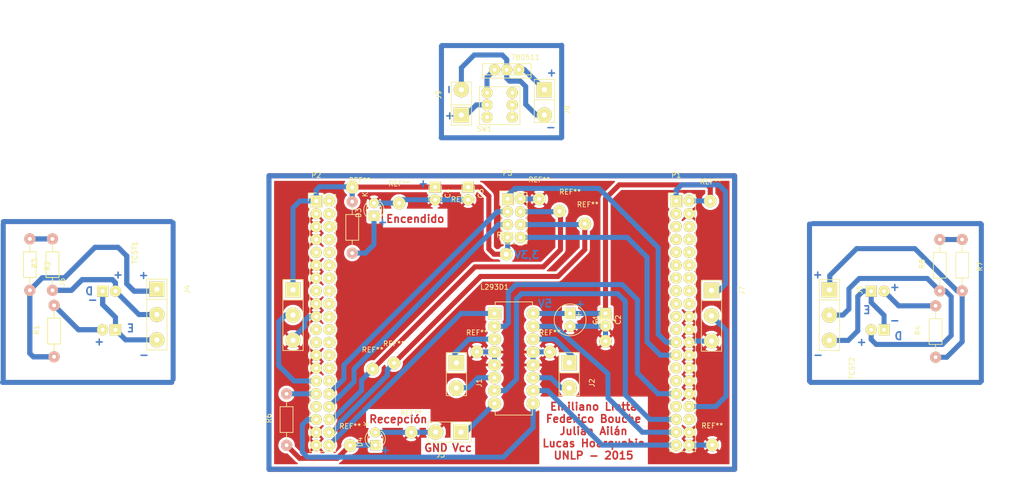
<source format=kicad_pcb>
(kicad_pcb (version 4) (host pcbnew 4.0.2-4+6225~38~ubuntu14.04.1-stable)

  (general
    (links 113)
    (no_connects 16)
    (area 45.599999 32.469999 252.169491 122.889919)
    (thickness 1.6)
    (drawings 41)
    (tracks 323)
    (zones 0)
    (modules 52)
    (nets 75)
  )

  (page A4)
  (title_block
    (title "Poncho de control de motores por Wi-Fi")
    (date 2016-02-16)
    (rev 1.1)
    (company "UNLP - Cátedra de Taller de Proyecto 1 - Grupo 1: Ailán, Bouche, Hourquebie, Liotta")
    (comment 1 "Poncho para Computadora Industrial Abierta Argentina Versión Educativa EDU-CIAA-NXP")
    (comment 2 "Licencia: https://github.com/ciaa/Hardware/tree/master/Readme (LICENSE)")
  )

  (layers
    (0 F.Cu power)
    (31 B.Cu signal)
    (32 B.Adhes user)
    (33 F.Adhes user)
    (34 B.Paste user)
    (35 F.Paste user)
    (36 B.SilkS user)
    (37 F.SilkS user)
    (38 B.Mask user)
    (39 F.Mask user)
    (40 Dwgs.User user)
    (41 Cmts.User user)
    (42 Eco1.User user)
    (43 Eco2.User user)
    (44 Edge.Cuts user)
    (45 Margin user)
    (46 B.CrtYd user)
    (47 F.CrtYd user)
    (48 B.Fab user)
    (49 F.Fab user)
  )

  (setup
    (last_trace_width 1)
    (trace_clearance 0.25)
    (zone_clearance 0.508)
    (zone_45_only yes)
    (trace_min 0.2)
    (segment_width 0.2)
    (edge_width 0.1)
    (via_size 0.6)
    (via_drill 0.4)
    (via_min_size 0.5)
    (via_min_drill 0.3)
    (uvia_size 0.3)
    (uvia_drill 0.1)
    (uvias_allowed no)
    (uvia_min_size 0.2)
    (uvia_min_drill 0.1)
    (pcb_text_width 0.3)
    (pcb_text_size 1.5 1.5)
    (mod_edge_width 0.15)
    (mod_text_size 1 1)
    (mod_text_width 0.15)
    (pad_size 2.5 2.5)
    (pad_drill 0.75)
    (pad_to_mask_clearance 0)
    (aux_axis_origin 0 0)
    (visible_elements FFFFFF7F)
    (pcbplotparams
      (layerselection 0x00000_80000000)
      (usegerberextensions false)
      (excludeedgelayer true)
      (linewidth 0.100000)
      (plotframeref false)
      (viasonmask false)
      (mode 1)
      (useauxorigin false)
      (hpglpennumber 1)
      (hpglpenspeed 20)
      (hpglpendiameter 15)
      (hpglpenoverlay 2)
      (psnegative false)
      (psa4output false)
      (plotreference true)
      (plotvalue true)
      (plotinvisibletext false)
      (padsonsilk false)
      (subtractmaskfromsilk false)
      (outputformat 4)
      (mirror false)
      (drillshape 2)
      (scaleselection 1)
      (outputdirectory /home/julian/Desktop/plot/))
  )

  (net 0 "")
  (net 1 /GPIO1)
  (net 2 /TEC_COL1)
  (net 3 /ENG0_OUT0)
  (net 4 GND)
  (net 5 /ENG0_OUT1)
  (net 6 /TEC_F3)
  (net 7 /GPIO2)
  (net 8 /TEC_COL0)
  (net 9 /ENG1_OUT1)
  (net 10 /ENG1_OUT0)
  (net 11 /TEC_F2)
  (net 12 +5V)
  (net 13 +3V3)
  (net 14 /RESET)
  (net 15 /ISP)
  (net 16 /WAKEUP)
  (net 17 GNDA)
  (net 18 /ADC0_3)
  (net 19 /ADC0_2)
  (net 20 /ADC0_1)
  (net 21 /DAC)
  (net 22 /VDD_A)
  (net 23 /I2C_SDA)
  (net 24 /I2C_SCL)
  (net 25 /RS232_RXD)
  (net 26 /RS232_TXD)
  (net 27 /CAN_RD)
  (net 28 /CAN_TD)
  (net 29 /TEC_F0)
  (net 30 /TEC_COL2)
  (net 31 /TEC_F1)
  (net 32 /ENET_RXD1)
  (net 33 /ENET_TX_EN)
  (net 34 /ENET_MDC)
  (net 35 /ENET_RXD0)
  (net 36 /ENET_CRS_DV)
  (net 37 /ENET_MDIO)
  (net 38 /ENET_TXD0)
  (net 39 /ENET_REF_CLK)
  (net 40 /ENET_TXD1)
  (net 41 /SPI_MISO)
  (net 42 /SPI_SCK)
  (net 43 /SPI_MOSI)
  (net 44 /LCD4)
  (net 45 /LCD_EN)
  (net 46 /LCD_RS)
  (net 47 /LCD3)
  (net 48 /LCD2)
  (net 49 /GPIO0)
  (net 50 /LCD1)
  (net 51 /GPIO4)
  (net 52 /GPIO3)
  (net 53 /GPIO6)
  (net 54 /GPIO5)
  (net 55 /GPIO7)
  (net 56 /GPIO8)
  (net 57 /MOTOR_VCC)
  (net 58 "Net-(D3-Pad2)")
  (net 59 "Net-(D4-Pad2)")
  (net 60 "Net-(R1-Pad2)")
  (net 61 "Net-(R2-Pad1)")
  (net 62 "Net-(R4-Pad2)")
  (net 63 "Net-(R7-Pad1)")
  (net 64 "Net-(SW1-Pad4)")
  (net 65 "Net-(SW1-Pad5)")
  (net 66 "Net-(SW1-Pad6)")
  (net 67 "Net-(SW1-Pad3)")
  (net 68 "Net-(780511-Pad1)")
  (net 69 "Net-(780511-Pad2)")
  (net 70 "Net-(780511-Pad3)")
  (net 71 "Net-(J9-Pad1)")
  (net 72 "Net-(7805111-Pad1)")
  (net 73 "Net-(7805111-Pad2)")
  (net 74 "Net-(7805111-Pad3)")

  (net_class Default "This is the default net class."
    (clearance 0.25)
    (trace_width 1)
    (via_dia 0.6)
    (via_drill 0.4)
    (uvia_dia 0.3)
    (uvia_drill 0.1)
    (add_net +3V3)
    (add_net +5V)
    (add_net /ADC0_1)
    (add_net /ADC0_2)
    (add_net /ADC0_3)
    (add_net /CAN_RD)
    (add_net /CAN_TD)
    (add_net /DAC)
    (add_net /ENET_CRS_DV)
    (add_net /ENET_MDC)
    (add_net /ENET_MDIO)
    (add_net /ENET_REF_CLK)
    (add_net /ENET_RXD0)
    (add_net /ENET_RXD1)
    (add_net /ENET_TXD0)
    (add_net /ENET_TXD1)
    (add_net /ENET_TX_EN)
    (add_net /ENG0_OUT0)
    (add_net /ENG0_OUT1)
    (add_net /ENG1_OUT0)
    (add_net /ENG1_OUT1)
    (add_net /GPIO0)
    (add_net /GPIO1)
    (add_net /GPIO2)
    (add_net /GPIO3)
    (add_net /GPIO4)
    (add_net /GPIO5)
    (add_net /GPIO6)
    (add_net /GPIO7)
    (add_net /GPIO8)
    (add_net /I2C_SCL)
    (add_net /I2C_SDA)
    (add_net /ISP)
    (add_net /LCD1)
    (add_net /LCD2)
    (add_net /LCD3)
    (add_net /LCD4)
    (add_net /LCD_EN)
    (add_net /LCD_RS)
    (add_net /MOTOR_VCC)
    (add_net /RESET)
    (add_net /RS232_RXD)
    (add_net /RS232_TXD)
    (add_net /SPI_MISO)
    (add_net /SPI_MOSI)
    (add_net /SPI_SCK)
    (add_net /TEC_COL0)
    (add_net /TEC_COL1)
    (add_net /TEC_COL2)
    (add_net /TEC_F0)
    (add_net /TEC_F1)
    (add_net /TEC_F2)
    (add_net /TEC_F3)
    (add_net /VDD_A)
    (add_net /WAKEUP)
    (add_net GND)
    (add_net GNDA)
    (add_net "Net-(780511-Pad1)")
    (add_net "Net-(780511-Pad2)")
    (add_net "Net-(780511-Pad3)")
    (add_net "Net-(7805111-Pad1)")
    (add_net "Net-(7805111-Pad2)")
    (add_net "Net-(7805111-Pad3)")
    (add_net "Net-(D3-Pad2)")
    (add_net "Net-(D4-Pad2)")
    (add_net "Net-(J9-Pad1)")
    (add_net "Net-(R1-Pad2)")
    (add_net "Net-(R2-Pad1)")
    (add_net "Net-(R4-Pad2)")
    (add_net "Net-(R7-Pad1)")
    (add_net "Net-(SW1-Pad3)")
    (add_net "Net-(SW1-Pad4)")
    (add_net "Net-(SW1-Pad5)")
    (add_net "Net-(SW1-Pad6)")
  )

  (module Capacitors_ThroughHole:C_Disc_D3_P2.5 (layer F.Cu) (tedit 5696D6FF) (tstamp 5696D6FB)
    (at 131.83 61.24 270)
    (descr "Capacitor 3mm Disc, Pitch 2.5mm")
    (tags Capacitor)
    (path /5696F87E)
    (fp_text reference C4 (at 1.25 -2.5 270) (layer F.SilkS)
      (effects (font (size 1 1) (thickness 0.15)))
    )
    (fp_text value C (at 1.25 2.5 270) (layer F.Fab)
      (effects (font (size 1 1) (thickness 0.15)))
    )
    (fp_line (start -0.9 -1.5) (end 3.4 -1.5) (layer F.CrtYd) (width 0.05))
    (fp_line (start 3.4 -1.5) (end 3.4 1.5) (layer F.CrtYd) (width 0.05))
    (fp_line (start 3.4 1.5) (end -0.9 1.5) (layer F.CrtYd) (width 0.05))
    (fp_line (start -0.9 1.5) (end -0.9 -1.5) (layer F.CrtYd) (width 0.05))
    (fp_line (start -0.25 -1.25) (end 2.75 -1.25) (layer F.SilkS) (width 0.15))
    (fp_line (start 2.75 1.25) (end -0.25 1.25) (layer F.SilkS) (width 0.15))
    (pad 1 thru_hole rect (at 0 0 270) (size 2.2 2.2) (drill 0.75) (layers *.Cu *.Mask F.SilkS)
      (net 13 +3V3))
    (pad 2 thru_hole circle (at 2.5 0 270) (size 2.2 2.2) (drill 0.75) (layers *.Cu *.Mask F.SilkS)
      (net 4 GND))
    (model Capacitors_ThroughHole.3dshapes/C_Disc_D3_P2.5.wrl
      (at (xyz 0.049213 0 0))
      (scale (xyz 1 1 1))
      (rotate (xyz 0 0 0))
    )
  )

  (module library:TCST2103 (layer F.Cu) (tedit 5682D3A5) (tstamp 5682D581)
    (at 67.4 85.61 90)
    (path /5682BF30)
    (fp_text reference TCST1 (at 11.43 5.08 90) (layer F.SilkS)
      (effects (font (size 1 1) (thickness 0.15)))
    )
    (fp_text value TCST2103 (at -8.89 -5.08 90) (layer F.Fab)
      (effects (font (size 1 1) (thickness 0.15)))
    )
    (fp_circle (center -9.525 0) (end -11.175 0) (layer F.CrtYd) (width 0.15))
    (fp_circle (center 9.525 0) (end 11.175 0) (layer F.CrtYd) (width 0.15))
    (fp_line (start -1.5875 -3.1115) (end -1.5875 3.2385) (layer F.CrtYd) (width 0.15))
    (fp_line (start 1.5875 -3.1115) (end 1.5875 3.175) (layer F.CrtYd) (width 0.15))
    (fp_line (start -5.969 -3.1115) (end -5.969 3.175) (layer F.CrtYd) (width 0.15))
    (fp_line (start 5.969 0) (end 5.969 3.175) (layer F.CrtYd) (width 0.15))
    (fp_line (start 5.969 0) (end 5.969 -3.1115) (layer F.CrtYd) (width 0.15))
    (fp_line (start -12.7 -3.175) (end -12.7 3.175) (layer F.CrtYd) (width 0.15))
    (fp_line (start 12.7 -3.175) (end 12.7 3.175) (layer F.CrtYd) (width 0.15))
    (fp_line (start 12.7 3.175) (end -12.7 3.175) (layer F.CrtYd) (width 0.15))
    (fp_line (start -12.7 -3.175) (end 12.7 -3.175) (layer F.CrtYd) (width 0.15))
    (pad 1 thru_hole circle (at -3.81 -1.27 90) (size 2.2 2.2) (drill 0.75) (layers *.Cu *.Mask F.SilkS)
      (net 60 "Net-(R1-Pad2)"))
    (pad 2 thru_hole rect (at -3.81 1.27 90) (size 2.2 2.2) (drill 0.75) (layers *.Cu *.Mask F.SilkS)
      (net 4 GND))
    (pad 3 thru_hole circle (at 3.81 1.27 90) (size 2.2 2.2) (drill 0.75) (layers *.Cu *.Mask F.SilkS)
      (net 49 /GPIO0))
    (pad 4 thru_hole rect (at 3.81 -1.27 90) (size 2.2 2.2) (drill 0.75) (layers *.Cu *.Mask F.SilkS)
      (net 4 GND))
  )

  (module Resistors_ThroughHole:Resistor_Horizontal_RM10mm (layer F.Cu) (tedit 5682D411) (tstamp 5682D576)
    (at 56.22 76.56 90)
    (descr "Resistor, Axial,  RM 10mm, 1/3W,")
    (tags "Resistor, Axial, RM 10mm, 1/3W,")
    (path /5682DE24)
    (fp_text reference R3 (at 0.24892 -3.50012 90) (layer F.SilkS)
      (effects (font (size 1 1) (thickness 0.15)))
    )
    (fp_text value 680 (at 3.81 3.81 90) (layer F.Fab)
      (effects (font (size 1 1) (thickness 0.15)))
    )
    (fp_line (start -2.54 -1.27) (end 2.54 -1.27) (layer F.SilkS) (width 0.15))
    (fp_line (start 2.54 -1.27) (end 2.54 1.27) (layer F.SilkS) (width 0.15))
    (fp_line (start 2.54 1.27) (end -2.54 1.27) (layer F.SilkS) (width 0.15))
    (fp_line (start -2.54 1.27) (end -2.54 -1.27) (layer F.SilkS) (width 0.15))
    (fp_line (start -2.54 0) (end -3.81 0) (layer F.SilkS) (width 0.15))
    (fp_line (start 2.54 0) (end 3.81 0) (layer F.SilkS) (width 0.15))
    (pad 1 thru_hole circle (at -5.08 0 90) (size 2.2 2.2) (drill 0.75) (layers *.Cu *.SilkS *.Mask)
      (net 49 /GPIO0))
    (pad 2 thru_hole circle (at 5.08 0 90) (size 2.2 2.2) (drill 0.75) (layers *.Cu *.SilkS *.Mask)
      (net 61 "Net-(R2-Pad1)"))
    (model Resistors_ThroughHole.3dshapes/Resistor_Horizontal_RM10mm.wrl
      (at (xyz 0 0 0))
      (scale (xyz 0.4 0.4 0.4))
      (rotate (xyz 0 0 0))
    )
  )

  (module Resistors_ThroughHole:Resistor_Horizontal_RM10mm (layer F.Cu) (tedit 5682D409) (tstamp 5682D56B)
    (at 51.74 76.55 270)
    (descr "Resistor, Axial,  RM 10mm, 1/3W,")
    (tags "Resistor, Axial, RM 10mm, 1/3W,")
    (path /5682DDA1)
    (fp_text reference R2 (at 0.24892 -3.50012 270) (layer F.SilkS)
      (effects (font (size 1 1) (thickness 0.15)))
    )
    (fp_text value 1k (at 3.81 3.81 270) (layer F.Fab)
      (effects (font (size 1 1) (thickness 0.15)))
    )
    (fp_line (start -2.54 -1.27) (end 2.54 -1.27) (layer F.SilkS) (width 0.15))
    (fp_line (start 2.54 -1.27) (end 2.54 1.27) (layer F.SilkS) (width 0.15))
    (fp_line (start 2.54 1.27) (end -2.54 1.27) (layer F.SilkS) (width 0.15))
    (fp_line (start -2.54 1.27) (end -2.54 -1.27) (layer F.SilkS) (width 0.15))
    (fp_line (start -2.54 0) (end -3.81 0) (layer F.SilkS) (width 0.15))
    (fp_line (start 2.54 0) (end 3.81 0) (layer F.SilkS) (width 0.15))
    (pad 1 thru_hole circle (at -5.08 0 270) (size 2.2 2.2) (drill 0.75) (layers *.Cu *.SilkS *.Mask)
      (net 61 "Net-(R2-Pad1)"))
    (pad 2 thru_hole circle (at 5.08 0 270) (size 2.2 2.2) (drill 0.75) (layers *.Cu *.SilkS *.Mask)
      (net 13 +3V3))
    (model Resistors_ThroughHole.3dshapes/Resistor_Horizontal_RM10mm.wrl
      (at (xyz 0 0 0))
      (scale (xyz 0.4 0.4 0.4))
      (rotate (xyz 0 0 0))
    )
  )

  (module Resistors_ThroughHole:Resistor_Horizontal_RM10mm (layer F.Cu) (tedit 5682D386) (tstamp 5682D560)
    (at 56.54 89.69 90)
    (descr "Resistor, Axial,  RM 10mm, 1/3W,")
    (tags "Resistor, Axial, RM 10mm, 1/3W,")
    (path /5682DEF3)
    (fp_text reference R1 (at 0.24892 -3.50012 90) (layer F.SilkS)
      (effects (font (size 1 1) (thickness 0.15)))
    )
    (fp_text value 180 (at 3.81 3.81 90) (layer F.Fab)
      (effects (font (size 1 1) (thickness 0.15)))
    )
    (fp_line (start -2.54 -1.27) (end 2.54 -1.27) (layer F.SilkS) (width 0.15))
    (fp_line (start 2.54 -1.27) (end 2.54 1.27) (layer F.SilkS) (width 0.15))
    (fp_line (start 2.54 1.27) (end -2.54 1.27) (layer F.SilkS) (width 0.15))
    (fp_line (start -2.54 1.27) (end -2.54 -1.27) (layer F.SilkS) (width 0.15))
    (fp_line (start -2.54 0) (end -3.81 0) (layer F.SilkS) (width 0.15))
    (fp_line (start 2.54 0) (end 3.81 0) (layer F.SilkS) (width 0.15))
    (pad 1 thru_hole circle (at -5.08 0 90) (size 2.2 2.2) (drill 0.75) (layers *.Cu *.SilkS *.Mask)
      (net 13 +3V3))
    (pad 2 thru_hole circle (at 5.08 0 90) (size 2.2 2.2) (drill 0.75) (layers *.Cu *.SilkS *.Mask)
      (net 60 "Net-(R1-Pad2)"))
    (model Resistors_ThroughHole.3dshapes/Resistor_Horizontal_RM10mm.wrl
      (at (xyz 0 0 0))
      (scale (xyz 0.4 0.4 0.4))
      (rotate (xyz 0 0 0))
    )
  )

  (module Housings_DIP:DIP-16_W7.62mm_LongPads (layer F.Cu) (tedit 565F8810) (tstamp 56132089)
    (at 143.568 86.21)
    (descr "16-lead dip package, row spacing 7.62 mm (300 mils), longer pads")
    (tags "dil dip 2.54 300")
    (path /560AA651)
    (fp_text reference L293D1 (at 0 -5.22) (layer F.SilkS)
      (effects (font (size 1 1) (thickness 0.15)))
    )
    (fp_text value L293D (at 0 -3.72) (layer F.Fab)
      (effects (font (size 1 1) (thickness 0.15)))
    )
    (fp_line (start -1.4 -2.45) (end -1.4 20.25) (layer F.CrtYd) (width 0.05))
    (fp_line (start 9 -2.45) (end 9 20.25) (layer F.CrtYd) (width 0.05))
    (fp_line (start -1.4 -2.45) (end 9 -2.45) (layer F.CrtYd) (width 0.05))
    (fp_line (start -1.4 20.25) (end 9 20.25) (layer F.CrtYd) (width 0.05))
    (fp_line (start 0.135 -2.295) (end 0.135 -1.025) (layer F.SilkS) (width 0.15))
    (fp_line (start 7.485 -2.295) (end 7.485 -1.025) (layer F.SilkS) (width 0.15))
    (fp_line (start 7.485 20.075) (end 7.485 18.805) (layer F.SilkS) (width 0.15))
    (fp_line (start 0.135 20.075) (end 0.135 18.805) (layer F.SilkS) (width 0.15))
    (fp_line (start 0.135 -2.295) (end 7.485 -2.295) (layer F.SilkS) (width 0.15))
    (fp_line (start 0.135 20.075) (end 7.485 20.075) (layer F.SilkS) (width 0.15))
    (fp_line (start 0.135 -1.025) (end -1.15 -1.025) (layer F.SilkS) (width 0.15))
    (pad 1 thru_hole rect (at 0 0) (size 2.6 2.3) (drill 0.75) (layers *.Cu *.Mask F.SilkS)
      (net 56 /GPIO8))
    (pad 2 thru_hole oval (at 0 2.54) (size 2.6 2.3) (drill 0.75) (layers *.Cu *.Mask F.SilkS)
      (net 2 /TEC_COL1))
    (pad 3 thru_hole oval (at 0 5.08) (size 2.6 2.3) (drill 0.75) (layers *.Cu *.Mask F.SilkS)
      (net 3 /ENG0_OUT0))
    (pad 4 thru_hole oval (at 0 7.62) (size 2.6 2.3) (drill 0.75) (layers *.Cu *.Mask F.SilkS)
      (net 4 GND))
    (pad 5 thru_hole oval (at 0 10.16) (size 2.6 2.3) (drill 0.75) (layers *.Cu *.Mask F.SilkS)
      (net 4 GND))
    (pad 6 thru_hole oval (at 0 12.7) (size 2.6 2.3) (drill 0.75) (layers *.Cu *.Mask F.SilkS)
      (net 5 /ENG0_OUT1))
    (pad 7 thru_hole oval (at 0 15.24) (size 2.6 2.3) (drill 0.75) (layers *.Cu *.Mask F.SilkS)
      (net 6 /TEC_F3))
    (pad 8 thru_hole oval (at 0 17.78) (size 2.6 2.3) (drill 0.75) (layers *.Cu *.Mask F.SilkS)
      (net 57 /MOTOR_VCC))
    (pad 9 thru_hole oval (at 7.62 17.78) (size 2.6 2.3) (drill 0.75) (layers *.Cu *.Mask F.SilkS)
      (net 53 /GPIO6))
    (pad 10 thru_hole oval (at 7.62 15.24) (size 2.6 2.3) (drill 0.75) (layers *.Cu *.Mask F.SilkS)
      (net 8 /TEC_COL0))
    (pad 11 thru_hole oval (at 7.62 12.7) (size 2.6 2.3) (drill 0.75) (layers *.Cu *.Mask F.SilkS)
      (net 9 /ENG1_OUT1))
    (pad 12 thru_hole oval (at 7.62 10.16) (size 2.6 2.3) (drill 0.75) (layers *.Cu *.Mask F.SilkS)
      (net 4 GND))
    (pad 13 thru_hole oval (at 7.62 7.62) (size 2.6 2.3) (drill 0.75) (layers *.Cu *.Mask F.SilkS)
      (net 4 GND))
    (pad 14 thru_hole oval (at 7.62 5.08) (size 2.6 2.3) (drill 0.75) (layers *.Cu *.Mask F.SilkS)
      (net 10 /ENG1_OUT0))
    (pad 15 thru_hole oval (at 7.62 2.54) (size 2.6 2.3) (drill 0.75) (layers *.Cu *.Mask F.SilkS)
      (net 11 /TEC_F2))
    (pad 16 thru_hole oval (at 7.62 0) (size 2.6 2.3) (drill 0.75) (layers *.Cu *.Mask F.SilkS)
      (net 12 +5V))
    (model Housings_DIP.3dshapes/DIP-16_W7.62mm_LongPads.wrl
      (at (xyz 0 0 0))
      (scale (xyz 1 1 1))
      (rotate (xyz 0 0 0))
    )
  )

  (module Pin_Headers:Pin_Header_Straight_2x20 (layer F.Cu) (tedit 565F8792) (tstamp 561320C1)
    (at 179.465 63.96)
    (descr "Through hole pin header")
    (tags "pin header")
    (path /5398AC24)
    (fp_text reference P1 (at 0 -5.1) (layer F.SilkS)
      (effects (font (size 1 1) (thickness 0.15)))
    )
    (fp_text value CONN_20X2 (at 0 -3.1) (layer F.Fab)
      (effects (font (size 1 1) (thickness 0.15)))
    )
    (fp_line (start -1.75 -1.75) (end -1.75 50.05) (layer F.CrtYd) (width 0.05))
    (fp_line (start 4.3 -1.75) (end 4.3 50.05) (layer F.CrtYd) (width 0.05))
    (fp_line (start -1.75 -1.75) (end 4.3 -1.75) (layer F.CrtYd) (width 0.05))
    (fp_line (start -1.75 50.05) (end 4.3 50.05) (layer F.CrtYd) (width 0.05))
    (fp_line (start 3.81 49.53) (end 3.81 -1.27) (layer F.SilkS) (width 0.15))
    (fp_line (start -1.27 1.27) (end -1.27 49.53) (layer F.SilkS) (width 0.15))
    (fp_line (start 3.81 49.53) (end -1.27 49.53) (layer F.SilkS) (width 0.15))
    (fp_line (start 3.81 -1.27) (end 1.27 -1.27) (layer F.SilkS) (width 0.15))
    (fp_line (start 0 -1.55) (end -1.55 -1.55) (layer F.SilkS) (width 0.15))
    (fp_line (start 1.27 -1.27) (end 1.27 1.27) (layer F.SilkS) (width 0.15))
    (fp_line (start 1.27 1.27) (end -1.27 1.27) (layer F.SilkS) (width 0.15))
    (fp_line (start -1.55 -1.55) (end -1.55 0) (layer F.SilkS) (width 0.15))
    (pad 1 thru_hole rect (at 0 0) (size 2.2 2.2) (drill 0.75) (layers *.Cu *.Mask F.SilkS)
      (net 13 +3V3))
    (pad 2 thru_hole circle (at 2.54 0) (size 2.2 2.2) (drill 0.75) (layers *.Cu *.Mask F.SilkS)
      (net 12 +5V))
    (pad 3 thru_hole circle (at 0 2.54) (size 2.2 2.2) (drill 0.75) (layers *.Cu *.Mask F.SilkS)
      (net 14 /RESET))
    (pad 4 thru_hole circle (at 2.54 2.54) (size 2.2 2.2) (drill 0.75) (layers *.Cu *.Mask F.SilkS)
      (net 4 GND))
    (pad 5 thru_hole circle (at 0 5.08) (size 2.2 2.2) (drill 0.75) (layers *.Cu *.Mask F.SilkS)
      (net 15 /ISP))
    (pad 6 thru_hole circle (at 2.54 5.08) (size 2.2 2.2) (drill 0.75) (layers *.Cu *.Mask F.SilkS)
      (net 16 /WAKEUP))
    (pad 7 thru_hole circle (at 0 7.62) (size 2.2 2.2) (drill 0.75) (layers *.Cu *.Mask F.SilkS)
      (net 17 GNDA))
    (pad 8 thru_hole circle (at 2.54 7.62) (size 2.2 2.2) (drill 0.75) (layers *.Cu *.Mask F.SilkS)
      (net 17 GNDA))
    (pad 9 thru_hole circle (at 0 10.16) (size 2.2 2.2) (drill 0.75) (layers *.Cu *.Mask F.SilkS)
      (net 18 /ADC0_3))
    (pad 10 thru_hole circle (at 2.54 10.16) (size 2.2 2.2) (drill 0.75) (layers *.Cu *.Mask F.SilkS)
      (net 17 GNDA))
    (pad 11 thru_hole circle (at 0 12.7) (size 2.2 2.2) (drill 0.75) (layers *.Cu *.Mask F.SilkS)
      (net 19 /ADC0_2))
    (pad 12 thru_hole circle (at 2.54 12.7) (size 2.2 2.2) (drill 0.75) (layers *.Cu *.Mask F.SilkS)
      (net 17 GNDA))
    (pad 13 thru_hole circle (at 0 15.24) (size 2.2 2.2) (drill 0.75) (layers *.Cu *.Mask F.SilkS)
      (net 20 /ADC0_1))
    (pad 14 thru_hole circle (at 2.54 15.24) (size 2.2 2.2) (drill 0.75) (layers *.Cu *.Mask F.SilkS)
      (net 17 GNDA))
    (pad 15 thru_hole circle (at 0 17.78) (size 2.2 2.2) (drill 0.75) (layers *.Cu *.Mask F.SilkS)
      (net 21 /DAC))
    (pad 16 thru_hole circle (at 2.54 17.78) (size 2.2 2.2) (drill 0.75) (layers *.Cu *.Mask F.SilkS)
      (net 17 GNDA))
    (pad 17 thru_hole circle (at 0 20.32) (size 2.2 2.2) (drill 0.75) (layers *.Cu *.Mask F.SilkS)
      (net 22 /VDD_A))
    (pad 18 thru_hole circle (at 2.54 20.32) (size 2.2 2.2) (drill 0.75) (layers *.Cu *.Mask F.SilkS)
      (net 17 GNDA))
    (pad 19 thru_hole circle (at 0 22.86) (size 2.2 2.2) (drill 0.75) (layers *.Cu *.Mask F.SilkS)
      (net 23 /I2C_SDA))
    (pad 20 thru_hole circle (at 2.54 22.86) (size 2.2 2.2) (drill 0.75) (layers *.Cu *.Mask F.SilkS)
      (net 4 GND))
    (pad 21 thru_hole circle (at 0 25.4) (size 2.2 2.2) (drill 0.75) (layers *.Cu *.Mask F.SilkS)
      (net 24 /I2C_SCL))
    (pad 22 thru_hole circle (at 2.54 25.4) (size 2.2 2.2) (drill 0.75) (layers *.Cu *.Mask F.SilkS)
      (net 4 GND))
    (pad 23 thru_hole circle (at 0 27.94) (size 2.2 2.2) (drill 0.75) (layers *.Cu *.Mask F.SilkS)
      (net 25 /RS232_RXD))
    (pad 24 thru_hole circle (at 2.54 27.94) (size 2.2 2.2) (drill 0.75) (layers *.Cu *.Mask F.SilkS)
      (net 4 GND))
    (pad 25 thru_hole circle (at 0 30.48) (size 2.2 2.2) (drill 0.75) (layers *.Cu *.Mask F.SilkS)
      (net 26 /RS232_TXD))
    (pad 26 thru_hole circle (at 2.54 30.48) (size 2.2 2.2) (drill 0.75) (layers *.Cu *.Mask F.SilkS)
      (net 4 GND))
    (pad 27 thru_hole circle (at 0 33.02) (size 2.2 2.2) (drill 0.75) (layers *.Cu *.Mask F.SilkS)
      (net 27 /CAN_RD))
    (pad 28 thru_hole circle (at 2.54 33.02) (size 2.2 2.2) (drill 0.75) (layers *.Cu *.Mask F.SilkS)
      (net 4 GND))
    (pad 29 thru_hole circle (at 0 35.56) (size 2.2 2.2) (drill 0.75) (layers *.Cu *.Mask F.SilkS)
      (net 28 /CAN_TD))
    (pad 30 thru_hole circle (at 2.54 35.56) (size 2.2 2.2) (drill 0.75) (layers *.Cu *.Mask F.SilkS)
      (net 4 GND))
    (pad 31 thru_hole circle (at 0 38.1) (size 2.2 2.2) (drill 0.75) (layers *.Cu *.Mask F.SilkS)
      (net 2 /TEC_COL1))
    (pad 32 thru_hole circle (at 2.54 38.1) (size 2.2 2.2) (drill 0.75) (layers *.Cu *.Mask F.SilkS)
      (net 4 GND))
    (pad 33 thru_hole circle (at 0 40.64) (size 2.2 2.2) (drill 0.75) (layers *.Cu *.Mask F.SilkS)
      (net 29 /TEC_F0))
    (pad 34 thru_hole circle (at 2.54 40.64) (size 2.2 2.2) (drill 0.75) (layers *.Cu *.Mask F.SilkS)
      (net 30 /TEC_COL2))
    (pad 35 thru_hole circle (at 0 43.18) (size 2.2 2.2) (drill 0.75) (layers *.Cu *.Mask F.SilkS)
      (net 6 /TEC_F3))
    (pad 36 thru_hole circle (at 2.54 43.18) (size 2.2 2.2) (drill 0.75) (layers *.Cu *.Mask F.SilkS)
      (net 31 /TEC_F1))
    (pad 37 thru_hole circle (at 0 45.72) (size 2.2 2.2) (drill 0.75) (layers *.Cu *.Mask F.SilkS)
      (net 11 /TEC_F2))
    (pad 38 thru_hole circle (at 2.54 45.72) (size 2.2 2.2) (drill 0.75) (layers *.Cu *.Mask F.SilkS)
      (net 4 GND))
    (pad 39 thru_hole circle (at 0 48.26) (size 2.2 2.2) (drill 0.75) (layers *.Cu *.Mask F.SilkS)
      (net 8 /TEC_COL0))
    (pad 40 thru_hole circle (at 2.54 48.26) (size 2.2 2.2) (drill 0.75) (layers *.Cu *.Mask F.SilkS)
      (net 4 GND))
    (model Pin_Headers.3dshapes/Pin_Header_Straight_2x20.wrl
      (at (xyz 0.05 -0.95 0))
      (scale (xyz 1 1 1))
      (rotate (xyz 0 0 90))
    )
  )

  (module Pin_Headers:Pin_Header_Straight_2x20 (layer F.Cu) (tedit 565F87AA) (tstamp 561320F9)
    (at 108.337 63.98)
    (descr "Through hole pin header")
    (tags "pin header")
    (path /5398AC33)
    (fp_text reference P2 (at 0 -5.1) (layer F.SilkS)
      (effects (font (size 1 1) (thickness 0.15)))
    )
    (fp_text value CONN_20X2 (at 0 -3.1) (layer F.Fab)
      (effects (font (size 1 1) (thickness 0.15)))
    )
    (fp_line (start -1.75 -1.75) (end -1.75 50.05) (layer F.CrtYd) (width 0.05))
    (fp_line (start 4.3 -1.75) (end 4.3 50.05) (layer F.CrtYd) (width 0.05))
    (fp_line (start -1.75 -1.75) (end 4.3 -1.75) (layer F.CrtYd) (width 0.05))
    (fp_line (start -1.75 50.05) (end 4.3 50.05) (layer F.CrtYd) (width 0.05))
    (fp_line (start 3.81 49.53) (end 3.81 -1.27) (layer F.SilkS) (width 0.15))
    (fp_line (start -1.27 1.27) (end -1.27 49.53) (layer F.SilkS) (width 0.15))
    (fp_line (start 3.81 49.53) (end -1.27 49.53) (layer F.SilkS) (width 0.15))
    (fp_line (start 3.81 -1.27) (end 1.27 -1.27) (layer F.SilkS) (width 0.15))
    (fp_line (start 0 -1.55) (end -1.55 -1.55) (layer F.SilkS) (width 0.15))
    (fp_line (start 1.27 -1.27) (end 1.27 1.27) (layer F.SilkS) (width 0.15))
    (fp_line (start 1.27 1.27) (end -1.27 1.27) (layer F.SilkS) (width 0.15))
    (fp_line (start -1.55 -1.55) (end -1.55 0) (layer F.SilkS) (width 0.15))
    (pad 1 thru_hole rect (at 0 0) (size 2.2 2.2) (drill 0.75) (layers *.Cu *.Mask F.SilkS)
      (net 13 +3V3))
    (pad 2 thru_hole circle (at 2.54 0) (size 2.2 2.2) (drill 0.75) (layers *.Cu *.Mask F.SilkS)
      (net 12 +5V))
    (pad 3 thru_hole circle (at 0 2.54) (size 2.2 2.2) (drill 0.75) (layers *.Cu *.Mask F.SilkS)
      (net 4 GND))
    (pad 4 thru_hole circle (at 2.54 2.54) (size 2.2 2.2) (drill 0.75) (layers *.Cu *.Mask F.SilkS)
      (net 32 /ENET_RXD1))
    (pad 5 thru_hole circle (at 0 5.08) (size 2.2 2.2) (drill 0.75) (layers *.Cu *.Mask F.SilkS)
      (net 4 GND))
    (pad 6 thru_hole circle (at 2.54 5.08) (size 2.2 2.2) (drill 0.75) (layers *.Cu *.Mask F.SilkS)
      (net 33 /ENET_TX_EN))
    (pad 7 thru_hole circle (at 0 7.62) (size 2.2 2.2) (drill 0.75) (layers *.Cu *.Mask F.SilkS)
      (net 4 GND))
    (pad 8 thru_hole circle (at 2.54 7.62) (size 2.2 2.2) (drill 0.75) (layers *.Cu *.Mask F.SilkS)
      (net 34 /ENET_MDC))
    (pad 9 thru_hole circle (at 0 10.16) (size 2.2 2.2) (drill 0.75) (layers *.Cu *.Mask F.SilkS)
      (net 35 /ENET_RXD0))
    (pad 10 thru_hole circle (at 2.54 10.16) (size 2.2 2.2) (drill 0.75) (layers *.Cu *.Mask F.SilkS)
      (net 36 /ENET_CRS_DV))
    (pad 11 thru_hole circle (at 0 12.7) (size 2.2 2.2) (drill 0.75) (layers *.Cu *.Mask F.SilkS)
      (net 4 GND))
    (pad 12 thru_hole circle (at 2.54 12.7) (size 2.2 2.2) (drill 0.75) (layers *.Cu *.Mask F.SilkS)
      (net 37 /ENET_MDIO))
    (pad 13 thru_hole circle (at 0 15.24) (size 2.2 2.2) (drill 0.75) (layers *.Cu *.Mask F.SilkS)
      (net 4 GND))
    (pad 14 thru_hole circle (at 2.54 15.24) (size 2.2 2.2) (drill 0.75) (layers *.Cu *.Mask F.SilkS)
      (net 38 /ENET_TXD0))
    (pad 15 thru_hole circle (at 0 17.78) (size 2.2 2.2) (drill 0.75) (layers *.Cu *.Mask F.SilkS)
      (net 39 /ENET_REF_CLK))
    (pad 16 thru_hole circle (at 2.54 17.78) (size 2.2 2.2) (drill 0.75) (layers *.Cu *.Mask F.SilkS)
      (net 40 /ENET_TXD1))
    (pad 17 thru_hole circle (at 0 20.32) (size 2.2 2.2) (drill 0.75) (layers *.Cu *.Mask F.SilkS)
      (net 4 GND))
    (pad 18 thru_hole circle (at 2.521 20.32) (size 2.2 2.2) (drill 0.75) (layers *.Cu *.Mask F.SilkS)
      (net 41 /SPI_MISO))
    (pad 19 thru_hole circle (at 0 22.86) (size 2.2 2.2) (drill 0.75) (layers *.Cu *.Mask F.SilkS)
      (net 4 GND))
    (pad 20 thru_hole circle (at 2.538 22.92) (size 2.2 2.2) (drill 0.75) (layers *.Cu *.Mask F.SilkS)
      (net 42 /SPI_SCK))
    (pad 21 thru_hole circle (at 0 25.4) (size 2.2 2.2) (drill 0.75) (layers *.Cu *.Mask F.SilkS)
      (net 43 /SPI_MOSI))
    (pad 22 thru_hole circle (at 2.54 25.4) (size 2.2 2.2) (drill 0.75) (layers *.Cu *.Mask F.SilkS)
      (net 44 /LCD4))
    (pad 23 thru_hole circle (at 0 27.94) (size 2.2 2.2) (drill 0.75) (layers *.Cu *.Mask F.SilkS)
      (net 45 /LCD_EN))
    (pad 24 thru_hole circle (at 2.54 27.94) (size 2.2 2.2) (drill 0.75) (layers *.Cu *.Mask F.SilkS)
      (net 46 /LCD_RS))
    (pad 25 thru_hole circle (at 0 30.48) (size 2.2 2.2) (drill 0.75) (layers *.Cu *.Mask F.SilkS)
      (net 4 GND))
    (pad 26 thru_hole circle (at 2.54 30.48) (size 2.2 2.2) (drill 0.75) (layers *.Cu *.Mask F.SilkS)
      (net 47 /LCD3))
    (pad 27 thru_hole circle (at 0 33.02) (size 2.2 2.2) (drill 0.75) (layers *.Cu *.Mask F.SilkS)
      (net 4 GND))
    (pad 28 thru_hole circle (at 2.54 33.02) (size 2.2 2.2) (drill 0.75) (layers *.Cu *.Mask F.SilkS)
      (net 48 /LCD2))
    (pad 29 thru_hole circle (at 0 35.56) (size 2.2 2.2) (drill 0.75) (layers *.Cu *.Mask F.SilkS)
      (net 49 /GPIO0))
    (pad 30 thru_hole circle (at 2.54 35.56) (size 2.2 2.2) (drill 0.75) (layers *.Cu *.Mask F.SilkS)
      (net 50 /LCD1))
    (pad 31 thru_hole circle (at 0 38.1) (size 2.2 2.2) (drill 0.75) (layers *.Cu *.Mask F.SilkS)
      (net 7 /GPIO2))
    (pad 32 thru_hole circle (at 2.54 38.1) (size 2.2 2.2) (drill 0.75) (layers *.Cu *.Mask F.SilkS)
      (net 1 /GPIO1))
    (pad 33 thru_hole circle (at 0 40.64) (size 2.2 2.2) (drill 0.75) (layers *.Cu *.Mask F.SilkS)
      (net 51 /GPIO4))
    (pad 34 thru_hole circle (at 2.54 40.64) (size 2.2 2.2) (drill 0.75) (layers *.Cu *.Mask F.SilkS)
      (net 52 /GPIO3))
    (pad 35 thru_hole circle (at 0 43.18) (size 2.2 2.2) (drill 0.75) (layers *.Cu *.Mask F.SilkS)
      (net 53 /GPIO6))
    (pad 36 thru_hole circle (at 2.54 43.18) (size 2.2 2.2) (drill 0.75) (layers *.Cu *.Mask F.SilkS)
      (net 54 /GPIO5))
    (pad 37 thru_hole circle (at 0 45.72) (size 2.2 2.2) (drill 0.75) (layers *.Cu *.Mask F.SilkS)
      (net 4 GND))
    (pad 38 thru_hole circle (at 2.54 45.72) (size 2.2 2.2) (drill 0.75) (layers *.Cu *.Mask F.SilkS)
      (net 55 /GPIO7))
    (pad 39 thru_hole circle (at 0 48.26) (size 2.2 2.2) (drill 0.75) (layers *.Cu *.Mask F.SilkS)
      (net 4 GND))
    (pad 40 thru_hole circle (at 2.54 48.26) (size 2.2 2.2) (drill 0.75) (layers *.Cu *.Mask F.SilkS)
      (net 56 /GPIO8))
    (model Pin_Headers.3dshapes/Pin_Header_Straight_2x20.wrl
      (at (xyz 0.05 -0.95 0))
      (scale (xyz 1 1 1))
      (rotate (xyz 0 0 90))
    )
  )

  (module Capacitors_Elko_ThroughHole:Elko_vert_11.2x6.3mm_RM2.5 (layer F.Cu) (tedit 565F8824) (tstamp 5616E83D)
    (at 158.5 86.2 270)
    (descr "Electrolytic Capacitor, vertical, diameter 6,3mm, RM 2,5mm, radial,")
    (tags "Electrolytic Capacitor, vertical, diameter 6,3mm, RM 2,5mm, Elko, Electrolytkondensator, Kondensator gepolt, Durchmesser 6,3mm, radial,")
    (path /5616E747)
    (fp_text reference C1 (at 1.27 -5.08 270) (layer F.SilkS)
      (effects (font (size 1 1) (thickness 0.15)))
    )
    (fp_text value CP (at 1.27 5.08 270) (layer F.Fab)
      (effects (font (size 1 1) (thickness 0.15)))
    )
    (fp_line (start 0.26924 -2.19964) (end 0.26924 -1.19888) (layer F.SilkS) (width 0.15))
    (fp_line (start -0.23114 -1.69926) (end 0.76962 -1.69926) (layer F.SilkS) (width 0.15))
    (fp_line (start 0.26924 -1.69926) (end 0.76962 -1.69926) (layer F.Cu) (width 0.15))
    (fp_line (start 0.26924 -1.69926) (end 0.26924 -2.19964) (layer F.Cu) (width 0.15))
    (fp_line (start -0.23114 -1.69926) (end 0.26924 -1.69926) (layer F.Cu) (width 0.15))
    (fp_line (start 0.26924 -1.69926) (end 0.26924 -1.30048) (layer F.Cu) (width 0.15))
    (fp_line (start 0.26924 -1.30048) (end 0.26924 -1.19888) (layer F.Cu) (width 0.15))
    (fp_circle (center 1.27 0) (end 4.4196 0) (layer F.SilkS) (width 0.15))
    (pad 2 thru_hole circle (at 2.54 0 270) (size 2.2 2.2) (drill 0.75) (layers *.Cu *.Mask F.SilkS)
      (net 4 GND))
    (pad 1 thru_hole rect (at 0 0 270) (size 2.2 2.2) (drill 0.75) (layers *.Cu *.Mask F.SilkS)
      (net 12 +5V))
    (model Capacitors_Elko_ThroughHole.3dshapes/Elko_vert_11.2x6.3mm_RM2.5.wrl
      (at (xyz 0 0 0))
      (scale (xyz 1 1 1))
      (rotate (xyz 0 0 0))
    )
  )

  (module Capacitors_ThroughHole:C_Disc_D3_P2.5 (layer F.Cu) (tedit 565F8835) (tstamp 5616E843)
    (at 165.5 86.2 270)
    (descr "Capacitor 3mm Disc, Pitch 2.5mm")
    (tags Capacitor)
    (path /5616E701)
    (fp_text reference C2 (at 1.25 -2.5 270) (layer F.SilkS)
      (effects (font (size 1 1) (thickness 0.15)))
    )
    (fp_text value C (at 1.25 2.5 270) (layer F.Fab)
      (effects (font (size 1 1) (thickness 0.15)))
    )
    (fp_line (start -0.9 -1.5) (end 3.4 -1.5) (layer F.CrtYd) (width 0.05))
    (fp_line (start 3.4 -1.5) (end 3.4 1.5) (layer F.CrtYd) (width 0.05))
    (fp_line (start 3.4 1.5) (end -0.9 1.5) (layer F.CrtYd) (width 0.05))
    (fp_line (start -0.9 1.5) (end -0.9 -1.5) (layer F.CrtYd) (width 0.05))
    (fp_line (start -0.25 -1.25) (end 2.75 -1.25) (layer F.SilkS) (width 0.15))
    (fp_line (start 2.75 1.25) (end -0.25 1.25) (layer F.SilkS) (width 0.15))
    (pad 1 thru_hole rect (at 0 0 270) (size 2.2 2.2) (drill 0.75) (layers *.Cu *.Mask F.SilkS)
      (net 12 +5V))
    (pad 2 thru_hole circle (at 2.5 0 270) (size 2.2 2.2) (drill 0.75) (layers *.Cu *.Mask F.SilkS)
      (net 4 GND))
    (model Capacitors_ThroughHole.3dshapes/C_Disc_D3_P2.5.wrl
      (at (xyz 0.0492126 0 0))
      (scale (xyz 1 1 1))
      (rotate (xyz 0 0 0))
    )
  )

  (module Wire_Pads:SolderWirePad_single_1mmDrill (layer F.Cu) (tedit 56412953) (tstamp 56294285)
    (at 154.31 93.91)
    (fp_text reference REF** (at 0 -3.81) (layer F.SilkS) hide
      (effects (font (size 1 1) (thickness 0.15)))
    )
    (fp_text value SolderWirePad_single_1mmDrill (at -1.905 3.175) (layer F.Fab) hide
      (effects (font (size 1 1) (thickness 0.15)))
    )
  )

  (module Pin_Headers:Pin_Header_Straight_2x04 (layer F.Cu) (tedit 565F884C) (tstamp 565CE28F)
    (at 146.15 63.56)
    (descr "Through hole pin header")
    (tags "pin header")
    (path /5613172D)
    (fp_text reference P3 (at 0 -5.1) (layer F.SilkS)
      (effects (font (size 1 1) (thickness 0.15)))
    )
    (fp_text value ESP8266 (at 0 -3.1) (layer F.Fab)
      (effects (font (size 1 1) (thickness 0.15)))
    )
    (fp_line (start -1.75 -1.75) (end -1.75 9.4) (layer F.CrtYd) (width 0.05))
    (fp_line (start 4.3 -1.75) (end 4.3 9.4) (layer F.CrtYd) (width 0.05))
    (fp_line (start -1.75 -1.75) (end 4.3 -1.75) (layer F.CrtYd) (width 0.05))
    (fp_line (start -1.75 9.4) (end 4.3 9.4) (layer F.CrtYd) (width 0.05))
    (fp_line (start -1.27 1.27) (end -1.27 8.89) (layer F.SilkS) (width 0.15))
    (fp_line (start -1.27 8.89) (end 3.81 8.89) (layer F.SilkS) (width 0.15))
    (fp_line (start 3.81 8.89) (end 3.81 -1.27) (layer F.SilkS) (width 0.15))
    (fp_line (start 3.81 -1.27) (end 1.27 -1.27) (layer F.SilkS) (width 0.15))
    (fp_line (start 0 -1.55) (end -1.55 -1.55) (layer F.SilkS) (width 0.15))
    (fp_line (start 1.27 -1.27) (end 1.27 1.27) (layer F.SilkS) (width 0.15))
    (fp_line (start 1.27 1.27) (end -1.27 1.27) (layer F.SilkS) (width 0.15))
    (fp_line (start -1.55 -1.55) (end -1.55 0) (layer F.SilkS) (width 0.15))
    (pad 1 thru_hole rect (at 0 0) (size 2.2 2.2) (drill 0.75) (layers *.Cu *.Mask F.SilkS)
      (net 25 /RS232_RXD))
    (pad 2 thru_hole circle (at 0 2.54) (size 2.2 2.2) (drill 0.75) (layers *.Cu *.Mask F.SilkS)
      (net 1 /GPIO1))
    (pad 3 thru_hole circle (at 0 5.08) (size 2.2 2.2) (drill 0.75) (layers *.Cu *.Mask F.SilkS)
      (net 52 /GPIO3))
    (pad 4 thru_hole circle (at 0 7.62) (size 2.2 2.2) (drill 0.75) (layers *.Cu *.Mask F.SilkS)
      (net 13 +3V3))
    (pad 5 thru_hole circle (at 2.54 7.62) (size 2.2 2.2) (drill 0.75) (layers *.Cu *.Mask F.SilkS)
      (net 26 /RS232_TXD))
    (pad 6 thru_hole circle (at 2.54 5.08) (size 2.2 2.2) (drill 0.75) (layers *.Cu *.Mask F.SilkS)
      (net 55 /GPIO7))
    (pad 7 thru_hole circle (at 2.54 2.54) (size 2.2 2.2) (drill 0.75) (layers *.Cu *.Mask F.SilkS)
      (net 54 /GPIO5))
    (pad 8 thru_hole circle (at 2.54 0) (size 2.2 2.2) (drill 0.75) (layers *.Cu *.Mask F.SilkS)
      (net 4 GND))
    (model Pin_Headers.3dshapes/Pin_Header_Straight_2x04.wrl
      (at (xyz 0.05 -0.15 0))
      (scale (xyz 1 1 1))
      (rotate (xyz 0 0 90))
    )
  )

  (module Wire_Pads:SolderWirePad_single_1mmDrill (layer F.Cu) (tedit 5682A367) (tstamp 565F8442)
    (at 162 68.5)
    (fp_text reference REF** (at 0 -3.81) (layer F.SilkS)
      (effects (font (size 1 1) (thickness 0.15)))
    )
    (fp_text value SolderWirePad_single_1mmDrill (at -1.905 3.175) (layer F.Fab) hide
      (effects (font (size 1 1) (thickness 0.15)))
    )
    (pad 1 thru_hole circle (at -0.6 0) (size 2.49936 2.49936) (drill 0.75) (layers *.Cu *.Mask F.SilkS))
  )

  (module Wire_Pads:SolderWirePad_single_1mmDrill (layer F.Cu) (tedit 5682A2BE) (tstamp 565F844F)
    (at 158.5 66)
    (fp_text reference REF** (at 0 -3.81) (layer F.SilkS)
      (effects (font (size 1 1) (thickness 0.15)))
    )
    (fp_text value SolderWirePad_single_1mmDrill (at -1.905 3.175) (layer F.Fab) hide
      (effects (font (size 1 1) (thickness 0.15)))
    )
    (pad 1 thru_hole circle (at -2.1 0) (size 2.49936 2.49936) (drill 0.75) (layers *.Cu *.Mask F.SilkS))
  )

  (module Wire_Pads:SolderWirePad_single_1mmDrill (layer F.Cu) (tedit 565F8BE4) (tstamp 565F84C6)
    (at 152.4 63.6)
    (fp_text reference REF** (at 0 -3.81) (layer F.SilkS)
      (effects (font (size 1 1) (thickness 0.15)))
    )
    (fp_text value SolderWirePad_single_1mmDrill (at -1.905 3.175) (layer F.Fab) hide
      (effects (font (size 1 1) (thickness 0.15)))
    )
    (pad 1 thru_hole circle (at 0 0) (size 2.49936 2.49936) (drill 0.75) (layers *.Cu *.Mask F.SilkS)
      (net 4 GND))
  )

  (module Wire_Pads:SolderWirePad_single_1mmDrill (layer F.Cu) (tedit 565F8BD9) (tstamp 565F8518)
    (at 165.5 91.7)
    (fp_text reference REF** (at 0 -3.81) (layer F.SilkS)
      (effects (font (size 1 1) (thickness 0.15)))
    )
    (fp_text value SolderWirePad_single_1mmDrill (at -1.905 3.175) (layer F.Fab) hide
      (effects (font (size 1 1) (thickness 0.15)))
    )
    (pad 1 thru_hole circle (at 0 0) (size 2.49936 2.49936) (drill 0.75) (layers *.Cu *.Mask F.SilkS)
      (net 4 GND))
  )

  (module Wire_Pads:SolderWirePad_single_1mmDrill (layer F.Cu) (tedit 565F8BF7) (tstamp 565F8547)
    (at 154.5 93.8)
    (fp_text reference REF** (at 0 -3.81) (layer F.SilkS)
      (effects (font (size 1 1) (thickness 0.15)))
    )
    (fp_text value SolderWirePad_single_1mmDrill (at -1.905 3.175) (layer F.Fab) hide
      (effects (font (size 1 1) (thickness 0.15)))
    )
    (pad 1 thru_hole circle (at 0 0) (size 2.49936 2.49936) (drill 0.75) (layers *.Cu *.Mask F.SilkS)
      (net 4 GND))
  )

  (module Wire_Pads:SolderWirePad_single_1mmDrill (layer F.Cu) (tedit 565F8BF1) (tstamp 565F855F)
    (at 140.1 93.8)
    (fp_text reference REF** (at 0 -3.81) (layer F.SilkS)
      (effects (font (size 1 1) (thickness 0.15)))
    )
    (fp_text value SolderWirePad_single_1mmDrill (at -1.905 3.175) (layer F.Fab) hide
      (effects (font (size 1 1) (thickness 0.15)))
    )
    (pad 1 thru_hole circle (at 0 0) (size 2.49936 2.49936) (drill 0.75) (layers *.Cu *.Mask F.SilkS)
      (net 4 GND))
  )

  (module Wire_Pads:SolderWirePad_single_1mmDrill (layer F.Cu) (tedit 565F8BFE) (tstamp 565F857B)
    (at 127.1 109.7)
    (fp_text reference REF** (at 0 -3.81) (layer F.SilkS)
      (effects (font (size 1 1) (thickness 0.15)))
    )
    (fp_text value SolderWirePad_single_1mmDrill (at -1.905 3.175) (layer F.Fab) hide
      (effects (font (size 1 1) (thickness 0.15)))
    )
    (pad 1 thru_hole circle (at 0 0) (size 2.49936 2.49936) (drill 0.75) (layers *.Cu *.Mask F.SilkS)
      (net 4 GND))
  )

  (module Wire_Pads:SolderWirePad_single_1mmDrill (layer F.Cu) (tedit 565F8BC9) (tstamp 565F8591)
    (at 186.6 112.2)
    (fp_text reference REF** (at 0 -3.81) (layer F.SilkS)
      (effects (font (size 1 1) (thickness 0.15)))
    )
    (fp_text value SolderWirePad_single_1mmDrill (at -1.905 3.175) (layer F.Fab) hide
      (effects (font (size 1 1) (thickness 0.15)))
    )
    (pad 1 thru_hole circle (at 0 0) (size 2.49936 2.49936) (drill 0.75) (layers *.Cu *.Mask F.SilkS)
      (net 4 GND))
  )

  (module Wire_Pads:SolderWirePad_single_1mmDrill (layer F.Cu) (tedit 5696D5CF) (tstamp 565FB760)
    (at 146.1 74.5)
    (fp_text reference REF** (at 0 -3.81) (layer F.SilkS)
      (effects (font (size 1 1) (thickness 0.15)))
    )
    (fp_text value SolderWirePad_single_1mmDrill (at -1.905 3.175) (layer F.Fab) hide
      (effects (font (size 1 1) (thickness 0.15)))
    )
    (pad 1 thru_hole circle (at -0.22 0.01) (size 2.49936 2.49936) (drill 1.00076) (layers *.Cu *.Mask F.SilkS))
  )

  (module Wire_Pads:SolderWirePad_single_1mmDrill (layer F.Cu) (tedit 5696D743) (tstamp 5682A09E)
    (at 116.9 63.7)
    (fp_text reference REF** (at 0 -3.81) (layer F.SilkS)
      (effects (font (size 1 1) (thickness 0.15)))
    )
    (fp_text value SolderWirePad_single_1mmDrill (at -1.905 3.175) (layer F.Fab) hide
      (effects (font (size 1 1) (thickness 0.15)))
    )
    (pad 1 thru_hole circle (at -1.45 -2.41) (size 2.49936 2.49936) (drill 0.75) (layers *.Cu *.Mask F.SilkS))
  )

  (module Wire_Pads:SolderWirePad_single_1mmDrill (layer F.Cu) (tedit 5682A4FE) (tstamp 5682A19D)
    (at 186.3 64)
    (fp_text reference REF** (at 0 -3.81) (layer F.SilkS)
      (effects (font (size 1 1) (thickness 0.15)))
    )
    (fp_text value SolderWirePad_single_1mmDrill (at -1.905 3.175) (layer F.Fab) hide
      (effects (font (size 1 1) (thickness 0.15)))
    )
    (pad 1 thru_hole circle (at -0.1 0) (size 2.49936 2.49936) (drill 0.75) (layers *.Cu *.Mask F.SilkS))
  )

  (module Wire_Pads:SolderWirePad_single_1mmDrill (layer F.Cu) (tedit 5682A2E4) (tstamp 5682A2CA)
    (at 119.5 97.2)
    (fp_text reference REF** (at 0 -3.81) (layer F.SilkS)
      (effects (font (size 1 1) (thickness 0.15)))
    )
    (fp_text value SolderWirePad_single_1mmDrill (at -1.905 3.175) (layer F.Fab) hide
      (effects (font (size 1 1) (thickness 0.15)))
    )
    (pad 1 thru_hole circle (at 0 0) (size 2.49936 2.49936) (drill 0.75) (layers *.Cu *.Mask F.SilkS))
  )

  (module Wire_Pads:SolderWirePad_single_1mmDrill (layer F.Cu) (tedit 5682A38E) (tstamp 5682A371)
    (at 123.7 96)
    (fp_text reference REF** (at 0 -3.81) (layer F.SilkS)
      (effects (font (size 1 1) (thickness 0.15)))
    )
    (fp_text value SolderWirePad_single_1mmDrill (at -1.905 3.175) (layer F.Fab) hide
      (effects (font (size 1 1) (thickness 0.15)))
    )
    (pad 1 thru_hole circle (at 0 0) (size 2.49936 2.49936) (drill 0.75) (layers *.Cu *.Mask F.SilkS))
  )

  (module Resistors_ThroughHole:Resistor_Horizontal_RM10mm (layer F.Cu) (tedit 5682AF85) (tstamp 5682A7DB)
    (at 115.45 69.2 90)
    (descr "Resistor, Axial,  RM 10mm, 1/3W,")
    (tags "Resistor, Axial, RM 10mm, 1/3W,")
    (path /5682A717)
    (fp_text reference R5 (at 0.24892 -3.50012 90) (layer F.SilkS)
      (effects (font (size 1 1) (thickness 0.15)))
    )
    (fp_text value R (at 3.81 3.81 90) (layer F.Fab)
      (effects (font (size 1 1) (thickness 0.15)))
    )
    (fp_line (start -2.54 -1.27) (end 2.54 -1.27) (layer F.SilkS) (width 0.15))
    (fp_line (start 2.54 -1.27) (end 2.54 1.27) (layer F.SilkS) (width 0.15))
    (fp_line (start 2.54 1.27) (end -2.54 1.27) (layer F.SilkS) (width 0.15))
    (fp_line (start -2.54 1.27) (end -2.54 -1.27) (layer F.SilkS) (width 0.15))
    (fp_line (start -2.54 0) (end -3.81 0) (layer F.SilkS) (width 0.15))
    (fp_line (start 2.54 0) (end 3.81 0) (layer F.SilkS) (width 0.15))
    (pad 1 thru_hole circle (at -5.08 0 90) (size 2.2 2.2) (drill 0.75) (layers *.Cu *.SilkS *.Mask)
      (net 58 "Net-(D3-Pad2)"))
    (pad 2 thru_hole circle (at 5.08 0 90) (size 2.2 2.2) (drill 0.75) (layers *.Cu *.SilkS *.Mask)
      (net 13 +3V3))
    (model Resistors_ThroughHole.3dshapes/Resistor_Horizontal_RM10mm.wrl
      (at (xyz 0 0 0))
      (scale (xyz 0.4 0.4 0.4))
      (rotate (xyz 0 0 0))
    )
  )

  (module Resistors_ThroughHole:Resistor_Horizontal_RM10mm (layer F.Cu) (tedit 5682AFA5) (tstamp 5682A7E7)
    (at 102.475 107.175 90)
    (descr "Resistor, Axial,  RM 10mm, 1/3W,")
    (tags "Resistor, Axial, RM 10mm, 1/3W,")
    (path /5682A782)
    (fp_text reference R6 (at 0.24892 -3.50012 90) (layer F.SilkS)
      (effects (font (size 1 1) (thickness 0.15)))
    )
    (fp_text value R (at 3.81 3.81 90) (layer F.Fab)
      (effects (font (size 1 1) (thickness 0.15)))
    )
    (fp_line (start -2.54 -1.27) (end 2.54 -1.27) (layer F.SilkS) (width 0.15))
    (fp_line (start 2.54 -1.27) (end 2.54 1.27) (layer F.SilkS) (width 0.15))
    (fp_line (start 2.54 1.27) (end -2.54 1.27) (layer F.SilkS) (width 0.15))
    (fp_line (start -2.54 1.27) (end -2.54 -1.27) (layer F.SilkS) (width 0.15))
    (fp_line (start -2.54 0) (end -3.81 0) (layer F.SilkS) (width 0.15))
    (fp_line (start 2.54 0) (end 3.81 0) (layer F.SilkS) (width 0.15))
    (pad 1 thru_hole circle (at -5.08 0 90) (size 2.2 2.2) (drill 0.75) (layers *.Cu *.SilkS *.Mask)
      (net 59 "Net-(D4-Pad2)"))
    (pad 2 thru_hole circle (at 5.08 0 90) (size 2.2 2.2) (drill 0.75) (layers *.Cu *.SilkS *.Mask)
      (net 7 /GPIO2))
    (model Resistors_ThroughHole.3dshapes/Resistor_Horizontal_RM10mm.wrl
      (at (xyz 0 0 0))
      (scale (xyz 0.4 0.4 0.4))
      (rotate (xyz 0 0 0))
    )
  )

  (module LEDs:LED-3MM (layer F.Cu) (tedit 5682B04B) (tstamp 5682A89F)
    (at 119.75 64.4 270)
    (descr "LED 3mm round vertical")
    (tags "LED  3mm round vertical")
    (path /5682B8F2)
    (fp_text reference D3 (at 1.91 3.06 270) (layer F.SilkS)
      (effects (font (size 1 1) (thickness 0.15)))
    )
    (fp_text value LED (at 1.3 -2.9 270) (layer F.Fab)
      (effects (font (size 1 1) (thickness 0.15)))
    )
    (fp_line (start -1.2 2.3) (end 3.8 2.3) (layer F.CrtYd) (width 0.05))
    (fp_line (start 3.8 2.3) (end 3.8 -2.2) (layer F.CrtYd) (width 0.05))
    (fp_line (start 3.8 -2.2) (end -1.2 -2.2) (layer F.CrtYd) (width 0.05))
    (fp_line (start -1.2 -2.2) (end -1.2 2.3) (layer F.CrtYd) (width 0.05))
    (fp_line (start -0.199 1.314) (end -0.199 1.114) (layer F.SilkS) (width 0.15))
    (fp_line (start -0.199 -1.28) (end -0.199 -1.1) (layer F.SilkS) (width 0.15))
    (fp_arc (start 1.301 0.034) (end -0.199 -1.286) (angle 108.5) (layer F.SilkS) (width 0.15))
    (fp_arc (start 1.301 0.034) (end 0.25 -1.1) (angle 85.7) (layer F.SilkS) (width 0.15))
    (fp_arc (start 1.311 0.034) (end 3.051 0.994) (angle 110) (layer F.SilkS) (width 0.15))
    (fp_arc (start 1.301 0.034) (end 2.335 1.094) (angle 87.5) (layer F.SilkS) (width 0.15))
    (fp_text user K (at -1.69 1.74 270) (layer F.SilkS)
      (effects (font (size 1 1) (thickness 0.15)))
    )
    (pad 1 thru_hole circle (at 0 0) (size 2 2) (drill 0.75) (layers *.Cu *.Mask F.SilkS)
      (net 4 GND))
    (pad 2 thru_hole rect (at 2.54 0 270) (size 2 2) (drill 0.75) (layers *.Cu *.Mask F.SilkS)
      (net 58 "Net-(D3-Pad2)"))
    (model LEDs.3dshapes/LED-3MM.wrl
      (at (xyz 0.05 0 0))
      (scale (xyz 1 1 1))
      (rotate (xyz 0 0 90))
    )
  )

  (module LEDs:LED-3MM (layer F.Cu) (tedit 5682B033) (tstamp 5682A8B0)
    (at 120.025 109.7 270)
    (descr "LED 3mm round vertical")
    (tags "LED  3mm round vertical")
    (path /5682B961)
    (fp_text reference D4 (at 1.91 3.06 270) (layer F.SilkS)
      (effects (font (size 1 1) (thickness 0.15)))
    )
    (fp_text value LED (at 1.3 -2.9 270) (layer F.Fab)
      (effects (font (size 1 1) (thickness 0.15)))
    )
    (fp_line (start -1.2 2.3) (end 3.8 2.3) (layer F.CrtYd) (width 0.05))
    (fp_line (start 3.8 2.3) (end 3.8 -2.2) (layer F.CrtYd) (width 0.05))
    (fp_line (start 3.8 -2.2) (end -1.2 -2.2) (layer F.CrtYd) (width 0.05))
    (fp_line (start -1.2 -2.2) (end -1.2 2.3) (layer F.CrtYd) (width 0.05))
    (fp_line (start -0.199 1.314) (end -0.199 1.114) (layer F.SilkS) (width 0.15))
    (fp_line (start -0.199 -1.28) (end -0.199 -1.1) (layer F.SilkS) (width 0.15))
    (fp_arc (start 1.301 0.034) (end -0.199 -1.286) (angle 108.5) (layer F.SilkS) (width 0.15))
    (fp_arc (start 1.301 0.034) (end 0.25 -1.1) (angle 85.7) (layer F.SilkS) (width 0.15))
    (fp_arc (start 1.311 0.034) (end 3.051 0.994) (angle 110) (layer F.SilkS) (width 0.15))
    (fp_arc (start 1.301 0.034) (end 2.335 1.094) (angle 87.5) (layer F.SilkS) (width 0.15))
    (fp_text user K (at -1.69 1.74 270) (layer F.SilkS)
      (effects (font (size 1 1) (thickness 0.15)))
    )
    (pad 1 thru_hole circle (at 0 0) (size 2 2) (drill 0.75) (layers *.Cu *.Mask F.SilkS)
      (net 4 GND))
    (pad 2 thru_hole rect (at 2.54 0 270) (size 2 2) (drill 0.75) (layers *.Cu *.Mask F.SilkS)
      (net 59 "Net-(D4-Pad2)"))
    (model LEDs.3dshapes/LED-3MM.wrl
      (at (xyz 0.05 0 0))
      (scale (xyz 1 1 1))
      (rotate (xyz 0 0 90))
    )
  )

  (module Wire_Pads:SolderWirePad_single_1mmDrill (layer F.Cu) (tedit 5696D858) (tstamp 5682AA67)
    (at 124.75 64.4)
    (fp_text reference REF** (at 0 -3.81) (layer F.SilkS)
      (effects (font (size 1 1) (thickness 0.15)))
    )
    (fp_text value SolderWirePad_single_1mmDrill (at -1.905 3.175) (layer F.Fab) hide
      (effects (font (size 1 1) (thickness 0.15)))
    )
    (pad 1 thru_hole circle (at -0.04 0) (size 2.49936 2.49936) (drill 0.75) (layers *.Cu *.Mask F.SilkS))
  )

  (module Wire_Pads:SolderWirePad_single_1mmDrill (layer F.Cu) (tedit 5682B0D3) (tstamp 5682B0BF)
    (at 115.05 112.3)
    (fp_text reference REF** (at 0 -3.81) (layer F.SilkS)
      (effects (font (size 1 1) (thickness 0.15)))
    )
    (fp_text value SolderWirePad_single_1mmDrill (at -1.905 3.175) (layer F.Fab) hide
      (effects (font (size 1 1) (thickness 0.15)))
    )
    (pad 1 thru_hole circle (at 0 0) (size 2.49936 2.49936) (drill 0.75) (layers *.Cu *.Mask F.SilkS))
  )

  (module Resistors_ThroughHole:Resistor_Horizontal_RM10mm (layer F.Cu) (tedit 5682D386) (tstamp 5682D25E)
    (at 56.54 89.69 90)
    (descr "Resistor, Axial,  RM 10mm, 1/3W,")
    (tags "Resistor, Axial, RM 10mm, 1/3W,")
    (path /5682DEF3)
    (fp_text reference R1 (at 0.24892 -3.50012 90) (layer F.SilkS)
      (effects (font (size 1 1) (thickness 0.15)))
    )
    (fp_text value 180 (at 3.81 3.81 90) (layer F.Fab)
      (effects (font (size 1 1) (thickness 0.15)))
    )
    (fp_line (start -2.54 -1.27) (end 2.54 -1.27) (layer F.SilkS) (width 0.15))
    (fp_line (start 2.54 -1.27) (end 2.54 1.27) (layer F.SilkS) (width 0.15))
    (fp_line (start 2.54 1.27) (end -2.54 1.27) (layer F.SilkS) (width 0.15))
    (fp_line (start -2.54 1.27) (end -2.54 -1.27) (layer F.SilkS) (width 0.15))
    (fp_line (start -2.54 0) (end -3.81 0) (layer F.SilkS) (width 0.15))
    (fp_line (start 2.54 0) (end 3.81 0) (layer F.SilkS) (width 0.15))
    (pad 1 thru_hole circle (at -5.08 0 90) (size 2.2 2.2) (drill 0.75) (layers *.Cu *.SilkS *.Mask)
      (net 13 +3V3))
    (pad 2 thru_hole circle (at 5.08 0 90) (size 2.2 2.2) (drill 0.75) (layers *.Cu *.SilkS *.Mask)
      (net 60 "Net-(R1-Pad2)"))
    (model Resistors_ThroughHole.3dshapes/Resistor_Horizontal_RM10mm.wrl
      (at (xyz 0 0 0))
      (scale (xyz 0.4 0.4 0.4))
      (rotate (xyz 0 0 0))
    )
  )

  (module Resistors_ThroughHole:Resistor_Horizontal_RM10mm (layer F.Cu) (tedit 5682D409) (tstamp 5682D26A)
    (at 51.74 76.55 270)
    (descr "Resistor, Axial,  RM 10mm, 1/3W,")
    (tags "Resistor, Axial, RM 10mm, 1/3W,")
    (path /5682DDA1)
    (fp_text reference R2 (at 0.24892 -3.50012 270) (layer F.SilkS)
      (effects (font (size 1 1) (thickness 0.15)))
    )
    (fp_text value 1k (at 3.81 3.81 270) (layer F.Fab)
      (effects (font (size 1 1) (thickness 0.15)))
    )
    (fp_line (start -2.54 -1.27) (end 2.54 -1.27) (layer F.SilkS) (width 0.15))
    (fp_line (start 2.54 -1.27) (end 2.54 1.27) (layer F.SilkS) (width 0.15))
    (fp_line (start 2.54 1.27) (end -2.54 1.27) (layer F.SilkS) (width 0.15))
    (fp_line (start -2.54 1.27) (end -2.54 -1.27) (layer F.SilkS) (width 0.15))
    (fp_line (start -2.54 0) (end -3.81 0) (layer F.SilkS) (width 0.15))
    (fp_line (start 2.54 0) (end 3.81 0) (layer F.SilkS) (width 0.15))
    (pad 1 thru_hole circle (at -5.08 0 270) (size 2.2 2.2) (drill 0.75) (layers *.Cu *.SilkS *.Mask)
      (net 61 "Net-(R2-Pad1)"))
    (pad 2 thru_hole circle (at 5.08 0 270) (size 2.2 2.2) (drill 0.75) (layers *.Cu *.SilkS *.Mask)
      (net 13 +3V3))
    (model Resistors_ThroughHole.3dshapes/Resistor_Horizontal_RM10mm.wrl
      (at (xyz 0 0 0))
      (scale (xyz 0.4 0.4 0.4))
      (rotate (xyz 0 0 0))
    )
  )

  (module Resistors_ThroughHole:Resistor_Horizontal_RM10mm (layer F.Cu) (tedit 5682D411) (tstamp 5682D276)
    (at 56.22 76.56 90)
    (descr "Resistor, Axial,  RM 10mm, 1/3W,")
    (tags "Resistor, Axial, RM 10mm, 1/3W,")
    (path /5682DE24)
    (fp_text reference R3 (at 0.24892 -3.50012 90) (layer F.SilkS)
      (effects (font (size 1 1) (thickness 0.15)))
    )
    (fp_text value 680 (at 3.81 3.81 90) (layer F.Fab)
      (effects (font (size 1 1) (thickness 0.15)))
    )
    (fp_line (start -2.54 -1.27) (end 2.54 -1.27) (layer F.SilkS) (width 0.15))
    (fp_line (start 2.54 -1.27) (end 2.54 1.27) (layer F.SilkS) (width 0.15))
    (fp_line (start 2.54 1.27) (end -2.54 1.27) (layer F.SilkS) (width 0.15))
    (fp_line (start -2.54 1.27) (end -2.54 -1.27) (layer F.SilkS) (width 0.15))
    (fp_line (start -2.54 0) (end -3.81 0) (layer F.SilkS) (width 0.15))
    (fp_line (start 2.54 0) (end 3.81 0) (layer F.SilkS) (width 0.15))
    (pad 1 thru_hole circle (at -5.08 0 90) (size 2.2 2.2) (drill 0.75) (layers *.Cu *.SilkS *.Mask)
      (net 49 /GPIO0))
    (pad 2 thru_hole circle (at 5.08 0 90) (size 2.2 2.2) (drill 0.75) (layers *.Cu *.SilkS *.Mask)
      (net 61 "Net-(R2-Pad1)"))
    (model Resistors_ThroughHole.3dshapes/Resistor_Horizontal_RM10mm.wrl
      (at (xyz 0 0 0))
      (scale (xyz 0.4 0.4 0.4))
      (rotate (xyz 0 0 0))
    )
  )

  (module Resistors_ThroughHole:Resistor_Horizontal_RM10mm (layer F.Cu) (tedit 5682D693) (tstamp 5682D282)
    (at 230.72 89.78 90)
    (descr "Resistor, Axial,  RM 10mm, 1/3W,")
    (tags "Resistor, Axial, RM 10mm, 1/3W,")
    (path /56830D1E)
    (fp_text reference R4 (at 0.24892 -3.50012 90) (layer F.SilkS)
      (effects (font (size 1 1) (thickness 0.15)))
    )
    (fp_text value 180 (at 3.81 3.81 90) (layer F.Fab)
      (effects (font (size 1 1) (thickness 0.15)))
    )
    (fp_line (start -2.54 -1.27) (end 2.54 -1.27) (layer F.SilkS) (width 0.15))
    (fp_line (start 2.54 -1.27) (end 2.54 1.27) (layer F.SilkS) (width 0.15))
    (fp_line (start 2.54 1.27) (end -2.54 1.27) (layer F.SilkS) (width 0.15))
    (fp_line (start -2.54 1.27) (end -2.54 -1.27) (layer F.SilkS) (width 0.15))
    (fp_line (start -2.54 0) (end -3.81 0) (layer F.SilkS) (width 0.15))
    (fp_line (start 2.54 0) (end 3.81 0) (layer F.SilkS) (width 0.15))
    (pad 1 thru_hole circle (at -5.08 0 90) (size 2.2 2.2) (drill 0.75) (layers *.Cu *.SilkS *.Mask)
      (net 13 +3V3))
    (pad 2 thru_hole circle (at 5.08 0 90) (size 2.2 2.2) (drill 0.75) (layers *.Cu *.SilkS *.Mask)
      (net 62 "Net-(R4-Pad2)"))
    (model Resistors_ThroughHole.3dshapes/Resistor_Horizontal_RM10mm.wrl
      (at (xyz 0 0 0))
      (scale (xyz 0.4 0.4 0.4))
      (rotate (xyz 0 0 0))
    )
  )

  (module Resistors_ThroughHole:Resistor_Horizontal_RM10mm (layer F.Cu) (tedit 5682D6AA) (tstamp 5682D28E)
    (at 235.97 76.67 270)
    (descr "Resistor, Axial,  RM 10mm, 1/3W,")
    (tags "Resistor, Axial, RM 10mm, 1/3W,")
    (path /56830D12)
    (fp_text reference R7 (at 0.24892 -3.50012 270) (layer F.SilkS)
      (effects (font (size 1 1) (thickness 0.15)))
    )
    (fp_text value 1k (at 3.81 3.81 270) (layer F.Fab)
      (effects (font (size 1 1) (thickness 0.15)))
    )
    (fp_line (start -2.54 -1.27) (end 2.54 -1.27) (layer F.SilkS) (width 0.15))
    (fp_line (start 2.54 -1.27) (end 2.54 1.27) (layer F.SilkS) (width 0.15))
    (fp_line (start 2.54 1.27) (end -2.54 1.27) (layer F.SilkS) (width 0.15))
    (fp_line (start -2.54 1.27) (end -2.54 -1.27) (layer F.SilkS) (width 0.15))
    (fp_line (start -2.54 0) (end -3.81 0) (layer F.SilkS) (width 0.15))
    (fp_line (start 2.54 0) (end 3.81 0) (layer F.SilkS) (width 0.15))
    (pad 1 thru_hole circle (at -5.08 0 270) (size 2.2 2.2) (drill 0.75) (layers *.Cu *.SilkS *.Mask)
      (net 63 "Net-(R7-Pad1)"))
    (pad 2 thru_hole circle (at 5.08 0 270) (size 2.2 2.2) (drill 0.75) (layers *.Cu *.SilkS *.Mask)
      (net 13 +3V3))
    (model Resistors_ThroughHole.3dshapes/Resistor_Horizontal_RM10mm.wrl
      (at (xyz 0 0 0))
      (scale (xyz 0.4 0.4 0.4))
      (rotate (xyz 0 0 0))
    )
  )

  (module Resistors_ThroughHole:Resistor_Horizontal_RM10mm (layer F.Cu) (tedit 5682D6B2) (tstamp 5682D29A)
    (at 231.55 76.68 90)
    (descr "Resistor, Axial,  RM 10mm, 1/3W,")
    (tags "Resistor, Axial, RM 10mm, 1/3W,")
    (path /56830D18)
    (fp_text reference R8 (at 0.24892 -3.50012 90) (layer F.SilkS)
      (effects (font (size 1 1) (thickness 0.15)))
    )
    (fp_text value 680 (at 3.81 3.81 90) (layer F.Fab)
      (effects (font (size 1 1) (thickness 0.15)))
    )
    (fp_line (start -2.54 -1.27) (end 2.54 -1.27) (layer F.SilkS) (width 0.15))
    (fp_line (start 2.54 -1.27) (end 2.54 1.27) (layer F.SilkS) (width 0.15))
    (fp_line (start 2.54 1.27) (end -2.54 1.27) (layer F.SilkS) (width 0.15))
    (fp_line (start -2.54 1.27) (end -2.54 -1.27) (layer F.SilkS) (width 0.15))
    (fp_line (start -2.54 0) (end -3.81 0) (layer F.SilkS) (width 0.15))
    (fp_line (start 2.54 0) (end 3.81 0) (layer F.SilkS) (width 0.15))
    (pad 1 thru_hole circle (at -5.08 0 90) (size 2.2 2.2) (drill 0.75) (layers *.Cu *.SilkS *.Mask)
      (net 30 /TEC_COL2))
    (pad 2 thru_hole circle (at 5.08 0 90) (size 2.2 2.2) (drill 0.75) (layers *.Cu *.SilkS *.Mask)
      (net 63 "Net-(R7-Pad1)"))
    (model Resistors_ThroughHole.3dshapes/Resistor_Horizontal_RM10mm.wrl
      (at (xyz 0 0 0))
      (scale (xyz 0.4 0.4 0.4))
      (rotate (xyz 0 0 0))
    )
  )

  (module library:TCST2103 (layer F.Cu) (tedit 5682D3A5) (tstamp 5682D2AD)
    (at 67.4 85.61 90)
    (path /5682BF30)
    (fp_text reference TCST1 (at 11.43 5.08 90) (layer F.SilkS)
      (effects (font (size 1 1) (thickness 0.15)))
    )
    (fp_text value TCST2103 (at -8.89 -5.08 90) (layer F.Fab)
      (effects (font (size 1 1) (thickness 0.15)))
    )
    (fp_circle (center -9.525 0) (end -11.175 0) (layer F.CrtYd) (width 0.15))
    (fp_circle (center 9.525 0) (end 11.175 0) (layer F.CrtYd) (width 0.15))
    (fp_line (start -1.5875 -3.1115) (end -1.5875 3.2385) (layer F.CrtYd) (width 0.15))
    (fp_line (start 1.5875 -3.1115) (end 1.5875 3.175) (layer F.CrtYd) (width 0.15))
    (fp_line (start -5.969 -3.1115) (end -5.969 3.175) (layer F.CrtYd) (width 0.15))
    (fp_line (start 5.969 0) (end 5.969 3.175) (layer F.CrtYd) (width 0.15))
    (fp_line (start 5.969 0) (end 5.969 -3.1115) (layer F.CrtYd) (width 0.15))
    (fp_line (start -12.7 -3.175) (end -12.7 3.175) (layer F.CrtYd) (width 0.15))
    (fp_line (start 12.7 -3.175) (end 12.7 3.175) (layer F.CrtYd) (width 0.15))
    (fp_line (start 12.7 3.175) (end -12.7 3.175) (layer F.CrtYd) (width 0.15))
    (fp_line (start -12.7 -3.175) (end 12.7 -3.175) (layer F.CrtYd) (width 0.15))
    (pad 1 thru_hole circle (at -3.81 -1.27 90) (size 2.2 2.2) (drill 0.75) (layers *.Cu *.Mask F.SilkS)
      (net 60 "Net-(R1-Pad2)"))
    (pad 2 thru_hole rect (at -3.81 1.27 90) (size 2.2 2.2) (drill 0.75) (layers *.Cu *.Mask F.SilkS)
      (net 4 GND))
    (pad 3 thru_hole circle (at 3.81 1.27 90) (size 2.2 2.2) (drill 0.75) (layers *.Cu *.Mask F.SilkS)
      (net 49 /GPIO0))
    (pad 4 thru_hole rect (at 3.81 -1.27 90) (size 2.2 2.2) (drill 0.75) (layers *.Cu *.Mask F.SilkS)
      (net 4 GND))
  )

  (module library:TCST2103 (layer F.Cu) (tedit 5682D6E5) (tstamp 5682D2C0)
    (at 219.265 85.62 270)
    (path /56830D0C)
    (fp_text reference TCST2 (at 11.43 5.08 270) (layer F.SilkS)
      (effects (font (size 1 1) (thickness 0.15)))
    )
    (fp_text value TCST2103 (at -8.89 -5.08 270) (layer F.Fab)
      (effects (font (size 1 1) (thickness 0.15)))
    )
    (fp_circle (center -9.525 0) (end -11.175 0) (layer F.CrtYd) (width 0.15))
    (fp_circle (center 9.525 0) (end 11.175 0) (layer F.CrtYd) (width 0.15))
    (fp_line (start -1.5875 -3.1115) (end -1.5875 3.2385) (layer F.CrtYd) (width 0.15))
    (fp_line (start 1.5875 -3.1115) (end 1.5875 3.175) (layer F.CrtYd) (width 0.15))
    (fp_line (start -5.969 -3.1115) (end -5.969 3.175) (layer F.CrtYd) (width 0.15))
    (fp_line (start 5.969 0) (end 5.969 3.175) (layer F.CrtYd) (width 0.15))
    (fp_line (start 5.969 0) (end 5.969 -3.1115) (layer F.CrtYd) (width 0.15))
    (fp_line (start -12.7 -3.175) (end -12.7 3.175) (layer F.CrtYd) (width 0.15))
    (fp_line (start 12.7 -3.175) (end 12.7 3.175) (layer F.CrtYd) (width 0.15))
    (fp_line (start 12.7 3.175) (end -12.7 3.175) (layer F.CrtYd) (width 0.15))
    (fp_line (start -12.7 -3.175) (end 12.7 -3.175) (layer F.CrtYd) (width 0.15))
    (pad 1 thru_hole circle (at -3.81 -1.27 270) (size 2.2 2.2) (drill 0.75) (layers *.Cu *.Mask F.SilkS)
      (net 62 "Net-(R4-Pad2)"))
    (pad 2 thru_hole rect (at -3.81 1.27 270) (size 2.2 2.2) (drill 0.75) (layers *.Cu *.Mask F.SilkS)
      (net 4 GND))
    (pad 3 thru_hole circle (at 3.81 1.27 270) (size 2.2 2.2) (drill 0.75) (layers *.Cu *.Mask F.SilkS)
      (net 30 /TEC_COL2))
    (pad 4 thru_hole rect (at 3.81 -1.27 270) (size 2.2 2.2) (drill 0.75) (layers *.Cu *.Mask F.SilkS)
      (net 4 GND))
  )

  (module poncho_educiaa:6pin_switch (layer F.Cu) (tedit 5683EC58) (tstamp 5682F714)
    (at 137.08 47.4)
    (path /56834B39)
    (fp_text reference SW1 (at 4.46 2.36) (layer F.SilkS)
      (effects (font (size 1 1) (thickness 0.15)))
    )
    (fp_text value 6pin_switch (at 10.6 2.32) (layer F.Fab)
      (effects (font (size 1 1) (thickness 0.15)))
    )
    (fp_line (start 3.5 1.5) (end 11.5 1.5) (layer F.SilkS) (width 0.15))
    (fp_line (start 11.5 1.5) (end 11.5 -6) (layer F.SilkS) (width 0.15))
    (fp_line (start 11.5 -6) (end 3.5 -6) (layer F.SilkS) (width 0.15))
    (fp_line (start 3.5 -6) (end 3.5 1.5) (layer F.SilkS) (width 0.15))
    (pad 4 thru_hole circle (at 10 0) (size 2.2 2.2) (drill 0.75) (layers *.Cu *.Mask F.SilkS)
      (net 64 "Net-(SW1-Pad4)"))
    (pad 5 thru_hole circle (at 10 -2.4) (size 2.2 2.2) (drill 0.75) (layers *.Cu *.Mask F.SilkS)
      (net 65 "Net-(SW1-Pad5)"))
    (pad 6 thru_hole circle (at 10 -4.8) (size 2.2 2.2) (drill 0.75) (layers *.Cu *.Mask F.SilkS)
      (net 66 "Net-(SW1-Pad6)"))
    (pad 3 thru_hole circle (at 5 0) (size 2.2 2.2) (drill 0.75) (layers *.Cu *.Mask F.SilkS)
      (net 67 "Net-(SW1-Pad3)"))
    (pad 2 thru_hole circle (at 5 -2.4) (size 2.2 2.2) (drill 0.75) (layers *.Cu *.Mask F.SilkS)
      (net 71 "Net-(J9-Pad1)"))
    (pad 1 thru_hole circle (at 5 -4.8) (size 2.2 2.2) (drill 0.75) (layers *.Cu *.Mask F.SilkS)
      (net 72 "Net-(7805111-Pad1)"))
  )

  (module poncho_educiaa:LM7805 (layer F.Cu) (tedit 5683EC62) (tstamp 5682FC90)
    (at 143.58 38.05)
    (path /56970E58)
    (fp_text reference 780511 (at 6.07 -2.45) (layer F.SilkS)
      (effects (font (size 1 1) (thickness 0.15)))
    )
    (fp_text value LM7805reg (at -1.31 -2.57) (layer F.Fab)
      (effects (font (size 1 1) (thickness 0.15)))
    )
    (fp_line (start -2.4 1.6) (end -2.4 -1.2) (layer F.SilkS) (width 0.15))
    (fp_line (start -2.4 -1.2) (end 7.2 -1.2) (layer F.SilkS) (width 0.15))
    (fp_line (start 7.2 -1.2) (end 7.2 1.6) (layer F.SilkS) (width 0.15))
    (fp_line (start 7.2 1) (end -2.4 1) (layer F.SilkS) (width 0.15))
    (fp_line (start -2.4 1.65) (end 7.2 1.65) (layer F.SilkS) (width 0.15))
    (pad 1 thru_hole circle (at 0 0) (size 2.2 2.2) (drill 0.75) (layers *.Cu *.Mask F.SilkS)
      (net 68 "Net-(780511-Pad1)"))
    (pad 2 thru_hole circle (at 2.4 0) (size 2.2 2.2) (drill 0.75) (layers *.Cu *.Mask F.SilkS)
      (net 69 "Net-(780511-Pad2)"))
    (pad 3 thru_hole circle (at 4.8 0) (size 2.2 2.2) (drill 0.75) (layers *.Cu *.Mask F.SilkS)
      (net 70 "Net-(780511-Pad3)"))
  )

  (module poncho_educiaa:bornera1x2 (layer F.Cu) (tedit 5682FAA8) (tstamp 5682FC9B)
    (at 153.42 41.98 270)
    (path /5683687B)
    (fp_text reference J8 (at 4 -4.5 270) (layer F.SilkS)
      (effects (font (size 1 1) (thickness 0.15)))
    )
    (fp_text value TB_1X2 (at 4 -5.5 270) (layer F.Fab)
      (effects (font (size 1 1) (thickness 0.15)))
    )
    (fp_line (start 2 -2) (end 2 2) (layer F.SilkS) (width 0.15))
    (fp_line (start -2 2) (end 6.5 2) (layer F.SilkS) (width 0.15))
    (fp_line (start 6.5 2) (end 6.5 -2) (layer F.SilkS) (width 0.15))
    (fp_line (start 6.5 -2) (end -2 -2) (layer F.SilkS) (width 0.15))
    (fp_line (start -2 -2) (end -2 2) (layer F.SilkS) (width 0.15))
    (pad 1 thru_hole rect (at 0 0 270) (size 3 3) (drill 1) (layers *.Cu *.Mask F.SilkS)
      (net 74 "Net-(7805111-Pad3)"))
    (pad 2 thru_hole circle (at 5 0 270) (size 3 3) (drill 1) (layers *.Cu *.Mask F.SilkS)
      (net 73 "Net-(7805111-Pad2)"))
  )

  (module poncho_educiaa:bornera1x2 (layer F.Cu) (tedit 5682FA9D) (tstamp 5682FDC8)
    (at 137.02 46.99 90)
    (path /5683954C)
    (fp_text reference J9 (at 4 -4.5 90) (layer F.SilkS)
      (effects (font (size 1 1) (thickness 0.15)))
    )
    (fp_text value TB_1X2 (at 4 -5.5 90) (layer F.Fab)
      (effects (font (size 1 1) (thickness 0.15)))
    )
    (fp_line (start 2 -2) (end 2 2) (layer F.SilkS) (width 0.15))
    (fp_line (start -2 2) (end 6.5 2) (layer F.SilkS) (width 0.15))
    (fp_line (start 6.5 2) (end 6.5 -2) (layer F.SilkS) (width 0.15))
    (fp_line (start 6.5 -2) (end -2 -2) (layer F.SilkS) (width 0.15))
    (fp_line (start -2 -2) (end -2 2) (layer F.SilkS) (width 0.15))
    (pad 1 thru_hole rect (at 0 0 90) (size 3 3) (drill 1) (layers *.Cu *.Mask F.SilkS)
      (net 71 "Net-(J9-Pad1)"))
    (pad 2 thru_hole circle (at 5 0 90) (size 3 3) (drill 1) (layers *.Cu *.Mask F.SilkS)
      (net 73 "Net-(7805111-Pad2)"))
  )

  (module poncho_educiaa:bornera1x3 (layer F.Cu) (tedit 5682FA86) (tstamp 5682FEF1)
    (at 76.84 81.42 270)
    (path /5641386D)
    (fp_text reference J4 (at 0 -6 270) (layer F.SilkS)
      (effects (font (size 1 1) (thickness 0.15)))
    )
    (fp_text value TB_1X3 (at 0 -7 270) (layer F.Fab)
      (effects (font (size 1 1) (thickness 0.15)))
    )
    (fp_line (start 2 -2) (end 2 2) (layer F.SilkS) (width 0.15))
    (fp_line (start -2 2) (end 12 2) (layer F.SilkS) (width 0.15))
    (fp_line (start 12 2) (end 12 -2) (layer F.SilkS) (width 0.15))
    (fp_line (start 12 -2) (end -2 -2) (layer F.SilkS) (width 0.15))
    (fp_line (start -2 -2) (end -2 2) (layer F.SilkS) (width 0.15))
    (pad 1 thru_hole rect (at 0 0 270) (size 3 3) (drill 1) (layers *.Cu *.Mask F.SilkS)
      (net 13 +3V3))
    (pad 2 thru_hole circle (at 5 0 270) (size 3 3) (drill 1) (layers *.Cu *.Mask F.SilkS)
      (net 49 /GPIO0))
    (pad 3 thru_hole circle (at 10 0 270) (size 3 3) (drill 1) (layers *.Cu *.Mask F.SilkS)
      (net 4 GND))
  )

  (module poncho_educiaa:bornera1x3 (layer F.Cu) (tedit 5682FB4C) (tstamp 568300AF)
    (at 103.75 81.52 270)
    (path /5644FC7D)
    (fp_text reference J6 (at -1.51 45.61 270) (layer F.SilkS)
      (effects (font (size 1 1) (thickness 0.15)))
    )
    (fp_text value TB_1X3 (at -0.68 49.52 270) (layer F.Fab)
      (effects (font (size 1 1) (thickness 0.15)))
    )
    (fp_line (start 2 -2) (end 2 2) (layer F.SilkS) (width 0.15))
    (fp_line (start -2 2) (end 12 2) (layer F.SilkS) (width 0.15))
    (fp_line (start 12 2) (end 12 -2) (layer F.SilkS) (width 0.15))
    (fp_line (start 12 -2) (end -2 -2) (layer F.SilkS) (width 0.15))
    (fp_line (start -2 -2) (end -2 2) (layer F.SilkS) (width 0.15))
    (pad 1 thru_hole rect (at 0 0 270) (size 3 3) (drill 1) (layers *.Cu *.Mask F.SilkS)
      (net 13 +3V3))
    (pad 2 thru_hole circle (at 5 0 270) (size 3 3) (drill 1) (layers *.Cu *.Mask F.SilkS)
      (net 49 /GPIO0))
    (pad 3 thru_hole circle (at 10 0 270) (size 3 3) (drill 1) (layers *.Cu *.Mask F.SilkS)
      (net 4 GND))
  )

  (module poncho_educiaa:bornera1x2 (layer F.Cu) (tedit 5682FBCF) (tstamp 56830235)
    (at 136.94 109.65 180)
    (path /56176549)
    (fp_text reference J3 (at 4 -4.5 180) (layer F.SilkS)
      (effects (font (size 1 1) (thickness 0.15)))
    )
    (fp_text value TB_1X2 (at 4 -5.5 180) (layer F.Fab)
      (effects (font (size 1 1) (thickness 0.15)))
    )
    (fp_line (start 2 -2) (end 2 2) (layer F.SilkS) (width 0.15))
    (fp_line (start -2 2) (end 6.5 2) (layer F.SilkS) (width 0.15))
    (fp_line (start 6.5 2) (end 6.5 -2) (layer F.SilkS) (width 0.15))
    (fp_line (start 6.5 -2) (end -2 -2) (layer F.SilkS) (width 0.15))
    (fp_line (start -2 -2) (end -2 2) (layer F.SilkS) (width 0.15))
    (pad 1 thru_hole rect (at 0 0 180) (size 3 3) (drill 1) (layers *.Cu *.Mask F.SilkS)
      (net 57 /MOTOR_VCC))
    (pad 2 thru_hole circle (at 5 0 180) (size 3 3) (drill 1) (layers *.Cu *.Mask F.SilkS)
      (net 4 GND))
  )

  (module poncho_educiaa:bornera1x3 (layer F.Cu) (tedit 56830DCA) (tstamp 56830D06)
    (at 186.44 81.66 270)
    (path /5644FCFD)
    (fp_text reference J7 (at 0 -6 270) (layer F.SilkS)
      (effects (font (size 1 1) (thickness 0.15)))
    )
    (fp_text value TB_1X3 (at 0 -7 270) (layer F.Fab)
      (effects (font (size 1 1) (thickness 0.15)))
    )
    (fp_line (start 2 -2) (end 2 2) (layer F.SilkS) (width 0.15))
    (fp_line (start -2 2) (end 12 2) (layer F.SilkS) (width 0.15))
    (fp_line (start 12 2) (end 12 -2) (layer F.SilkS) (width 0.15))
    (fp_line (start 12 -2) (end -2 -2) (layer F.SilkS) (width 0.15))
    (fp_line (start -2 -2) (end -2 2) (layer F.SilkS) (width 0.15))
    (pad 1 thru_hole rect (at 0 0 270) (size 3 3) (drill 1) (layers *.Cu *.Mask F.SilkS)
      (net 13 +3V3))
    (pad 2 thru_hole circle (at 5 0 270) (size 3 3) (drill 1) (layers *.Cu *.Mask F.SilkS)
      (net 30 /TEC_COL2))
    (pad 3 thru_hole circle (at 10 0 270) (size 3 3) (drill 1) (layers *.Cu *.Mask F.SilkS)
      (net 4 GND))
  )

  (module poncho_educiaa:bornera1x2 (layer F.Cu) (tedit 56830D8D) (tstamp 56830E28)
    (at 136.04 95.95 270)
    (path /56175CA0)
    (fp_text reference J1 (at 4 -4.5 270) (layer F.SilkS)
      (effects (font (size 1 1) (thickness 0.15)))
    )
    (fp_text value TB_1X2 (at 4 -5.5 270) (layer F.Fab)
      (effects (font (size 1 1) (thickness 0.15)))
    )
    (fp_line (start 2 -2) (end 2 2) (layer F.SilkS) (width 0.15))
    (fp_line (start -2 2) (end 6.5 2) (layer F.SilkS) (width 0.15))
    (fp_line (start 6.5 2) (end 6.5 -2) (layer F.SilkS) (width 0.15))
    (fp_line (start 6.5 -2) (end -2 -2) (layer F.SilkS) (width 0.15))
    (fp_line (start -2 -2) (end -2 2) (layer F.SilkS) (width 0.15))
    (pad 1 thru_hole rect (at 0 0 270) (size 3 3) (drill 1) (layers *.Cu *.Mask F.SilkS)
      (net 3 /ENG0_OUT0))
    (pad 2 thru_hole circle (at 5 0 270) (size 3 3) (drill 1) (layers *.Cu *.Mask F.SilkS)
      (net 5 /ENG0_OUT1))
  )

  (module poncho_educiaa:bornera1x2 (layer F.Cu) (tedit 56830D9A) (tstamp 56830F2C)
    (at 158.33 95.93 270)
    (path /56175F83)
    (fp_text reference J2 (at 4 -4.5 270) (layer F.SilkS)
      (effects (font (size 1 1) (thickness 0.15)))
    )
    (fp_text value TB_1X2 (at 4 -5.5 270) (layer F.Fab)
      (effects (font (size 1 1) (thickness 0.15)))
    )
    (fp_line (start 2 -2) (end 2 2) (layer F.SilkS) (width 0.15))
    (fp_line (start -2 2) (end 6.5 2) (layer F.SilkS) (width 0.15))
    (fp_line (start 6.5 2) (end 6.5 -2) (layer F.SilkS) (width 0.15))
    (fp_line (start 6.5 -2) (end -2 -2) (layer F.SilkS) (width 0.15))
    (fp_line (start -2 -2) (end -2 2) (layer F.SilkS) (width 0.15))
    (pad 1 thru_hole rect (at 0 0 270) (size 3 3) (drill 1) (layers *.Cu *.Mask F.SilkS)
      (net 10 /ENG1_OUT0))
    (pad 2 thru_hole circle (at 5 0 270) (size 3 3) (drill 1) (layers *.Cu *.Mask F.SilkS)
      (net 9 /ENG1_OUT1))
  )

  (module poncho_educiaa:bornera1x3 (layer F.Cu) (tedit 56830EDA) (tstamp 5683112A)
    (at 209.74 81.53 270)
    (path /56830CFA)
    (fp_text reference J5 (at 0 -6 270) (layer F.SilkS)
      (effects (font (size 1 1) (thickness 0.15)))
    )
    (fp_text value TB_1X3 (at 0 -7 270) (layer F.Fab)
      (effects (font (size 1 1) (thickness 0.15)))
    )
    (fp_line (start 2 -2) (end 2 2) (layer F.SilkS) (width 0.15))
    (fp_line (start -2 2) (end 12 2) (layer F.SilkS) (width 0.15))
    (fp_line (start 12 2) (end 12 -2) (layer F.SilkS) (width 0.15))
    (fp_line (start 12 -2) (end -2 -2) (layer F.SilkS) (width 0.15))
    (fp_line (start -2 -2) (end -2 2) (layer F.SilkS) (width 0.15))
    (pad 1 thru_hole rect (at 0 0 270) (size 3 3) (drill 1) (layers *.Cu *.Mask F.SilkS)
      (net 13 +3V3))
    (pad 2 thru_hole circle (at 5 0 270) (size 3 3) (drill 1) (layers *.Cu *.Mask F.SilkS)
      (net 30 /TEC_COL2))
    (pad 3 thru_hole circle (at 10 0 270) (size 3 3) (drill 1) (layers *.Cu *.Mask F.SilkS)
      (net 4 GND))
  )

  (module Capacitors_ThroughHole:C_Disc_D3_P2.5 (layer F.Cu) (tedit 5696D5A2) (tstamp 5696D489)
    (at 138.36 61.24 270)
    (descr "Capacitor 3mm Disc, Pitch 2.5mm")
    (tags Capacitor)
    (path /5696F87E)
    (fp_text reference C3 (at 1.25 -2.5 270) (layer F.SilkS)
      (effects (font (size 1 1) (thickness 0.15)))
    )
    (fp_text value C (at 1.25 2.5 270) (layer F.Fab)
      (effects (font (size 1 1) (thickness 0.15)))
    )
    (fp_line (start -0.9 -1.5) (end 3.4 -1.5) (layer F.CrtYd) (width 0.05))
    (fp_line (start 3.4 -1.5) (end 3.4 1.5) (layer F.CrtYd) (width 0.05))
    (fp_line (start 3.4 1.5) (end -0.9 1.5) (layer F.CrtYd) (width 0.05))
    (fp_line (start -0.9 1.5) (end -0.9 -1.5) (layer F.CrtYd) (width 0.05))
    (fp_line (start -0.25 -1.25) (end 2.75 -1.25) (layer F.SilkS) (width 0.15))
    (fp_line (start 2.75 1.25) (end -0.25 1.25) (layer F.SilkS) (width 0.15))
    (pad 1 thru_hole rect (at 0 0 270) (size 2.2 2.2) (drill 0.75) (layers *.Cu *.Mask F.SilkS)
      (net 13 +3V3))
    (pad 2 thru_hole circle (at 2.5 0 270) (size 2.2 2.2) (drill 0.75) (layers *.Cu *.Mask F.SilkS)
      (net 4 GND))
    (model Capacitors_ThroughHole.3dshapes/C_Disc_D3_P2.5.wrl
      (at (xyz 0.0492126 0 0))
      (scale (xyz 1 1 1))
      (rotate (xyz 0 0 0))
    )
  )

  (module Wire_Pads:SolderWirePad_single_2mmDrill (layer F.Cu) (tedit 5696D843) (tstamp 5696D77D)
    (at 137.11 67.48)
    (fp_text reference REF** (at 0 -3.81) (layer F.SilkS)
      (effects (font (size 1 1) (thickness 0.15)))
    )
    (fp_text value SolderWirePad_single_2mmDrill (at -0.635 3.81) (layer F.Fab)
      (effects (font (size 1 1) (thickness 0.15)))
    )
  )

  (gr_line (start 121.34 24.41) (end 121.37 24.41) (angle 90) (layer B.Adhes) (width 0.2))
  (gr_line (start 121.34 31.73) (end 121.34 24.41) (angle 90) (layer B.Adhes) (width 0.2))
  (gr_line (start 169.79 31.73) (end 121.34 31.73) (angle 90) (layer B.Adhes) (width 0.2))
  (gr_line (start 169.79 24.37) (end 169.79 31.73) (angle 90) (layer B.Adhes) (width 0.2))
  (gr_line (start 121.45 24.37) (end 169.79 24.37) (angle 90) (layer B.Adhes) (width 0.2))
  (gr_text "PCB del regulador de 5V, en caso que \nsea necesario el uso del mismo." (at 146.47 28.11) (layer B.Adhes)
    (effects (font (size 1.5 1.5) (thickness 0.3)))
  )
  (gr_text + (at 154.84 38.6) (layer B.Cu)
    (effects (font (size 1.5 1.5) (thickness 0.3)) (justify mirror))
  )
  (gr_text - (at 154.69 49.38) (layer B.Cu)
    (effects (font (size 1.5 1.5) (thickness 0.3)) (justify mirror))
  )
  (gr_text - (at 64.16 83.48) (layer B.Cu)
    (effects (font (size 1.5 1.5) (thickness 0.3)) (justify mirror))
  )
  (gr_text - (at 222.66 87.55) (layer B.Cu)
    (effects (font (size 1.5 1.5) (thickness 0.3)) (justify mirror))
  )
  (gr_text - (at 207.49 94.37) (layer B.Cu)
    (effects (font (size 1.5 1.5) (thickness 0.3)) (justify mirror))
  )
  (gr_text + (at 207.42 78.49) (layer B.Cu)
    (effects (font (size 1.5 1.5) (thickness 0.3)) (justify mirror))
  )
  (gr_text - (at 74.3 94.37) (layer B.Cu)
    (effects (font (size 1.5 1.5) (thickness 0.3)) (justify mirror))
  )
  (gr_text + (at 74.22 78.6) (layer B.Cu)
    (effects (font (size 1.5 1.5) (thickness 0.3)) (justify mirror))
  )
  (gr_text + (at 129.48 60.5) (layer B.Cu)
    (effects (font (size 1.5 1.5) (thickness 0.3)) (justify mirror))
  )
  (gr_text D (at 63.48 81.81) (layer B.Cu)
    (effects (font (size 1.5 1.5) (thickness 0.3)) (justify mirror))
  )
  (gr_text E (at 217.13 85.53) (layer B.Cu)
    (effects (font (size 1.5 1.5) (thickness 0.3)) (justify mirror))
  )
  (gr_text D (at 223.38 90.68) (layer B.Cu)
    (effects (font (size 1.5 1.5) (thickness 0.3)) (justify mirror))
  )
  (gr_text + (at 222.66 80.96) (layer B.Cu)
    (effects (font (size 1.5 1.5) (thickness 0.3)) (justify mirror))
  )
  (gr_text + (at 216.1 91.82) (layer B.Cu)
    (effects (font (size 1.5 1.5) (thickness 0.3)))
  )
  (gr_text E (at 71.64 89.13) (layer B.Cu)
    (effects (font (size 1.5 1.5) (thickness 0.3)) (justify mirror))
  )
  (gr_text + (at 69.18 78.51) (layer B.Cu)
    (effects (font (size 1.5 1.5) (thickness 0.3)))
  )
  (gr_text + (at 65.46 91.74) (layer B.Cu)
    (effects (font (size 1.5 1.5) (thickness 0.3)))
  )
  (dimension 34.430036 (width 0.3) (layer F.Adhes)
    (gr_text "34,430 mm" (at 222.800446 103.805311 0.08320612727) (layer F.Adhes)
      (effects (font (size 1.5 1.5) (thickness 0.3)))
    )
    (feature1 (pts (xy 240.01 100.03) (xy 240.017407 105.13031)))
    (feature2 (pts (xy 205.58 100.08) (xy 205.587407 105.18031)))
    (crossbar (pts (xy 205.583486 102.480313) (xy 240.013486 102.430313)))
    (arrow1a (pts (xy 240.013486 102.430313) (xy 238.887835 103.018369)))
    (arrow1b (pts (xy 240.013486 102.430313) (xy 238.886132 101.845529)))
    (arrow2a (pts (xy 205.583486 102.480313) (xy 206.71084 103.065097)))
    (arrow2b (pts (xy 205.583486 102.480313) (xy 206.709137 101.892257)))
  )
  (dimension 31.900025 (width 0.3) (layer F.Adhes)
    (gr_text "31,900 mm" (at 245.519491 84.116921 89.9281558) (layer F.Adhes)
      (effects (font (size 1.5 1.5) (thickness 0.3)))
    )
    (feature1 (pts (xy 239.98 100.06) (xy 246.84949 100.068614)))
    (feature2 (pts (xy 240.02 68.16) (xy 246.88949 68.168614)))
    (crossbar (pts (xy 244.189492 68.165228) (xy 244.149492 100.065228)))
    (arrow1a (pts (xy 244.149492 100.065228) (xy 243.564484 98.93799)))
    (arrow1b (pts (xy 244.149492 100.065228) (xy 244.737325 98.93946)))
    (arrow2a (pts (xy 244.189492 68.165228) (xy 243.601659 69.290996)))
    (arrow2b (pts (xy 244.189492 68.165228) (xy 244.7745 69.292466)))
  )
  (dimension 24.540204 (width 0.3) (layer F.Adhes)
    (gr_text "24,540 mm" (at 144.833993 55.738047 359.7665222) (layer F.Adhes)
      (effects (font (size 1.5 1.5) (thickness 0.3)))
    )
    (feature1 (pts (xy 132.58 51.76) (xy 132.558492 57.038036)))
    (feature2 (pts (xy 157.12 51.86) (xy 157.098492 57.138036)))
    (crossbar (pts (xy 157.109494 54.438058) (xy 132.569494 54.338058)))
    (arrow1a (pts (xy 132.569494 54.338058) (xy 133.698378 53.756233)))
    (arrow1b (pts (xy 132.569494 54.338058) (xy 133.693599 54.929064)))
    (arrow2a (pts (xy 157.109494 54.438058) (xy 155.985389 53.847052)))
    (arrow2b (pts (xy 157.109494 54.438058) (xy 155.98061 55.019883)))
  )
  (dimension 18.990003 (width 0.3) (layer F.Adhes)
    (gr_text "18,990 mm" (at 165.24525 42.330745 270.0301716) (layer F.Adhes)
      (effects (font (size 1.5 1.5) (thickness 0.3)))
    )
    (feature1 (pts (xy 157.17 51.83) (xy 166.60025 51.825034)))
    (feature2 (pts (xy 157.16 32.84) (xy 166.59025 32.835034)))
    (crossbar (pts (xy 163.89025 32.836456) (xy 163.90025 51.826456)))
    (arrow1a (pts (xy 163.90025 51.826456) (xy 163.313236 50.700261)))
    (arrow1b (pts (xy 163.90025 51.826456) (xy 164.486077 50.699644)))
    (arrow2a (pts (xy 163.89025 32.836456) (xy 163.304423 33.963268)))
    (arrow2b (pts (xy 163.89025 32.836456) (xy 164.477264 33.962651)))
  )
  (dimension 58.660031 (width 0.3) (layer F.Adhes)
    (gr_text "58,660 mm" (at 199.150449 87.942062 270.0586046) (layer F.Adhes)
      (effects (font (size 1.5 1.5) (thickness 0.3)))
    )
    (feature1 (pts (xy 191.36 58.62) (xy 200.470449 58.610681)))
    (feature2 (pts (xy 191.42 117.28) (xy 200.530449 117.270681)))
    (crossbar (pts (xy 197.83045 117.273443) (xy 197.77045 58.613443)))
    (arrow1a (pts (xy 197.77045 58.613443) (xy 198.358023 59.739346)))
    (arrow1b (pts (xy 197.77045 58.613443) (xy 197.185182 59.740546)))
    (arrow2a (pts (xy 197.83045 117.273443) (xy 198.415718 116.14634)))
    (arrow2b (pts (xy 197.83045 117.273443) (xy 197.242877 116.14754)))
  )
  (dimension 92.780013 (width 0.3) (layer F.Adhes)
    (gr_text "92,780 mm" (at 145.022257 121.514918 0.03087722244) (layer F.Adhes)
      (effects (font (size 1.5 1.5) (thickness 0.3)))
    )
    (feature1 (pts (xy 191.41 117.3) (xy 191.412985 122.839918)))
    (feature2 (pts (xy 98.63 117.35) (xy 98.632985 122.889918)))
    (crossbar (pts (xy 98.63153 120.189918) (xy 191.41153 120.139918)))
    (arrow1a (pts (xy 191.41153 120.139918) (xy 190.285342 120.726946)))
    (arrow1b (pts (xy 191.41153 120.139918) (xy 190.28471 119.554104)))
    (arrow2a (pts (xy 98.63153 120.189918) (xy 99.75835 120.775732)))
    (arrow2b (pts (xy 98.63153 120.189918) (xy 99.757718 119.60289)))
  )
  (gr_text - (at 134.47 41.96 90) (layer B.Cu)
    (effects (font (size 1.5 1.5) (thickness 0.3)) (justify mirror))
  )
  (gr_text + (at 134.71 47.06) (layer B.Cu)
    (effects (font (size 1.5 1.5) (thickness 0.3)) (justify mirror))
  )
  (gr_text Recepción (at 124.55 107.1) (layer F.Cu)
    (effects (font (size 1.5 1.5) (thickness 0.3)))
  )
  (gr_text "Encendido\n" (at 127.9 67.51) (layer F.Cu)
    (effects (font (size 1.5 1.5) (thickness 0.3)))
  )
  (gr_text GND (at 132 112.78) (layer F.Cu)
    (effects (font (size 1.5 1.5) (thickness 0.3)))
  )
  (gr_text Vcc (at 137.14 112.76) (layer F.Cu)
    (effects (font (size 1.5 1.5) (thickness 0.3)))
  )
  (gr_text 3,3V (at 149.93 74.63) (layer B.Cu)
    (effects (font (size 1.5 1.5) (thickness 0.3)) (justify mirror))
  )
  (gr_text 5V (at 153.55 84.25) (layer B.Cu)
    (effects (font (size 1.5 1.5) (thickness 0.3)) (justify mirror))
  )
  (gr_text "+\n" (at 160.525 84.3) (layer B.Cu)
    (effects (font (size 1.5 1.5) (thickness 0.3)) (justify mirror))
  )
  (gr_text + (at 122 113.15) (layer B.Cu)
    (effects (font (size 1.5 1.5) (thickness 0.3)) (justify mirror))
  )
  (gr_text + (at 121.45 68.125) (layer B.Cu)
    (effects (font (size 1.5 1.5) (thickness 0.3)) (justify mirror))
  )
  (gr_text "Emiliano Liotta\nFederico Bouche\nJulián Ailán\nLucas Hourquebie\nUNLP - 2015" (at 163.14 109.44) (layer F.Cu)
    (effects (font (size 1.5 1.5) (thickness 0.3)))
  )

  (segment (start 79.79 99.83) (end 46.35 99.83) (width 1) (layer B.Cu) (net 0) (tstamp 56A6CF60))
  (segment (start 80.06 68.28) (end 80.06 99.23) (width 1) (layer B.Cu) (net 0) (tstamp 56A6CF53))
  (segment (start 46.49 99.57) (end 46.49 68.54) (width 1) (layer B.Cu) (net 0) (tstamp 56A6CF44))
  (segment (start 46.51 68.05) (end 79.67 68.05) (width 1) (layer B.Cu) (net 0) (tstamp 56A6CF39))
  (segment (start 206.43 68.45) (end 239.59 68.45) (width 1) (layer B.Cu) (net 0))
  (segment (start 205.8 99.57) (end 205.8 68.54) (width 1) (layer B.Cu) (net 0) (tstamp 5682F468))
  (segment (start 206.06 99.83) (end 205.8 99.57) (width 1) (layer B.Cu) (net 0) (tstamp 5682F467))
  (segment (start 239.5 99.83) (end 206.06 99.83) (width 1) (layer B.Cu) (net 0) (tstamp 5682F466))
  (segment (start 239.76 99.57) (end 239.5 99.83) (width 1) (layer B.Cu) (net 0) (tstamp 5682F465))
  (segment (start 239.76 68.62) (end 239.76 99.57) (width 1) (layer B.Cu) (net 0) (tstamp 5682F464))
  (segment (start 239.59 68.45) (end 239.76 68.62) (width 1) (layer B.Cu) (net 0) (tstamp 5682F463))
  (segment (start 133.02 51.49) (end 156.77 51.49) (width 1) (layer B.Cu) (net 0))
  (segment (start 133.08 33.38) (end 133.08 51.38) (width 1) (layer B.Cu) (net 0) (tstamp 5682F456))
  (segment (start 133.19 33.27) (end 133.08 33.38) (width 1) (layer B.Cu) (net 0) (tstamp 5682F455))
  (segment (start 156.78 33.27) (end 133.19 33.27) (width 1) (layer B.Cu) (net 0) (tstamp 5682F454))
  (segment (start 156.83 33.22) (end 156.78 33.27) (width 1) (layer B.Cu) (net 0) (tstamp 5682F453))
  (segment (start 156.83 51.43) (end 156.83 33.22) (width 1) (layer B.Cu) (net 0) (tstamp 5682F452))
  (segment (start 156.77 51.49) (end 156.83 51.43) (width 1) (layer B.Cu) (net 0) (tstamp 5682F451))
  (segment (start 99 59) (end 99 117) (width 1) (layer B.Cu) (net 0))
  (segment (start 191 59) (end 99 59) (width 1) (layer B.Cu) (net 0) (tstamp 565F811B))
  (segment (start 191 117) (end 191 59) (width 1) (layer B.Cu) (net 0) (tstamp 565F810F))
  (segment (start 99 117) (end 191 117) (width 1) (layer B.Cu) (net 0) (tstamp 565F8106))
  (segment (start 191 59) (end 191 117) (width 1) (layer F.Cu) (net 0))
  (segment (start 99 59) (end 191 59) (width 1) (layer F.Cu) (net 0) (tstamp 565F80AF))
  (segment (start 99 117) (end 99 59) (width 1) (layer F.Cu) (net 0) (tstamp 565F80A6))
  (segment (start 191 117) (end 99 117) (width 1) (layer F.Cu) (net 0) (tstamp 565F809B))
  (segment (start 146.15 66.1) (end 144.1 66.1) (width 1) (layer B.Cu) (net 1))
  (segment (start 113.8 99.157) (end 110.877 102.08) (width 1) (layer B.Cu) (net 1) (tstamp 565E28BE))
  (segment (start 113.8 96.4) (end 113.8 99.157) (width 1) (layer B.Cu) (net 1) (tstamp 565E28BC))
  (segment (start 144.1 66.1) (end 113.8 96.4) (width 1) (layer B.Cu) (net 1) (tstamp 565E28B1))
  (segment (start 143.568 88.75) (end 145.65 88.75) (width 1) (layer B.Cu) (net 2))
  (segment (start 175.86 102.06) (end 179.465 102.06) (width 1) (layer B.Cu) (net 2) (tstamp 565E269E))
  (segment (start 171.8 98) (end 175.86 102.06) (width 1) (layer B.Cu) (net 2) (tstamp 565E269D))
  (segment (start 171.8 83.5) (end 171.8 98) (width 1) (layer B.Cu) (net 2) (tstamp 565E269A))
  (segment (start 168.8 80.5) (end 171.8 83.5) (width 1) (layer B.Cu) (net 2) (tstamp 565E2696))
  (segment (start 147.8 80.5) (end 168.8 80.5) (width 1) (layer B.Cu) (net 2) (tstamp 565E2691))
  (segment (start 146.3 82) (end 147.8 80.5) (width 1) (layer B.Cu) (net 2) (tstamp 565E2690))
  (segment (start 146.3 88.1) (end 146.3 82) (width 1) (layer B.Cu) (net 2) (tstamp 565E268D))
  (segment (start 145.65 88.75) (end 146.3 88.1) (width 1) (layer B.Cu) (net 2) (tstamp 565E268C))
  (segment (start 135.73 95.89) (end 135.73 94.07) (width 1) (layer B.Cu) (net 3))
  (segment (start 138.51 91.29) (end 143.568 91.29) (width 1) (layer B.Cu) (net 3) (tstamp 56830F70))
  (segment (start 135.73 94.07) (end 138.51 91.29) (width 1) (layer B.Cu) (net 3) (tstamp 56830F6F))
  (segment (start 131.83 63.74) (end 125.36 63.74) (width 1) (layer B.Cu) (net 4))
  (via (at 124.7 64.4) (size 0.6) (drill 0.4) (layers F.Cu B.Cu) (net 4))
  (segment (start 124.7 64.4) (end 119.75 64.4) (width 1) (layer B.Cu) (net 4))
  (segment (start 125.36 63.74) (end 124.7 64.4) (width 1) (layer B.Cu) (net 4) (tstamp 5696D84D))
  (segment (start 131.83 63.74) (end 138.36 63.74) (width 1) (layer B.Cu) (net 4))
  (segment (start 138.36 63.74) (end 138.41 63.79) (width 1) (layer B.Cu) (net 4) (tstamp 5696D74B))
  (segment (start 217.995 81.81) (end 216.36 81.81) (width 1) (layer B.Cu) (net 4))
  (segment (start 213.46 91.53) (end 209.74 91.53) (width 1) (layer B.Cu) (net 4) (tstamp 56831159))
  (segment (start 215.34 89.65) (end 213.46 91.53) (width 1) (layer B.Cu) (net 4) (tstamp 56831158))
  (segment (start 215.34 82.83) (end 215.34 89.65) (width 1) (layer B.Cu) (net 4) (tstamp 56831157))
  (segment (start 216.36 81.81) (end 215.34 82.83) (width 1) (layer B.Cu) (net 4) (tstamp 56831156))
  (segment (start 186.44 91.66) (end 182.245 91.66) (width 1) (layer B.Cu) (net 4))
  (segment (start 182.245 91.66) (end 182.005 91.9) (width 1) (layer B.Cu) (net 4) (tstamp 56830D3A))
  (segment (start 103.75 91.52) (end 103.75 91.06) (width 1) (layer B.Cu) (net 4))
  (segment (start 103.75 91.06) (end 106.03 88.78) (width 1) (layer B.Cu) (net 4) (tstamp 56830128))
  (segment (start 106.03 88.78) (end 106.03 87.67) (width 1) (layer B.Cu) (net 4) (tstamp 56830129))
  (segment (start 106.03 87.67) (end 106.86 86.84) (width 1) (layer B.Cu) (net 4) (tstamp 5683012A))
  (segment (start 106.86 86.84) (end 108.337 86.84) (width 1) (layer B.Cu) (net 4) (tstamp 5683012B))
  (segment (start 76.84 91.42) (end 70.67 91.42) (width 1) (layer B.Cu) (net 4))
  (segment (start 70.67 91.42) (end 68.67 89.42) (width 1) (layer B.Cu) (net 4) (tstamp 5682FF2D))
  (segment (start 217.995 81.81) (end 217.995 84.025) (width 1) (layer B.Cu) (net 4))
  (segment (start 220.535 86.565) (end 220.535 89.43) (width 1) (layer B.Cu) (net 4) (tstamp 5682E110))
  (segment (start 217.995 84.025) (end 220.535 86.565) (width 1) (layer B.Cu) (net 4) (tstamp 5682E10F))
  (segment (start 66.13 84.44) (end 68.67 86.98) (width 1) (layer B.Cu) (net 4) (tstamp 5682D598))
  (segment (start 68.67 86.98) (end 68.67 89.42) (width 1) (layer B.Cu) (net 4) (tstamp 5682D597))
  (segment (start 66.13 81.8) (end 66.13 84.44) (width 1) (layer B.Cu) (net 4) (tstamp 5682D596))
  (segment (start 66.13 81.8) (end 66.13 84.44) (width 1) (layer B.Cu) (net 4))
  (segment (start 68.67 86.98) (end 68.67 89.42) (width 1) (layer B.Cu) (net 4) (tstamp 5682D3BA))
  (segment (start 66.13 84.44) (end 68.67 86.98) (width 1) (layer B.Cu) (net 4) (tstamp 5682D3B9))
  (segment (start 120.025 109.7) (end 127.1 109.7) (width 1) (layer B.Cu) (net 4))
  (segment (start 131.92 109.68) (end 127.12 109.68) (width 1) (layer B.Cu) (net 4))
  (via (at 127.1 109.7) (size 0.6) (drill 0.4) (layers F.Cu B.Cu) (net 4))
  (segment (start 127.12 109.68) (end 127.1 109.7) (width 1) (layer B.Cu) (net 4) (tstamp 565F82BE))
  (segment (start 182.005 112.22) (end 186.58 112.22) (width 1) (layer B.Cu) (net 4))
  (via (at 186.6 112.2) (size 0.6) (drill 0.4) (layers F.Cu B.Cu) (net 4))
  (segment (start 186.58 112.22) (end 186.6 112.2) (width 1) (layer B.Cu) (net 4) (tstamp 565F8346))
  (segment (start 165.5 88.7) (end 165.5 91.75) (width 1) (layer B.Cu) (net 4))
  (via (at 165.5 91.75) (size 0.6) (drill 0.4) (layers F.Cu B.Cu) (net 4))
  (segment (start 108.307 86.87) (end 108.337 86.84) (width 1) (layer B.Cu) (net 4) (tstamp 565E27CC))
  (segment (start 151.188 96.37) (end 151.188 93.83) (width 1) (layer B.Cu) (net 4))
  (segment (start 151.188 93.83) (end 151.218 93.8) (width 1) (layer B.Cu) (net 4) (tstamp 565E259B))
  (segment (start 151.218 93.8) (end 154.1 93.8) (width 1) (layer B.Cu) (net 4) (tstamp 565E259C))
  (via (at 154.1 93.8) (size 0.6) (drill 0.4) (layers F.Cu B.Cu) (net 4))
  (segment (start 143.568 96.37) (end 143.568 93.83) (width 1) (layer B.Cu) (net 4))
  (segment (start 143.568 93.83) (end 143.538 93.8) (width 1) (layer B.Cu) (net 4) (tstamp 565E257C))
  (segment (start 143.538 93.8) (end 140.3 93.8) (width 1) (layer B.Cu) (net 4) (tstamp 565E257D))
  (via (at 140.3 93.8) (size 0.6) (drill 0.4) (layers F.Cu B.Cu) (net 4))
  (segment (start 158.5 88.74) (end 165.46 88.74) (width 1) (layer B.Cu) (net 4))
  (segment (start 148.69 63.56) (end 152.36 63.56) (width 1) (layer B.Cu) (net 4))
  (via (at 152.4 63.6) (size 0.6) (drill 0.4) (layers F.Cu B.Cu) (net 4))
  (segment (start 152.36 63.56) (end 152.4 63.6) (width 1) (layer B.Cu) (net 4) (tstamp 565E24B3))
  (segment (start 135.73 100.89) (end 138.33 100.89) (width 1) (layer B.Cu) (net 5))
  (segment (start 140.31 98.91) (end 143.568 98.91) (width 1) (layer B.Cu) (net 5) (tstamp 56830F73))
  (segment (start 138.33 100.89) (end 140.31 98.91) (width 1) (layer B.Cu) (net 5) (tstamp 56830F72))
  (segment (start 143.568 101.45) (end 145.65 101.45) (width 1) (layer B.Cu) (net 6))
  (segment (start 174.24 107.14) (end 179.465 107.14) (width 1) (layer B.Cu) (net 6) (tstamp 565E2736))
  (segment (start 169.4 102.3) (end 174.24 107.14) (width 1) (layer B.Cu) (net 6) (tstamp 565E2733))
  (segment (start 169.4 83.8) (end 169.4 102.3) (width 1) (layer B.Cu) (net 6) (tstamp 565E2730))
  (segment (start 167.9 82.3) (end 169.4 83.8) (width 1) (layer B.Cu) (net 6) (tstamp 565E26B3))
  (segment (start 148.9 82.3) (end 167.9 82.3) (width 1) (layer B.Cu) (net 6) (tstamp 565E26B1))
  (segment (start 147.9 83.3) (end 148.9 82.3) (width 1) (layer B.Cu) (net 6) (tstamp 565E26B0))
  (segment (start 147.9 99.2) (end 147.9 83.3) (width 1) (layer B.Cu) (net 6) (tstamp 565E26AE))
  (segment (start 145.65 101.45) (end 147.9 99.2) (width 1) (layer B.Cu) (net 6) (tstamp 565E26AB))
  (segment (start 108.337 102.08) (end 102.49 102.08) (width 1) (layer B.Cu) (net 7))
  (segment (start 102.49 102.08) (end 102.475 102.095) (width 1) (layer B.Cu) (net 7) (tstamp 5682A84C))
  (segment (start 151.188 101.45) (end 154.05 101.45) (width 1) (layer B.Cu) (net 8))
  (segment (start 164.82 112.22) (end 179.465 112.22) (width 1) (layer B.Cu) (net 8) (tstamp 565E273A))
  (segment (start 154.05 101.45) (end 164.82 112.22) (width 1) (layer B.Cu) (net 8) (tstamp 565E2739))
  (segment (start 158.81 100.89) (end 156.66 100.89) (width 1) (layer B.Cu) (net 9))
  (segment (start 154.68 98.91) (end 151.188 98.91) (width 1) (layer B.Cu) (net 9) (tstamp 56830F56))
  (segment (start 156.66 100.89) (end 154.68 98.91) (width 1) (layer B.Cu) (net 9) (tstamp 56830F55))
  (segment (start 158.81 95.89) (end 158.81 94.55) (width 1) (layer B.Cu) (net 10))
  (segment (start 155.55 91.29) (end 151.188 91.29) (width 1) (layer B.Cu) (net 10) (tstamp 56830F59))
  (segment (start 158.81 94.55) (end 155.55 91.29) (width 1) (layer B.Cu) (net 10) (tstamp 56830F58))
  (segment (start 151.188 88.75) (end 155.35 88.75) (width 1) (layer B.Cu) (net 11))
  (segment (start 172.78 109.68) (end 179.465 109.68) (width 1) (layer B.Cu) (net 11) (tstamp 565E285C))
  (segment (start 166 102.9) (end 172.78 109.68) (width 1) (layer B.Cu) (net 11) (tstamp 565E285B))
  (segment (start 165.96 98.07) (end 166 102.9) (width 1) (layer B.Cu) (net 11) (tstamp 565E2857))
  (segment (start 155.35 88.75) (end 165.96 98.07) (width 1) (layer B.Cu) (net 11) (tstamp 565E2855))
  (segment (start 186.2 64) (end 186.2 61.4) (width 1) (layer F.Cu) (net 12))
  (segment (start 186.16 63.96) (end 186.2 64) (width 1) (layer B.Cu) (net 12) (tstamp 5682A189))
  (via (at 186.2 64) (size 0.6) (drill 0.4) (layers F.Cu B.Cu) (net 12))
  (segment (start 182.005 63.96) (end 186.16 63.96) (width 1) (layer B.Cu) (net 12))
  (segment (start 165.5 63.5) (end 165.5 86.2) (width 1) (layer F.Cu) (net 12) (tstamp 5682A20B))
  (segment (start 168.2 60.8) (end 165.5 63.5) (width 1) (layer F.Cu) (net 12) (tstamp 5682A204))
  (segment (start 185.6 60.8) (end 168.2 60.8) (width 1) (layer F.Cu) (net 12) (tstamp 5682A1FF))
  (segment (start 186.2 61.4) (end 185.6 60.8) (width 1) (layer F.Cu) (net 12) (tstamp 5682A1FA))
  (segment (start 151.188 86.21) (end 158.49 86.21) (width 1) (layer B.Cu) (net 12))
  (segment (start 158.49 86.21) (end 158.5 86.2) (width 1) (layer B.Cu) (net 12) (tstamp 565E25D5))
  (segment (start 158.5 86.2) (end 165.5 86.2) (width 1) (layer B.Cu) (net 12) (tstamp 565E25D6))
  (segment (start 158.5 86.2) (end 158.49 86.21) (width 1) (layer B.Cu) (net 12) (tstamp 56413582))
  (segment (start 158.5 86.2) (end 158.49 86.21) (width 0.6) (layer B.Cu) (net 12) (tstamp 56413375))
  (via (at 115.45 61.29) (size 0.6) (drill 0.4) (layers F.Cu B.Cu) (net 13))
  (segment (start 138.36 61.24) (end 115.5 61.24) (width 1) (layer F.Cu) (net 13) (tstamp 5696D730))
  (segment (start 115.5 61.24) (end 115.45 61.29) (width 1) (layer F.Cu) (net 13) (tstamp 5696D72F))
  (segment (start 138.36 61.24) (end 140.68 61.24) (width 1) (layer F.Cu) (net 13))
  (via (at 145.875 74.5) (size 0.6) (drill 0.4) (layers F.Cu B.Cu) (net 13))
  (segment (start 145.875 74.5) (end 146.15 74.225) (width 1) (layer B.Cu) (net 13) (tstamp 5682A99E))
  (segment (start 146.15 74.225) (end 146.15 71.18) (width 1) (layer B.Cu) (net 13) (tstamp 5682A99F))
  (segment (start 143.48 74.5) (end 145.875 74.5) (width 1) (layer F.Cu) (net 13) (tstamp 5696D5E3))
  (segment (start 142.44 73.46) (end 143.48 74.5) (width 1) (layer F.Cu) (net 13) (tstamp 5696D5E2))
  (segment (start 142.44 63) (end 142.44 73.46) (width 1) (layer F.Cu) (net 13) (tstamp 5696D5E1))
  (segment (start 140.68 61.24) (end 142.44 63) (width 1) (layer F.Cu) (net 13) (tstamp 5696D5E0))
  (segment (start 103.75 81.52) (end 103.75 65.33) (width 1) (layer B.Cu) (net 13))
  (segment (start 105.1 63.98) (end 108.337 63.98) (width 1) (layer B.Cu) (net 13) (tstamp 56830121))
  (segment (start 103.75 65.33) (end 105.1 63.98) (width 1) (layer B.Cu) (net 13) (tstamp 56830120))
  (segment (start 235.97 81.75) (end 234.97 81.75) (width 1) (layer B.Cu) (net 13))
  (segment (start 234.97 81.75) (end 226.62 73.4) (width 1) (layer B.Cu) (net 13) (tstamp 5682F7C3))
  (segment (start 209.81 78.7) (end 209.81 81.87) (width 1) (layer B.Cu) (net 13) (tstamp 5682F7C8))
  (segment (start 215.11 73.4) (end 209.81 78.7) (width 1) (layer B.Cu) (net 13) (tstamp 5682F7C6))
  (segment (start 226.62 73.4) (end 215.11 73.4) (width 1) (layer B.Cu) (net 13) (tstamp 5682F7C4))
  (segment (start 235.97 81.75) (end 235.91 81.75) (width 1) (layer B.Cu) (net 13))
  (segment (start 230.72 94.86) (end 232.91 94.86) (width 1) (layer B.Cu) (net 13))
  (segment (start 235.97 91.8) (end 235.97 81.75) (width 1) (layer B.Cu) (net 13) (tstamp 5682E10B))
  (segment (start 232.91 94.86) (end 235.97 91.8) (width 1) (layer B.Cu) (net 13) (tstamp 5682E10A))
  (segment (start 52.42 94.77) (end 51.74 94.09) (width 1) (layer B.Cu) (net 13) (tstamp 5682D5A3))
  (segment (start 51.74 94.09) (end 51.74 81.63) (width 1) (layer B.Cu) (net 13) (tstamp 5682D5A2))
  (segment (start 56.54 94.77) (end 52.42 94.77) (width 1) (layer B.Cu) (net 13) (tstamp 5682D5A1))
  (segment (start 54.2 79.17) (end 51.74 81.63) (width 1) (layer B.Cu) (net 13) (tstamp 5682D59A))
  (segment (start 54.2 79.17) (end 51.74 81.63) (width 1) (layer B.Cu) (net 13) (tstamp 5682D3E1))
  (segment (start 56.54 94.77) (end 52.42 94.77) (width 1) (layer B.Cu) (net 13))
  (segment (start 51.74 94.09) (end 51.74 81.63) (width 1) (layer B.Cu) (net 13) (tstamp 5682D3CC))
  (segment (start 52.42 94.77) (end 51.74 94.09) (width 1) (layer B.Cu) (net 13) (tstamp 5682D3CB))
  (segment (start 115.45 64.12) (end 115.45 61.29) (width 1) (layer B.Cu) (net 13))
  (segment (start 115.45 61.29) (end 115.45 61.225) (width 1) (layer B.Cu) (net 13) (tstamp 5696D72C))
  (segment (start 108.337 61.813) (end 108.975 61.175) (width 1) (layer B.Cu) (net 13) (tstamp 5682A993))
  (segment (start 108.975 61.175) (end 115.4 61.175) (width 1) (layer B.Cu) (net 13) (tstamp 5682A994))
  (segment (start 108.337 63.98) (end 108.337 61.813) (width 1) (layer B.Cu) (net 13))
  (segment (start 115.45 61.225) (end 115.4 61.175) (width 1) (layer B.Cu) (net 13) (tstamp 5682A9D8))
  (segment (start 179.465 63.96) (end 179.465 61.835) (width 1) (layer B.Cu) (net 13))
  (segment (start 187.85 81.75) (end 186.53 81.75) (width 1) (layer B.Cu) (net 13) (tstamp 5682A184))
  (segment (start 189.2 80.4) (end 187.85 81.75) (width 1) (layer B.Cu) (net 13) (tstamp 5682A181))
  (segment (start 189.2 62.1) (end 189.2 80.4) (width 1) (layer B.Cu) (net 13) (tstamp 5682A17F))
  (segment (start 187.9 60.8) (end 189.2 62.1) (width 1) (layer B.Cu) (net 13) (tstamp 5682A17E))
  (segment (start 180.5 60.8) (end 187.9 60.8) (width 1) (layer B.Cu) (net 13) (tstamp 5682A17D))
  (segment (start 179.465 61.835) (end 180.5 60.8) (width 1) (layer B.Cu) (net 13) (tstamp 5682A17A))
  (segment (start 72.35 81.8) (end 70.9 80.35) (width 1) (layer B.Cu) (net 13) (tstamp 5682D5A0))
  (segment (start 70.9 80.35) (end 70.9 74.86) (width 1) (layer B.Cu) (net 13) (tstamp 5682D59F))
  (segment (start 70.9 74.86) (end 69.19 73.15) (width 1) (layer B.Cu) (net 13) (tstamp 5682D59E))
  (segment (start 69.19 73.15) (end 64.61 73.15) (width 1) (layer B.Cu) (net 13) (tstamp 5682D59D))
  (segment (start 64.61 73.15) (end 58.59 79.17) (width 1) (layer B.Cu) (net 13) (tstamp 5682D59C))
  (segment (start 76.85 81.8) (end 72.35 81.8) (width 1) (layer B.Cu) (net 13) (tstamp 5682D599))
  (segment (start 76.85 81.8) (end 72.35 81.8) (width 1) (layer B.Cu) (net 13))
  (segment (start 64.61 73.15) (end 58.59 79.17) (width 1) (layer B.Cu) (net 13) (tstamp 5682D3DE))
  (segment (start 69.19 73.15) (end 64.61 73.15) (width 1) (layer B.Cu) (net 13) (tstamp 5682D3DD))
  (segment (start 70.9 74.86) (end 69.19 73.15) (width 1) (layer B.Cu) (net 13) (tstamp 5682D3DC))
  (segment (start 70.9 80.35) (end 70.9 74.86) (width 1) (layer B.Cu) (net 13) (tstamp 5682D3DB))
  (segment (start 72.35 81.8) (end 70.9 80.35) (width 1) (layer B.Cu) (net 13) (tstamp 5682D3DA))
  (segment (start 58.59 79.17) (end 54.2 79.17) (width 1) (layer B.Cu) (net 13) (tstamp 5682D59B))
  (segment (start 58.59 79.17) (end 54.2 79.17) (width 1) (layer B.Cu) (net 13) (tstamp 5682D3DF))
  (segment (start 146.15 63.56) (end 146.15 62.95) (width 1) (layer B.Cu) (net 25))
  (segment (start 146.15 62.95) (end 147.6 61.5) (width 1) (layer B.Cu) (net 25) (tstamp 565E275F))
  (segment (start 147.6 61.5) (end 164.2 61.5) (width 1) (layer B.Cu) (net 25) (tstamp 565E2760))
  (segment (start 164.2 61.5) (end 175.9 73.2) (width 1) (layer B.Cu) (net 25) (tstamp 565E2764))
  (segment (start 175.9 73.2) (end 175.9 90.3) (width 1) (layer B.Cu) (net 25) (tstamp 565E2768))
  (segment (start 175.9 90.3) (end 177.5 91.9) (width 1) (layer B.Cu) (net 25) (tstamp 565E276A))
  (segment (start 177.5 91.9) (end 179.465 91.9) (width 1) (layer B.Cu) (net 25) (tstamp 565E276B))
  (segment (start 148.69 71.18) (end 169.78 71.18) (width 1) (layer B.Cu) (net 26))
  (segment (start 176.34 94.44) (end 179.465 94.44) (width 1) (layer B.Cu) (net 26) (tstamp 565E277B))
  (segment (start 173.7 91.8) (end 176.34 94.44) (width 1) (layer B.Cu) (net 26) (tstamp 565E2779))
  (segment (start 173.7 75.1) (end 173.7 91.8) (width 1) (layer B.Cu) (net 26) (tstamp 565E2775))
  (segment (start 169.78 71.18) (end 173.7 75.1) (width 1) (layer B.Cu) (net 26) (tstamp 565E2772))
  (segment (start 209.74 86.53) (end 212.4 86.53) (width 1) (layer B.Cu) (net 30))
  (segment (start 229.08 79.29) (end 231.55 81.76) (width 1) (layer B.Cu) (net 30) (tstamp 5683115F))
  (segment (start 215.64 79.29) (end 229.08 79.29) (width 1) (layer B.Cu) (net 30) (tstamp 5683115E))
  (segment (start 213.59 81.34) (end 215.64 79.29) (width 1) (layer B.Cu) (net 30) (tstamp 5683115D))
  (segment (start 213.59 85.34) (end 213.59 81.34) (width 1) (layer B.Cu) (net 30) (tstamp 5683115C))
  (segment (start 212.4 86.53) (end 213.59 85.34) (width 1) (layer B.Cu) (net 30) (tstamp 5683115B))
  (segment (start 182.005 104.6) (end 187.26 104.6) (width 1) (layer B.Cu) (net 30))
  (segment (start 189.32 89.54) (end 186.44 86.66) (width 1) (layer B.Cu) (net 30) (tstamp 56830D3F))
  (segment (start 189.32 102.54) (end 189.32 89.54) (width 1) (layer B.Cu) (net 30) (tstamp 56830D3E))
  (segment (start 187.26 104.6) (end 189.32 102.54) (width 1) (layer B.Cu) (net 30) (tstamp 56830D3D))
  (segment (start 186.52 86.82) (end 186.53 86.83) (width 1) (layer B.Cu) (net 30) (tstamp 5644F157))
  (segment (start 231.55 81.76) (end 232.69 81.76) (width 1) (layer B.Cu) (net 30))
  (segment (start 217.995 91.345) (end 217.995 89.43) (width 1) (layer B.Cu) (net 30) (tstamp 5682E11A))
  (segment (start 218.98 92.33) (end 217.995 91.345) (width 1) (layer B.Cu) (net 30) (tstamp 5682E119))
  (segment (start 232.04 92.33) (end 218.98 92.33) (width 1) (layer B.Cu) (net 30) (tstamp 5682E118))
  (segment (start 233.8 90.57) (end 232.04 92.33) (width 1) (layer B.Cu) (net 30) (tstamp 5682E117))
  (segment (start 233.8 82.87) (end 233.8 90.57) (width 1) (layer B.Cu) (net 30) (tstamp 5682E116))
  (segment (start 232.69 81.76) (end 233.8 82.87) (width 1) (layer B.Cu) (net 30) (tstamp 5682E115))
  (segment (start 103.75 86.52) (end 102.25 86.52) (width 1) (layer B.Cu) (net 49))
  (segment (start 102.25 86.52) (end 100.92 87.85) (width 1) (layer B.Cu) (net 49) (tstamp 56830152))
  (segment (start 100.92 87.85) (end 100.92 96.51) (width 1) (layer B.Cu) (net 49) (tstamp 56830153))
  (segment (start 100.92 96.51) (end 103.95 99.54) (width 1) (layer B.Cu) (net 49) (tstamp 56830154))
  (segment (start 103.95 99.54) (end 108.337 99.54) (width 1) (layer B.Cu) (net 49) (tstamp 56830155))
  (segment (start 76.84 86.42) (end 73.29 86.42) (width 1) (layer B.Cu) (net 49))
  (segment (start 73.29 86.42) (end 68.67 81.8) (width 1) (layer B.Cu) (net 49) (tstamp 5682FF2B))
  (segment (start 59.97 81.64) (end 62.08 79.53) (width 1) (layer B.Cu) (net 49) (tstamp 5682D5A8))
  (segment (start 62.08 79.53) (end 68.05 79.53) (width 1) (layer B.Cu) (net 49) (tstamp 5682D5A7))
  (segment (start 68.05 79.53) (end 68.67 80.15) (width 1) (layer B.Cu) (net 49) (tstamp 5682D5A6))
  (segment (start 68.67 80.15) (end 68.67 81.8) (width 1) (layer B.Cu) (net 49) (tstamp 5682D5A5))
  (segment (start 56.22 81.64) (end 59.97 81.64) (width 1) (layer B.Cu) (net 49) (tstamp 5682D5A4))
  (segment (start 56.22 81.64) (end 59.97 81.64) (width 1) (layer B.Cu) (net 49))
  (segment (start 68.67 80.15) (end 68.67 81.8) (width 1) (layer B.Cu) (net 49) (tstamp 5682D3C4))
  (segment (start 68.05 79.53) (end 68.67 80.15) (width 1) (layer B.Cu) (net 49) (tstamp 5682D3C3))
  (segment (start 62.08 79.53) (end 68.05 79.53) (width 1) (layer B.Cu) (net 49) (tstamp 5682D3C2))
  (segment (start 59.97 81.64) (end 62.08 79.53) (width 1) (layer B.Cu) (net 49) (tstamp 5682D3C1))
  (segment (start 146.15 68.64) (end 144.36 68.64) (width 1) (layer B.Cu) (net 52))
  (segment (start 115.8 99.697) (end 110.877 104.62) (width 1) (layer B.Cu) (net 52) (tstamp 565E28D7))
  (segment (start 115.8 97.2) (end 115.8 99.697) (width 1) (layer B.Cu) (net 52) (tstamp 565E28D6))
  (segment (start 144.36 68.64) (end 115.8 97.2) (width 1) (layer B.Cu) (net 52) (tstamp 565E28C1))
  (segment (start 111.07 104.62) (end 110.877 104.62) (width 1) (layer B.Cu) (net 52) (tstamp 56509480))
  (segment (start 151.188 103.99) (end 151.188 108.712) (width 1) (layer B.Cu) (net 53))
  (segment (start 106.64 107.16) (end 108.337 107.16) (width 1) (layer B.Cu) (net 53) (tstamp 5682A496))
  (segment (start 105.6 108.2) (end 106.64 107.16) (width 1) (layer B.Cu) (net 53) (tstamp 5682A495))
  (segment (start 105.6 113.6) (end 105.6 108.2) (width 1) (layer B.Cu) (net 53) (tstamp 5682A493))
  (segment (start 106.6 114.6) (end 105.6 113.6) (width 1) (layer B.Cu) (net 53) (tstamp 5682A492))
  (segment (start 145.3 114.6) (end 106.6 114.6) (width 1) (layer B.Cu) (net 53) (tstamp 5682A490))
  (segment (start 151.188 108.712) (end 145.3 114.6) (width 1) (layer B.Cu) (net 53) (tstamp 5682A48D))
  (segment (start 148.69 66.1) (end 156.4 66.1) (width 1) (layer B.Cu) (net 54))
  (segment (start 117.3 101.4) (end 111.54 107.16) (width 1) (layer B.Cu) (net 54) (tstamp 5682A2A3))
  (segment (start 117.3 99.4) (end 117.3 101.4) (width 1) (layer B.Cu) (net 54) (tstamp 5682A2A1))
  (segment (start 119.5 97.2) (end 117.3 99.4) (width 1) (layer B.Cu) (net 54) (tstamp 5682A2A0))
  (via (at 119.5 97.2) (size 0.6) (drill 0.4) (layers F.Cu B.Cu) (net 54))
  (segment (start 139.7 77) (end 119.5 97.2) (width 1) (layer F.Cu) (net 54) (tstamp 5682A296))
  (segment (start 153.2 77) (end 139.7 77) (width 1) (layer F.Cu) (net 54) (tstamp 5682A292))
  (segment (start 156.6 73.6) (end 153.2 77) (width 1) (layer F.Cu) (net 54) (tstamp 5682A28F))
  (segment (start 156.6 66.3) (end 156.6 73.6) (width 1) (layer F.Cu) (net 54) (tstamp 5682A28D))
  (segment (start 156.4 66.1) (end 156.6 66.3) (width 1) (layer F.Cu) (net 54) (tstamp 5682A28C))
  (via (at 156.4 66.1) (size 0.6) (drill 0.4) (layers F.Cu B.Cu) (net 54))
  (segment (start 111.54 107.16) (end 110.877 107.16) (width 1) (layer B.Cu) (net 54) (tstamp 5682A2B2))
  (segment (start 148.69 68.64) (end 161.26 68.64) (width 1) (layer B.Cu) (net 55))
  (segment (start 113 108.2) (end 111.5 109.7) (width 1) (layer B.Cu) (net 55) (tstamp 5682A350))
  (segment (start 113 107.8) (end 113 108.2) (width 1) (layer B.Cu) (net 55) (tstamp 5682A34D))
  (segment (start 122.4 98.4) (end 113 107.8) (width 1) (layer B.Cu) (net 55) (tstamp 5682A346))
  (segment (start 122.4 97.3) (end 122.4 98.4) (width 1) (layer B.Cu) (net 55) (tstamp 5682A345))
  (segment (start 123.7 96) (end 122.4 97.3) (width 1) (layer B.Cu) (net 55) (tstamp 5682A344))
  (via (at 123.7 96) (size 0.6) (drill 0.4) (layers F.Cu B.Cu) (net 55))
  (segment (start 140.8 78.9) (end 123.7 96) (width 1) (layer F.Cu) (net 55) (tstamp 5682A33C))
  (segment (start 156.1 78.9) (end 140.8 78.9) (width 1) (layer F.Cu) (net 55) (tstamp 5682A337))
  (segment (start 161.4 73.6) (end 156.1 78.9) (width 1) (layer F.Cu) (net 55) (tstamp 5682A333))
  (segment (start 161.4 68.5) (end 161.4 73.6) (width 1) (layer F.Cu) (net 55) (tstamp 5682A332))
  (via (at 161.4 68.5) (size 0.6) (drill 0.4) (layers F.Cu B.Cu) (net 55))
  (segment (start 161.26 68.64) (end 161.4 68.5) (width 1) (layer B.Cu) (net 55) (tstamp 5682A32D))
  (segment (start 111.5 109.7) (end 110.877 109.7) (width 1) (layer B.Cu) (net 55) (tstamp 5682A354))
  (segment (start 143.568 86.21) (end 136.907 86.21) (width 1) (layer B.Cu) (net 56))
  (segment (start 136.907 86.21) (end 110.877 112.24) (width 1) (layer B.Cu) (net 56) (tstamp 565E2680))
  (segment (start 136.94 109.65) (end 137.908 109.65) (width 1) (layer B.Cu) (net 57))
  (segment (start 137.908 109.65) (end 143.568 103.99) (width 1) (layer B.Cu) (net 57) (tstamp 56830263))
  (segment (start 115.45 74.28) (end 118.045 74.28) (width 1) (layer B.Cu) (net 58))
  (segment (start 119.75 72.575) (end 119.75 66.94) (width 1) (layer B.Cu) (net 58) (tstamp 5682AA60))
  (segment (start 118.045 74.28) (end 119.75 72.575) (width 1) (layer B.Cu) (net 58) (tstamp 5682AA5F))
  (segment (start 120.025 112.24) (end 115.085 112.24) (width 1) (layer B.Cu) (net 59))
  (segment (start 105.045 114.825) (end 102.475 112.255) (width 1) (layer F.Cu) (net 59) (tstamp 5682B0B8))
  (segment (start 112.5 114.825) (end 105.045 114.825) (width 1) (layer F.Cu) (net 59) (tstamp 5682B0B4))
  (segment (start 115.05 112.275) (end 112.5 114.825) (width 1) (layer F.Cu) (net 59) (tstamp 5682B0B3))
  (via (at 115.05 112.275) (size 0.6) (drill 0.4) (layers F.Cu B.Cu) (net 59))
  (segment (start 115.085 112.24) (end 115.05 112.275) (width 1) (layer B.Cu) (net 59) (tstamp 5682B0AE))
  (segment (start 102.475 112.255) (end 102.475 112.3) (width 1) (layer F.Cu) (net 59))
  (segment (start 61.35 89.42) (end 56.54 84.61) (width 1) (layer B.Cu) (net 60) (tstamp 5682D5AC))
  (segment (start 66.13 89.42) (end 61.35 89.42) (width 1) (layer B.Cu) (net 60) (tstamp 5682D5AB))
  (segment (start 66.13 89.42) (end 61.35 89.42) (width 1) (layer B.Cu) (net 60))
  (segment (start 61.35 89.42) (end 56.54 84.61) (width 1) (layer B.Cu) (net 60) (tstamp 5682D3C8))
  (segment (start 51.75 71.48) (end 51.74 71.47) (width 1) (layer B.Cu) (net 61) (tstamp 5682D5AE))
  (segment (start 56.22 71.48) (end 51.75 71.48) (width 1) (layer B.Cu) (net 61) (tstamp 5682D5AD))
  (segment (start 56.22 71.48) (end 51.75 71.48) (width 1) (layer B.Cu) (net 61))
  (segment (start 51.75 71.48) (end 51.74 71.47) (width 1) (layer B.Cu) (net 61) (tstamp 5682D3C6))
  (segment (start 230.72 84.7) (end 223.425 84.7) (width 1) (layer B.Cu) (net 62))
  (segment (start 223.425 84.7) (end 220.535 81.81) (width 1) (layer B.Cu) (net 62) (tstamp 5682E10D))
  (segment (start 231.55 71.6) (end 235.96 71.6) (width 1) (layer B.Cu) (net 63))
  (segment (start 235.96 71.6) (end 235.97 71.59) (width 1) (layer B.Cu) (net 63) (tstamp 5682E107))
  (segment (start 142.08 39.55) (end 143.58 38.05) (width 1) (layer B.Cu) (net 68) (tstamp 56832101))
  (segment (start 143.42 38.21) (end 143.58 38.05) (width 1) (layer B.Cu) (net 68) (tstamp 568320BE))
  (segment (start 145.98 39.75) (end 145.98 38.05) (width 1) (layer B.Cu) (net 69) (tstamp 5683211E))
  (segment (start 146.54 40.31) (end 145.98 39.75) (width 1) (layer B.Cu) (net 69) (tstamp 5683211B))
  (segment (start 148.67 40.31) (end 146.54 40.31) (width 1) (layer B.Cu) (net 69) (tstamp 56832119))
  (segment (start 149.72 41.36) (end 148.67 40.31) (width 1) (layer B.Cu) (net 69) (tstamp 56832118))
  (segment (start 149.72 44.89) (end 149.72 41.36) (width 1) (layer B.Cu) (net 69) (tstamp 56832117))
  (segment (start 145.98 36.03) (end 145.98 38.05) (width 1) (layer B.Cu) (net 69) (tstamp 568320C3))
  (segment (start 145.08 35.13) (end 145.98 36.03) (width 1) (layer B.Cu) (net 69) (tstamp 568320C2))
  (segment (start 139.55 35.13) (end 145.08 35.13) (width 1) (layer B.Cu) (net 69) (tstamp 568320C1))
  (segment (start 151.81 46.98) (end 149.72 44.89) (width 1) (layer B.Cu) (net 69) (tstamp 56832114))
  (segment (start 137.02 37.66) (end 139.55 35.13) (width 1) (layer B.Cu) (net 69) (tstamp 568320C0))
  (segment (start 148.38 38.05) (end 149.49 38.05) (width 1) (layer B.Cu) (net 70))
  (segment (start 137.02 46.99) (end 137.97 46.99) (width 1) (layer B.Cu) (net 71))
  (segment (start 137.97 46.99) (end 139.96 45) (width 1) (layer B.Cu) (net 71) (tstamp 568320FB))
  (segment (start 139.96 45) (end 142.08 45) (width 1) (layer B.Cu) (net 71) (tstamp 568320FD))
  (segment (start 142.08 42.6) (end 142.08 39.55) (width 1) (layer B.Cu) (net 72))
  (segment (start 153.42 46.98) (end 151.81 46.98) (width 1) (layer B.Cu) (net 73))
  (segment (start 137.02 41.99) (end 137.02 37.66) (width 1) (layer B.Cu) (net 73))
  (segment (start 149.49 38.05) (end 153.42 41.98) (width 1) (layer B.Cu) (net 74) (tstamp 56832104))

  (zone (net 4) (net_name GND) (layer F.Cu) (tstamp 565F85BE) (hatch edge 0.508)
    (connect_pads (clearance 0.508))
    (min_thickness 0.254)
    (fill yes (arc_segments 16) (thermal_gap 0.508) (thermal_bridge_width 0.508))
    (polygon
      (pts
        (xy 190.4 116.4) (xy 99.6 116.4) (xy 99.6 59.6) (xy 190.4 59.6) (xy 190.4 116.4)
      )
    )
    (filled_polygon
      (pts
        (xy 113.853178 60.221021) (xy 113.565648 60.913469) (xy 113.564994 61.663241) (xy 113.851314 62.356191) (xy 114.305406 62.811075)
        (xy 113.979996 63.135918) (xy 113.715301 63.773373) (xy 113.714699 64.463599) (xy 113.978281 65.101515) (xy 114.465918 65.590004)
        (xy 115.103373 65.854699) (xy 115.793599 65.855301) (xy 116.431515 65.591719) (xy 116.920004 65.104082) (xy 117.184699 64.466627)
        (xy 117.185301 63.776401) (xy 116.96675 63.247468) (xy 118.777073 63.247468) (xy 119.75 64.220395) (xy 120.722927 63.247468)
        (xy 120.624264 62.980613) (xy 120.014539 62.754092) (xy 119.36454 62.778144) (xy 118.875736 62.980613) (xy 118.777073 63.247468)
        (xy 116.96675 63.247468) (xy 116.921719 63.138485) (xy 116.59441 62.810604) (xy 117.030773 62.375) (xy 130.089146 62.375)
        (xy 130.126838 62.575317) (xy 130.26591 62.791441) (xy 130.319469 62.828036) (xy 130.084677 63.451593) (xy 130.107164 64.141453)
        (xy 130.327901 64.674359) (xy 130.605132 64.785263) (xy 131.650395 63.74) (xy 131.636253 63.725858) (xy 131.815858 63.546253)
        (xy 131.83 63.560395) (xy 131.844143 63.546253) (xy 132.023748 63.725858) (xy 132.009605 63.74) (xy 133.054868 64.785263)
        (xy 133.332099 64.674359) (xy 133.575323 64.028407) (xy 133.552836 63.338547) (xy 133.341976 62.829485) (xy 133.381441 62.80409)
        (xy 133.526431 62.59189) (xy 133.570352 62.375) (xy 136.619146 62.375) (xy 136.656838 62.575317) (xy 136.79591 62.791441)
        (xy 136.849469 62.828036) (xy 136.614677 63.451593) (xy 136.637164 64.141453) (xy 136.857901 64.674359) (xy 137.135132 64.785263)
        (xy 138.180395 63.74) (xy 138.166253 63.725858) (xy 138.345858 63.546253) (xy 138.36 63.560395) (xy 138.374143 63.546253)
        (xy 138.553748 63.725858) (xy 138.539605 63.74) (xy 139.584868 64.785263) (xy 139.862099 64.674359) (xy 140.105323 64.028407)
        (xy 140.082836 63.338547) (xy 139.871976 62.829485) (xy 139.911441 62.80409) (xy 140.056431 62.59189) (xy 140.100352 62.375)
        (xy 140.209868 62.375) (xy 141.305 63.470132) (xy 141.305 73.46) (xy 141.391397 73.894346) (xy 141.637434 74.262566)
        (xy 142.677434 75.302566) (xy 143.045654 75.548603) (xy 143.48 75.635) (xy 144.340021 75.635) (xy 144.56962 75.865)
        (xy 139.7 75.865) (xy 139.265654 75.951397) (xy 139.030255 76.108686) (xy 138.897434 76.197434) (xy 119.779305 95.315563)
        (xy 119.126759 95.314994) (xy 118.433809 95.601314) (xy 117.903178 96.131021) (xy 117.615648 96.823469) (xy 117.614994 97.573241)
        (xy 117.901314 98.266191) (xy 118.431021 98.796822) (xy 119.123469 99.084352) (xy 119.873241 99.085006) (xy 120.566191 98.798686)
        (xy 121.096822 98.268979) (xy 121.384352 97.576531) (xy 121.384924 96.920208) (xy 121.849172 96.45596) (xy 122.101314 97.066191)
        (xy 122.631021 97.596822) (xy 123.323469 97.884352) (xy 124.073241 97.885006) (xy 124.766191 97.598686) (xy 125.296822 97.068979)
        (xy 125.584352 96.376531) (xy 125.584924 95.720208) (xy 126.855132 94.45) (xy 133.89256 94.45) (xy 133.89256 97.45)
        (xy 133.936838 97.685317) (xy 134.07591 97.901441) (xy 134.28811 98.046431) (xy 134.54 98.09744) (xy 137.54 98.09744)
        (xy 137.775317 98.053162) (xy 137.991441 97.91409) (xy 138.136431 97.70189) (xy 138.18744 97.45) (xy 138.18744 95.133089)
        (xy 138.946517 95.133089) (xy 139.075725 95.425859) (xy 139.775883 95.694071) (xy 140.525384 95.673928) (xy 141.124275 95.425859)
        (xy 141.253483 95.133089) (xy 140.1 93.979605) (xy 138.946517 95.133089) (xy 138.18744 95.133089) (xy 138.18744 94.45)
        (xy 138.143162 94.214683) (xy 138.00409 93.998559) (xy 137.79189 93.853569) (xy 137.54 93.80256) (xy 134.54 93.80256)
        (xy 134.304683 93.846838) (xy 134.088559 93.98591) (xy 133.943569 94.19811) (xy 133.89256 94.45) (xy 126.855132 94.45)
        (xy 127.829249 93.475883) (xy 138.205929 93.475883) (xy 138.226072 94.225384) (xy 138.474141 94.824275) (xy 138.766911 94.953483)
        (xy 139.920395 93.8) (xy 140.279605 93.8) (xy 141.433089 94.953483) (xy 141.725859 94.824275) (xy 141.826383 94.56186)
        (xy 141.986763 94.898285) (xy 142.210695 95.1) (xy 141.986763 95.301715) (xy 141.686894 95.930744) (xy 141.679312 95.966036)
        (xy 141.796717 96.243) (xy 143.441 96.243) (xy 143.441 93.957) (xy 143.695 93.957) (xy 143.695 96.243)
        (xy 145.339283 96.243) (xy 145.456688 95.966036) (xy 145.449106 95.930744) (xy 145.149237 95.301715) (xy 144.925305 95.1)
        (xy 145.149237 94.898285) (xy 145.449106 94.269256) (xy 145.456688 94.233964) (xy 149.299312 94.233964) (xy 149.306894 94.269256)
        (xy 149.606763 94.898285) (xy 149.830695 95.1) (xy 149.606763 95.301715) (xy 149.306894 95.930744) (xy 149.299312 95.966036)
        (xy 149.416717 96.243) (xy 151.061 96.243) (xy 151.061 93.957) (xy 149.416717 93.957) (xy 149.299312 94.233964)
        (xy 145.456688 94.233964) (xy 145.339283 93.957) (xy 143.695 93.957) (xy 143.441 93.957) (xy 143.421 93.957)
        (xy 143.421 93.703) (xy 143.441 93.703) (xy 143.441 93.683) (xy 143.695 93.683) (xy 143.695 93.703)
        (xy 145.339283 93.703) (xy 145.456688 93.426036) (xy 145.449106 93.390744) (xy 145.149237 92.761715) (xy 144.959841 92.59111)
        (xy 145.018095 92.552186) (xy 145.405034 91.97309) (xy 145.540909 91.29) (xy 145.405034 90.60691) (xy 145.018095 90.027814)
        (xy 145.006401 90.02) (xy 145.018095 90.012186) (xy 145.405034 89.43309) (xy 145.540909 88.75) (xy 145.405034 88.06691)
        (xy 145.265835 87.858584) (xy 145.319441 87.82409) (xy 145.464431 87.61189) (xy 145.51544 87.36) (xy 145.51544 86.21)
        (xy 149.215091 86.21) (xy 149.350966 86.89309) (xy 149.737905 87.472186) (xy 149.749599 87.48) (xy 149.737905 87.487814)
        (xy 149.350966 88.06691) (xy 149.215091 88.75) (xy 149.350966 89.43309) (xy 149.737905 90.012186) (xy 149.749599 90.02)
        (xy 149.737905 90.027814) (xy 149.350966 90.60691) (xy 149.215091 91.29) (xy 149.350966 91.97309) (xy 149.737905 92.552186)
        (xy 149.796159 92.59111) (xy 149.606763 92.761715) (xy 149.306894 93.390744) (xy 149.299312 93.426036) (xy 149.416717 93.703)
        (xy 151.061 93.703) (xy 151.061 93.683) (xy 151.315 93.683) (xy 151.315 93.703) (xy 151.335 93.703)
        (xy 151.335 93.957) (xy 151.315 93.957) (xy 151.315 96.243) (xy 152.959283 96.243) (xy 153.076688 95.966036)
        (xy 153.069106 95.930744) (xy 152.769237 95.301715) (xy 152.582039 95.133089) (xy 153.346517 95.133089) (xy 153.475725 95.425859)
        (xy 154.175883 95.694071) (xy 154.925384 95.673928) (xy 155.524275 95.425859) (xy 155.653483 95.133089) (xy 154.5 93.979605)
        (xy 153.346517 95.133089) (xy 152.582039 95.133089) (xy 152.545305 95.1) (xy 152.769237 94.898285) (xy 152.841772 94.74613)
        (xy 152.874141 94.824275) (xy 153.166911 94.953483) (xy 154.320395 93.8) (xy 154.679605 93.8) (xy 155.833089 94.953483)
        (xy 156.125859 94.824275) (xy 156.18256 94.676259) (xy 156.18256 97.43) (xy 156.226838 97.665317) (xy 156.36591 97.881441)
        (xy 156.57811 98.026431) (xy 156.83 98.07744) (xy 159.83 98.07744) (xy 160.065317 98.033162) (xy 160.281441 97.89409)
        (xy 160.426431 97.68189) (xy 160.47744 97.43) (xy 160.47744 94.43) (xy 160.433162 94.194683) (xy 160.29409 93.978559)
        (xy 160.08189 93.833569) (xy 159.83 93.78256) (xy 156.83 93.78256) (xy 156.594683 93.826838) (xy 156.389628 93.958787)
        (xy 156.373928 93.374616) (xy 156.232463 93.033089) (xy 164.346517 93.033089) (xy 164.475725 93.325859) (xy 165.175883 93.594071)
        (xy 165.925384 93.573928) (xy 166.524275 93.325859) (xy 166.653483 93.033089) (xy 165.5 91.879605) (xy 164.346517 93.033089)
        (xy 156.232463 93.033089) (xy 156.125859 92.775725) (xy 155.833089 92.646517) (xy 154.679605 93.8) (xy 154.320395 93.8)
        (xy 153.166911 92.646517) (xy 152.874141 92.775725) (xy 152.830377 92.889968) (xy 152.769237 92.761715) (xy 152.579841 92.59111)
        (xy 152.638095 92.552186) (xy 152.695073 92.466911) (xy 153.346517 92.466911) (xy 154.5 93.620395) (xy 155.653483 92.466911)
        (xy 155.524275 92.174141) (xy 154.824117 91.905929) (xy 154.074616 91.926072) (xy 153.475725 92.174141) (xy 153.346517 92.466911)
        (xy 152.695073 92.466911) (xy 153.025034 91.97309) (xy 153.143825 91.375883) (xy 163.605929 91.375883) (xy 163.626072 92.125384)
        (xy 163.874141 92.724275) (xy 164.166911 92.853483) (xy 165.320395 91.7) (xy 165.679605 91.7) (xy 166.833089 92.853483)
        (xy 167.125859 92.724275) (xy 167.394071 92.024117) (xy 167.373928 91.274616) (xy 167.125859 90.675725) (xy 166.833089 90.546517)
        (xy 165.679605 91.7) (xy 165.320395 91.7) (xy 164.166911 90.546517) (xy 163.874141 90.675725) (xy 163.605929 91.375883)
        (xy 153.143825 91.375883) (xy 153.160909 91.29) (xy 153.025034 90.60691) (xy 152.638095 90.027814) (xy 152.626401 90.02)
        (xy 152.638095 90.012186) (xy 152.669711 89.964868) (xy 157.454737 89.964868) (xy 157.565641 90.242099) (xy 158.211593 90.485323)
        (xy 158.901453 90.462836) (xy 159.133036 90.366911) (xy 164.346517 90.366911) (xy 165.5 91.520395) (xy 166.653483 90.366911)
        (xy 166.524275 90.074141) (xy 166.490694 90.061277) (xy 166.545263 89.924868) (xy 165.5 88.879605) (xy 164.454737 89.924868)
        (xy 164.508947 90.06038) (xy 164.475725 90.074141) (xy 164.346517 90.366911) (xy 159.133036 90.366911) (xy 159.434359 90.242099)
        (xy 159.545263 89.964868) (xy 158.5 88.919605) (xy 157.454737 89.964868) (xy 152.669711 89.964868) (xy 153.025034 89.43309)
        (xy 153.160909 88.75) (xy 153.025034 88.06691) (xy 152.638095 87.487814) (xy 152.626401 87.48) (xy 152.638095 87.472186)
        (xy 153.025034 86.89309) (xy 153.160909 86.21) (xy 153.025034 85.52691) (xy 152.739783 85.1) (xy 156.75256 85.1)
        (xy 156.75256 87.3) (xy 156.796838 87.535317) (xy 156.93591 87.751441) (xy 157.008834 87.801268) (xy 156.997901 87.805641)
        (xy 156.754677 88.451593) (xy 156.777164 89.141453) (xy 156.997901 89.674359) (xy 157.275132 89.785263) (xy 158.320395 88.74)
        (xy 158.306253 88.725858) (xy 158.485858 88.546253) (xy 158.5 88.560395) (xy 158.514143 88.546253) (xy 158.693748 88.725858)
        (xy 158.679605 88.74) (xy 159.724868 89.785263) (xy 160.002099 89.674359) (xy 160.245323 89.028407) (xy 160.222836 88.338547)
        (xy 160.002099 87.805641) (xy 159.992707 87.801884) (xy 160.051441 87.76409) (xy 160.119938 87.663842) (xy 160.19926 87.67962)
        (xy 160.470965 87.625574) (xy 160.701306 87.471666) (xy 160.855214 87.241325) (xy 160.874482 87.144462) (xy 160.971345 87.125194)
        (xy 161.201686 86.971286) (xy 161.355594 86.740945) (xy 161.40964 86.46924) (xy 161.355594 86.197535) (xy 161.201686 85.967194)
        (xy 160.971345 85.813286) (xy 160.874482 85.794018) (xy 160.855214 85.697155) (xy 160.701306 85.466814) (xy 160.470965 85.312906)
        (xy 160.24744 85.268444) (xy 160.24744 85.1) (xy 160.203162 84.864683) (xy 160.06409 84.648559) (xy 159.85189 84.503569)
        (xy 159.6 84.45256) (xy 157.4 84.45256) (xy 157.164683 84.496838) (xy 156.948559 84.63591) (xy 156.803569 84.84811)
        (xy 156.75256 85.1) (xy 152.739783 85.1) (xy 152.638095 84.947814) (xy 152.058999 84.560875) (xy 151.375909 84.425)
        (xy 151.000091 84.425) (xy 150.317001 84.560875) (xy 149.737905 84.947814) (xy 149.350966 85.52691) (xy 149.215091 86.21)
        (xy 145.51544 86.21) (xy 145.51544 85.06) (xy 145.471162 84.824683) (xy 145.33209 84.608559) (xy 145.11989 84.463569)
        (xy 144.868 84.41256) (xy 142.268 84.41256) (xy 142.032683 84.456838) (xy 141.816559 84.59591) (xy 141.671569 84.80811)
        (xy 141.62056 85.06) (xy 141.62056 87.36) (xy 141.664838 87.595317) (xy 141.80391 87.811441) (xy 141.871024 87.857298)
        (xy 141.730966 88.06691) (xy 141.595091 88.75) (xy 141.730966 89.43309) (xy 142.117905 90.012186) (xy 142.129599 90.02)
        (xy 142.117905 90.027814) (xy 141.730966 90.60691) (xy 141.595091 91.29) (xy 141.730966 91.97309) (xy 142.117905 92.552186)
        (xy 142.176159 92.59111) (xy 141.986763 92.761715) (xy 141.844054 93.061073) (xy 141.725859 92.775725) (xy 141.433089 92.646517)
        (xy 140.279605 93.8) (xy 139.920395 93.8) (xy 138.766911 92.646517) (xy 138.474141 92.775725) (xy 138.205929 93.475883)
        (xy 127.829249 93.475883) (xy 128.838221 92.466911) (xy 138.946517 92.466911) (xy 140.1 93.620395) (xy 141.253483 92.466911)
        (xy 141.124275 92.174141) (xy 140.424117 91.905929) (xy 139.674616 91.926072) (xy 139.075725 92.174141) (xy 138.946517 92.466911)
        (xy 128.838221 92.466911) (xy 141.270132 80.035) (xy 156.1 80.035) (xy 156.534346 79.948603) (xy 156.902566 79.702566)
        (xy 162.202566 74.402566) (xy 162.296111 74.262566) (xy 162.448603 74.034346) (xy 162.535 73.6) (xy 162.535 70.029997)
        (xy 162.996822 69.568979) (xy 163.284352 68.876531) (xy 163.285006 68.126759) (xy 162.998686 67.433809) (xy 162.468979 66.903178)
        (xy 161.776531 66.615648) (xy 161.026759 66.614994) (xy 160.333809 66.901314) (xy 159.803178 67.431021) (xy 159.515648 68.123469)
        (xy 159.514994 68.873241) (xy 159.801314 69.566191) (xy 160.265 70.030686) (xy 160.265 73.129868) (xy 155.629868 77.765)
        (xy 154.040132 77.765) (xy 157.402566 74.402566) (xy 157.496111 74.262566) (xy 157.648603 74.034346) (xy 157.735 73.6)
        (xy 157.735 67.330345) (xy 157.996822 67.068979) (xy 158.284352 66.376531) (xy 158.285006 65.626759) (xy 157.998686 64.933809)
        (xy 157.468979 64.403178) (xy 156.776531 64.115648) (xy 156.026759 64.114994) (xy 155.333809 64.401314) (xy 154.803178 64.931021)
        (xy 154.515648 65.623469) (xy 154.514994 66.373241) (xy 154.801314 67.066191) (xy 155.331021 67.596822) (xy 155.465 67.652455)
        (xy 155.465 73.129868) (xy 152.729868 75.865) (xy 147.190302 75.865) (xy 147.476822 75.578979) (xy 147.764352 74.886531)
        (xy 147.765006 74.136759) (xy 147.478686 73.443809) (xy 146.948979 72.913178) (xy 146.724414 72.81993) (xy 147.131515 72.651719)
        (xy 147.420075 72.363662) (xy 147.705918 72.650004) (xy 148.343373 72.914699) (xy 149.033599 72.915301) (xy 149.671515 72.651719)
        (xy 150.160004 72.164082) (xy 150.424699 71.526627) (xy 150.425301 70.836401) (xy 150.161719 70.198485) (xy 149.873662 69.909925)
        (xy 150.160004 69.624082) (xy 150.424699 68.986627) (xy 150.425301 68.296401) (xy 150.161719 67.658485) (xy 149.873662 67.369925)
        (xy 150.160004 67.084082) (xy 150.424699 66.446627) (xy 150.425301 65.756401) (xy 150.161719 65.118485) (xy 149.976647 64.933089)
        (xy 151.246517 64.933089) (xy 151.375725 65.225859) (xy 152.075883 65.494071) (xy 152.825384 65.473928) (xy 153.424275 65.225859)
        (xy 153.553483 64.933089) (xy 152.4 63.779605) (xy 151.246517 64.933089) (xy 149.976647 64.933089) (xy 149.674082 64.629996)
        (xy 149.513861 64.563466) (xy 148.69 63.739605) (xy 148.675858 63.753748) (xy 148.496253 63.574143) (xy 148.510395 63.56)
        (xy 148.869605 63.56) (xy 149.914868 64.605263) (xy 150.192099 64.494359) (xy 150.435323 63.848407) (xy 150.416661 63.275883)
        (xy 150.505929 63.275883) (xy 150.526072 64.025384) (xy 150.774141 64.624275) (xy 151.066911 64.753483) (xy 152.220395 63.6)
        (xy 152.579605 63.6) (xy 153.733089 64.753483) (xy 154.025859 64.624275) (xy 154.294071 63.924117) (xy 154.273928 63.174616)
        (xy 154.025859 62.575725) (xy 153.733089 62.446517) (xy 152.579605 63.6) (xy 152.220395 63.6) (xy 151.066911 62.446517)
        (xy 150.774141 62.575725) (xy 150.505929 63.275883) (xy 150.416661 63.275883) (xy 150.412836 63.158547) (xy 150.192099 62.625641)
        (xy 149.914868 62.514737) (xy 148.869605 63.56) (xy 148.510395 63.56) (xy 148.496253 63.545858) (xy 148.675858 63.366253)
        (xy 148.69 63.380395) (xy 149.735263 62.335132) (xy 149.707972 62.266911) (xy 151.246517 62.266911) (xy 152.4 63.420395)
        (xy 153.553483 62.266911) (xy 153.424275 61.974141) (xy 152.724117 61.705929) (xy 151.974616 61.726072) (xy 151.375725 61.974141)
        (xy 151.246517 62.266911) (xy 149.707972 62.266911) (xy 149.624359 62.057901) (xy 148.978407 61.814677) (xy 148.288547 61.837164)
        (xy 147.755641 62.057901) (xy 147.751884 62.067293) (xy 147.71409 62.008559) (xy 147.50189 61.863569) (xy 147.25 61.81256)
        (xy 145.05 61.81256) (xy 144.814683 61.856838) (xy 144.598559 61.99591) (xy 144.453569 62.20811) (xy 144.40256 62.46)
        (xy 144.40256 64.66) (xy 144.446838 64.895317) (xy 144.58591 65.111441) (xy 144.66065 65.162509) (xy 144.415301 65.753373)
        (xy 144.414699 66.443599) (xy 144.678281 67.081515) (xy 144.966338 67.370075) (xy 144.679996 67.655918) (xy 144.415301 68.293373)
        (xy 144.414699 68.983599) (xy 144.678281 69.621515) (xy 144.966338 69.910075) (xy 144.679996 70.195918) (xy 144.415301 70.833373)
        (xy 144.414699 71.523599) (xy 144.678281 72.161515) (xy 145.165918 72.650004) (xy 145.305728 72.708058) (xy 144.813809 72.911314)
        (xy 144.359332 73.365) (xy 143.950132 73.365) (xy 143.575 72.989868) (xy 143.575 63) (xy 143.488603 62.565654)
        (xy 143.242566 62.197434) (xy 141.482566 60.437434) (xy 141.375141 60.365655) (xy 141.114346 60.191397) (xy 140.83082 60.135)
        (xy 167.259868 60.135) (xy 164.697434 62.697434) (xy 164.451397 63.065654) (xy 164.365 63.5) (xy 164.365 84.459146)
        (xy 164.164683 84.496838) (xy 163.948559 84.63591) (xy 163.803569 84.84811) (xy 163.75256 85.1) (xy 163.75256 87.3)
        (xy 163.796838 87.535317) (xy 163.93591 87.751441) (xy 163.989469 87.788036) (xy 163.754677 88.411593) (xy 163.777164 89.101453)
        (xy 163.997901 89.634359) (xy 164.275132 89.745263) (xy 165.320395 88.7) (xy 165.306253 88.685858) (xy 165.485858 88.506253)
        (xy 165.5 88.520395) (xy 165.514143 88.506253) (xy 165.693748 88.685858) (xy 165.679605 88.7) (xy 166.724868 89.745263)
        (xy 167.002099 89.634359) (xy 167.245323 88.988407) (xy 167.222836 88.298547) (xy 167.011976 87.789485) (xy 167.051441 87.76409)
        (xy 167.196431 87.55189) (xy 167.24744 87.3) (xy 167.24744 85.1) (xy 167.203162 84.864683) (xy 167.06409 84.648559)
        (xy 166.85189 84.503569) (xy 166.635 84.459648) (xy 166.635 63.970132) (xy 167.745132 62.86) (xy 177.71756 62.86)
        (xy 177.71756 65.06) (xy 177.761838 65.295317) (xy 177.90091 65.511441) (xy 177.97565 65.562509) (xy 177.730301 66.153373)
        (xy 177.729699 66.843599) (xy 177.993281 67.481515) (xy 178.281338 67.770075) (xy 177.994996 68.055918) (xy 177.730301 68.693373)
        (xy 177.729699 69.383599) (xy 177.993281 70.021515) (xy 178.281338 70.310075) (xy 177.994996 70.595918) (xy 177.730301 71.233373)
        (xy 177.729699 71.923599) (xy 177.993281 72.561515) (xy 178.281338 72.850075) (xy 177.994996 73.135918) (xy 177.730301 73.773373)
        (xy 177.729699 74.463599) (xy 177.993281 75.101515) (xy 178.281338 75.390075) (xy 177.994996 75.675918) (xy 177.730301 76.313373)
        (xy 177.729699 77.003599) (xy 177.993281 77.641515) (xy 178.281338 77.930075) (xy 177.994996 78.215918) (xy 177.730301 78.853373)
        (xy 177.729699 79.543599) (xy 177.993281 80.181515) (xy 178.281338 80.470075) (xy 177.994996 80.755918) (xy 177.730301 81.393373)
        (xy 177.729699 82.083599) (xy 177.993281 82.721515) (xy 178.281338 83.010075) (xy 177.994996 83.295918) (xy 177.730301 83.933373)
        (xy 177.729699 84.623599) (xy 177.993281 85.261515) (xy 178.281338 85.550075) (xy 177.994996 85.835918) (xy 177.730301 86.473373)
        (xy 177.729699 87.163599) (xy 177.993281 87.801515) (xy 178.281338 88.090075) (xy 177.994996 88.375918) (xy 177.730301 89.013373)
        (xy 177.729699 89.703599) (xy 177.993281 90.341515) (xy 178.281338 90.630075) (xy 177.994996 90.915918) (xy 177.730301 91.553373)
        (xy 177.729699 92.243599) (xy 177.993281 92.881515) (xy 178.281338 93.170075) (xy 177.994996 93.455918) (xy 177.730301 94.093373)
        (xy 177.729699 94.783599) (xy 177.993281 95.421515) (xy 178.281338 95.710075) (xy 177.994996 95.995918) (xy 177.730301 96.633373)
        (xy 177.729699 97.323599) (xy 177.993281 97.961515) (xy 178.281338 98.250075) (xy 177.994996 98.535918) (xy 177.730301 99.173373)
        (xy 177.729699 99.863599) (xy 177.993281 100.501515) (xy 178.281338 100.790075) (xy 177.994996 101.075918) (xy 177.730301 101.713373)
        (xy 177.729699 102.403599) (xy 177.993281 103.041515) (xy 178.281338 103.330075) (xy 177.994996 103.615918) (xy 177.730301 104.253373)
        (xy 177.729699 104.943599) (xy 177.993281 105.581515) (xy 178.281338 105.870075) (xy 177.994996 106.155918) (xy 177.730301 106.793373)
        (xy 177.729699 107.483599) (xy 177.993281 108.121515) (xy 178.281338 108.410075) (xy 177.994996 108.695918) (xy 177.730301 109.333373)
        (xy 177.729699 110.023599) (xy 177.993281 110.661515) (xy 178.281338 110.950075) (xy 177.994996 111.235918) (xy 177.730301 111.873373)
        (xy 177.729699 112.563599) (xy 177.993281 113.201515) (xy 178.480918 113.690004) (xy 179.118373 113.954699) (xy 179.808599 113.955301)
        (xy 180.446515 113.691719) (xy 180.693797 113.444868) (xy 180.959737 113.444868) (xy 181.070641 113.722099) (xy 181.716593 113.965323)
        (xy 182.406453 113.942836) (xy 182.939359 113.722099) (xy 183.01497 113.533089) (xy 185.446517 113.533089) (xy 185.575725 113.825859)
        (xy 186.275883 114.094071) (xy 187.025384 114.073928) (xy 187.624275 113.825859) (xy 187.753483 113.533089) (xy 186.6 112.379605)
        (xy 185.446517 113.533089) (xy 183.01497 113.533089) (xy 183.050263 113.444868) (xy 182.005 112.399605) (xy 180.959737 113.444868)
        (xy 180.693797 113.444868) (xy 180.935004 113.204082) (xy 181.001534 113.043861) (xy 181.825395 112.22) (xy 182.184605 112.22)
        (xy 183.229868 113.265263) (xy 183.507099 113.154359) (xy 183.750323 112.508407) (xy 183.729705 111.875883) (xy 184.705929 111.875883)
        (xy 184.726072 112.625384) (xy 184.974141 113.224275) (xy 185.266911 113.353483) (xy 186.420395 112.2) (xy 186.779605 112.2)
        (xy 187.933089 113.353483) (xy 188.225859 113.224275) (xy 188.494071 112.524117) (xy 188.473928 111.774616) (xy 188.225859 111.175725)
        (xy 187.933089 111.046517) (xy 186.779605 112.2) (xy 186.420395 112.2) (xy 185.266911 111.046517) (xy 184.974141 111.175725)
        (xy 184.705929 111.875883) (xy 183.729705 111.875883) (xy 183.727836 111.818547) (xy 183.507099 111.285641) (xy 183.229868 111.174737)
        (xy 182.184605 112.22) (xy 181.825395 112.22) (xy 181.00209 111.396695) (xy 180.936719 111.238485) (xy 180.648662 110.949925)
        (xy 180.693797 110.904868) (xy 180.959737 110.904868) (xy 180.977792 110.95) (xy 180.959737 110.995132) (xy 181.019923 111.055318)
        (xy 181.070641 111.182099) (xy 181.192642 111.228037) (xy 182.005 112.040395) (xy 182.809511 111.235884) (xy 182.939359 111.182099)
        (xy 182.990077 111.055318) (xy 183.050263 110.995132) (xy 183.032208 110.95) (xy 183.050263 110.904868) (xy 183.012306 110.866911)
        (xy 185.446517 110.866911) (xy 186.6 112.020395) (xy 187.753483 110.866911) (xy 187.624275 110.574141) (xy 186.924117 110.305929)
        (xy 186.174616 110.326072) (xy 185.575725 110.574141) (xy 185.446517 110.866911) (xy 183.012306 110.866911) (xy 182.990077 110.844682)
        (xy 182.939359 110.717901) (xy 182.817358 110.671963) (xy 182.005 109.859605) (xy 181.200489 110.664116) (xy 181.070641 110.717901)
        (xy 181.019923 110.844682) (xy 180.959737 110.904868) (xy 180.693797 110.904868) (xy 180.935004 110.664082) (xy 181.001534 110.503861)
        (xy 181.825395 109.68) (xy 182.184605 109.68) (xy 183.229868 110.725263) (xy 183.507099 110.614359) (xy 183.750323 109.968407)
        (xy 183.727836 109.278547) (xy 183.507099 108.745641) (xy 183.229868 108.634737) (xy 182.184605 109.68) (xy 181.825395 109.68)
        (xy 181.00209 108.856695) (xy 180.936719 108.698485) (xy 180.648662 108.409925) (xy 180.735075 108.323662) (xy 181.020918 108.610004)
        (xy 181.181139 108.676534) (xy 182.005 109.500395) (xy 182.828305 108.67709) (xy 182.986515 108.611719) (xy 183.475004 108.124082)
        (xy 183.739699 107.486627) (xy 183.740301 106.796401) (xy 183.476719 106.158485) (xy 183.188662 105.869925) (xy 183.475004 105.584082)
        (xy 183.739699 104.946627) (xy 183.740301 104.256401) (xy 183.476719 103.618485) (xy 182.989082 103.129996) (xy 182.828861 103.063466)
        (xy 182.005 102.239605) (xy 181.181695 103.06291) (xy 181.023485 103.128281) (xy 180.734925 103.416338) (xy 180.648662 103.329925)
        (xy 180.935004 103.044082) (xy 181.001534 102.883861) (xy 181.825395 102.06) (xy 182.184605 102.06) (xy 183.229868 103.105263)
        (xy 183.507099 102.994359) (xy 183.750323 102.348407) (xy 183.727836 101.658547) (xy 183.507099 101.125641) (xy 183.229868 101.014737)
        (xy 182.184605 102.06) (xy 181.825395 102.06) (xy 181.00209 101.236695) (xy 180.936719 101.078485) (xy 180.648662 100.789925)
        (xy 180.693797 100.744868) (xy 180.959737 100.744868) (xy 180.977792 100.79) (xy 180.959737 100.835132) (xy 181.019923 100.895318)
        (xy 181.070641 101.022099) (xy 181.192642 101.068037) (xy 182.005 101.880395) (xy 182.809511 101.075884) (xy 182.939359 101.022099)
        (xy 182.990077 100.895318) (xy 183.050263 100.835132) (xy 183.032208 100.79) (xy 183.050263 100.744868) (xy 182.990077 100.684682)
        (xy 182.939359 100.557901) (xy 182.817358 100.511963) (xy 182.005 99.699605) (xy 181.200489 100.504116) (xy 181.070641 100.557901)
        (xy 181.019923 100.684682) (xy 180.959737 100.744868) (xy 180.693797 100.744868) (xy 180.935004 100.504082) (xy 181.001534 100.343861)
        (xy 181.825395 99.52) (xy 182.184605 99.52) (xy 183.229868 100.565263) (xy 183.507099 100.454359) (xy 183.750323 99.808407)
        (xy 183.727836 99.118547) (xy 183.507099 98.585641) (xy 183.229868 98.474737) (xy 182.184605 99.52) (xy 181.825395 99.52)
        (xy 181.00209 98.696695) (xy 180.936719 98.538485) (xy 180.648662 98.249925) (xy 180.693797 98.204868) (xy 180.959737 98.204868)
        (xy 180.977792 98.25) (xy 180.959737 98.295132) (xy 181.019923 98.355318) (xy 181.070641 98.482099) (xy 181.192642 98.528037)
        (xy 182.005 99.340395) (xy 182.809511 98.535884) (xy 182.939359 98.482099) (xy 182.990077 98.355318) (xy 183.050263 98.295132)
        (xy 183.032208 98.25) (xy 183.050263 98.204868) (xy 182.990077 98.144682) (xy 182.939359 98.017901) (xy 182.817358 97.971963)
        (xy 182.005 97.159605) (xy 181.200489 97.964116) (xy 181.070641 98.017901) (xy 181.019923 98.144682) (xy 180.959737 98.204868)
        (xy 180.693797 98.204868) (xy 180.935004 97.964082) (xy 181.001534 97.803861) (xy 181.825395 96.98) (xy 182.184605 96.98)
        (xy 183.229868 98.025263) (xy 183.507099 97.914359) (xy 183.750323 97.268407) (xy 183.727836 96.578547) (xy 183.507099 96.045641)
        (xy 183.229868 95.934737) (xy 182.184605 96.98) (xy 181.825395 96.98) (xy 181.00209 96.156695) (xy 180.936719 95.998485)
        (xy 180.648662 95.709925) (xy 180.693797 95.664868) (xy 180.959737 95.664868) (xy 180.977792 95.71) (xy 180.959737 95.755132)
        (xy 181.019923 95.815318) (xy 181.070641 95.942099) (xy 181.192642 95.988037) (xy 182.005 96.800395) (xy 182.809511 95.995884)
        (xy 182.939359 95.942099) (xy 182.990077 95.815318) (xy 183.050263 95.755132) (xy 183.032208 95.71) (xy 183.050263 95.664868)
        (xy 182.990077 95.604682) (xy 182.939359 95.477901) (xy 182.817358 95.431963) (xy 182.005 94.619605) (xy 181.200489 95.424116)
        (xy 181.070641 95.477901) (xy 181.019923 95.604682) (xy 180.959737 95.664868) (xy 180.693797 95.664868) (xy 180.935004 95.424082)
        (xy 181.001534 95.263861) (xy 181.825395 94.44) (xy 182.184605 94.44) (xy 183.229868 95.485263) (xy 183.507099 95.374359)
        (xy 183.750323 94.728407) (xy 183.727836 94.038547) (xy 183.507099 93.505641) (xy 183.229868 93.394737) (xy 182.184605 94.44)
        (xy 181.825395 94.44) (xy 181.00209 93.616695) (xy 180.936719 93.458485) (xy 180.648662 93.169925) (xy 180.693797 93.124868)
        (xy 180.959737 93.124868) (xy 180.977792 93.17) (xy 180.959737 93.215132) (xy 181.019923 93.275318) (xy 181.070641 93.402099)
        (xy 181.192642 93.448037) (xy 182.005 94.260395) (xy 182.809511 93.455884) (xy 182.939359 93.402099) (xy 182.990077 93.275318)
        (xy 183.050263 93.215132) (xy 183.033797 93.17397) (xy 185.105635 93.17397) (xy 185.265418 93.492739) (xy 186.056187 93.802723)
        (xy 186.905387 93.786497) (xy 187.614582 93.492739) (xy 187.774365 93.17397) (xy 186.44 91.839605) (xy 185.105635 93.17397)
        (xy 183.033797 93.17397) (xy 183.032208 93.17) (xy 183.050263 93.124868) (xy 182.990077 93.064682) (xy 182.939359 92.937901)
        (xy 182.817358 92.891963) (xy 182.005 92.079605) (xy 181.200489 92.884116) (xy 181.070641 92.937901) (xy 181.019923 93.064682)
        (xy 180.959737 93.124868) (xy 180.693797 93.124868) (xy 180.935004 92.884082) (xy 181.001534 92.723861) (xy 181.825395 91.9)
        (xy 182.184605 91.9) (xy 183.229868 92.945263) (xy 183.507099 92.834359) (xy 183.750323 92.188407) (xy 183.727836 91.498547)
        (xy 183.635732 91.276187) (xy 184.297277 91.276187) (xy 184.313503 92.125387) (xy 184.607261 92.834582) (xy 184.92603 92.994365)
        (xy 186.260395 91.66) (xy 186.619605 91.66) (xy 187.95397 92.994365) (xy 188.272739 92.834582) (xy 188.582723 92.043813)
        (xy 188.566497 91.194613) (xy 188.272739 90.485418) (xy 187.95397 90.325635) (xy 186.619605 91.66) (xy 186.260395 91.66)
        (xy 184.92603 90.325635) (xy 184.607261 90.485418) (xy 184.297277 91.276187) (xy 183.635732 91.276187) (xy 183.507099 90.965641)
        (xy 183.229868 90.854737) (xy 182.184605 91.9) (xy 181.825395 91.9) (xy 181.00209 91.076695) (xy 180.936719 90.918485)
        (xy 180.648662 90.629925) (xy 180.693797 90.584868) (xy 180.959737 90.584868) (xy 180.977792 90.63) (xy 180.959737 90.675132)
        (xy 181.019923 90.735318) (xy 181.070641 90.862099) (xy 181.192642 90.908037) (xy 182.005 91.720395) (xy 182.809511 90.915884)
        (xy 182.939359 90.862099) (xy 182.990077 90.735318) (xy 183.050263 90.675132) (xy 183.032208 90.63) (xy 183.050263 90.584868)
        (xy 182.990077 90.524682) (xy 182.939359 90.397901) (xy 182.817358 90.351963) (xy 182.005 89.539605) (xy 181.200489 90.344116)
        (xy 181.070641 90.397901) (xy 181.019923 90.524682) (xy 180.959737 90.584868) (xy 180.693797 90.584868) (xy 180.935004 90.344082)
        (xy 181.001534 90.183861) (xy 181.825395 89.36) (xy 182.184605 89.36) (xy 183.229868 90.405263) (xy 183.507099 90.294359)
        (xy 183.56295 90.14603) (xy 185.105635 90.14603) (xy 186.44 91.480395) (xy 187.774365 90.14603) (xy 187.614582 89.827261)
        (xy 186.823813 89.517277) (xy 185.974613 89.533503) (xy 185.265418 89.827261) (xy 185.105635 90.14603) (xy 183.56295 90.14603)
        (xy 183.750323 89.648407) (xy 183.727836 88.958547) (xy 183.507099 88.425641) (xy 183.229868 88.314737) (xy 182.184605 89.36)
        (xy 181.825395 89.36) (xy 181.00209 88.536695) (xy 180.936719 88.378485) (xy 180.648662 88.089925) (xy 180.693797 88.044868)
        (xy 180.959737 88.044868) (xy 180.977792 88.09) (xy 180.959737 88.135132) (xy 181.019923 88.195318) (xy 181.070641 88.322099)
        (xy 181.192642 88.368037) (xy 182.005 89.180395) (xy 182.809511 88.375884) (xy 182.939359 88.322099) (xy 182.990077 88.195318)
        (xy 183.050263 88.135132) (xy 183.032208 88.09) (xy 183.050263 88.044868) (xy 182.990077 87.984682) (xy 182.939359 87.857901)
        (xy 182.817358 87.811963) (xy 182.005 86.999605) (xy 181.200489 87.804116) (xy 181.070641 87.857901) (xy 181.019923 87.984682)
        (xy 180.959737 88.044868) (xy 180.693797 88.044868) (xy 180.935004 87.804082) (xy 181.001534 87.643861) (xy 181.825395 86.82)
        (xy 182.184605 86.82) (xy 183.229868 87.865263) (xy 183.507099 87.754359) (xy 183.750323 87.108407) (xy 183.749489 87.082815)
        (xy 184.30463 87.082815) (xy 184.62898 87.8678) (xy 185.229041 88.468909) (xy 186.013459 88.794628) (xy 186.862815 88.79537)
        (xy 187.6478 88.47102) (xy 188.248909 87.870959) (xy 188.574628 87.086541) (xy 188.57537 86.237185) (xy 188.25102 85.4522)
        (xy 187.650959 84.851091) (xy 186.866541 84.525372) (xy 186.017185 84.52463) (xy 185.2322 84.84898) (xy 184.631091 85.449041)
        (xy 184.305372 86.233459) (xy 184.30463 87.082815) (xy 183.749489 87.082815) (xy 183.727836 86.418547) (xy 183.507099 85.885641)
        (xy 183.229868 85.774737) (xy 182.184605 86.82) (xy 181.825395 86.82) (xy 181.00209 85.996695) (xy 180.936719 85.838485)
        (xy 180.648662 85.549925) (xy 180.735075 85.463662) (xy 181.020918 85.750004) (xy 181.181139 85.816534) (xy 182.005 86.640395)
        (xy 182.828305 85.81709) (xy 182.986515 85.751719) (xy 183.475004 85.264082) (xy 183.739699 84.626627) (xy 183.740301 83.936401)
        (xy 183.476719 83.298485) (xy 183.188662 83.009925) (xy 183.475004 82.724082) (xy 183.739699 82.086627) (xy 183.740301 81.396401)
        (xy 183.476719 80.758485) (xy 183.188662 80.469925) (xy 183.475004 80.184082) (xy 183.485003 80.16) (xy 184.29256 80.16)
        (xy 184.29256 83.16) (xy 184.336838 83.395317) (xy 184.47591 83.611441) (xy 184.68811 83.756431) (xy 184.94 83.80744)
        (xy 187.94 83.80744) (xy 188.175317 83.763162) (xy 188.391441 83.62409) (xy 188.536431 83.41189) (xy 188.58744 83.16)
        (xy 188.58744 80.16) (xy 188.543162 79.924683) (xy 188.40409 79.708559) (xy 188.19189 79.563569) (xy 187.94 79.51256)
        (xy 184.94 79.51256) (xy 184.704683 79.556838) (xy 184.488559 79.69591) (xy 184.343569 79.90811) (xy 184.29256 80.16)
        (xy 183.485003 80.16) (xy 183.739699 79.546627) (xy 183.740301 78.856401) (xy 183.476719 78.218485) (xy 183.188662 77.929925)
        (xy 183.475004 77.644082) (xy 183.739699 77.006627) (xy 183.740301 76.316401) (xy 183.476719 75.678485) (xy 183.188662 75.389925)
        (xy 183.475004 75.104082) (xy 183.739699 74.466627) (xy 183.740301 73.776401) (xy 183.476719 73.138485) (xy 183.188662 72.849925)
        (xy 183.475004 72.564082) (xy 183.739699 71.926627) (xy 183.740301 71.236401) (xy 183.476719 70.598485) (xy 183.188662 70.309925)
        (xy 183.475004 70.024082) (xy 183.739699 69.386627) (xy 183.740301 68.696401) (xy 183.476719 68.058485) (xy 182.989082 67.569996)
        (xy 182.828861 67.503466) (xy 182.005 66.679605) (xy 181.181695 67.50291) (xy 181.023485 67.568281) (xy 180.734925 67.856338)
        (xy 180.648662 67.769925) (xy 180.935004 67.484082) (xy 181.001534 67.323861) (xy 181.825395 66.5) (xy 182.184605 66.5)
        (xy 183.229868 67.545263) (xy 183.507099 67.434359) (xy 183.750323 66.788407) (xy 183.727836 66.098547) (xy 183.507099 65.565641)
        (xy 183.229868 65.454737) (xy 182.184605 66.5) (xy 181.825395 66.5) (xy 181.811253 66.485858) (xy 181.990858 66.306253)
        (xy 182.005 66.320395) (xy 182.828305 65.49709) (xy 182.986515 65.431719) (xy 183.475004 64.944082) (xy 183.739699 64.306627)
        (xy 183.740301 63.616401) (xy 183.476719 62.978485) (xy 182.989082 62.489996) (xy 182.351627 62.225301) (xy 181.661401 62.224699)
        (xy 181.068438 62.469707) (xy 181.02909 62.408559) (xy 180.81689 62.263569) (xy 180.565 62.21256) (xy 178.365 62.21256)
        (xy 178.129683 62.256838) (xy 177.913559 62.39591) (xy 177.768569 62.60811) (xy 177.71756 62.86) (xy 167.745132 62.86)
        (xy 168.670132 61.935) (xy 185.065 61.935) (xy 185.065 62.470003) (xy 184.603178 62.931021) (xy 184.315648 63.623469)
        (xy 184.314994 64.373241) (xy 184.601314 65.066191) (xy 185.131021 65.596822) (xy 185.823469 65.884352) (xy 186.573241 65.885006)
        (xy 187.266191 65.598686) (xy 187.796822 65.068979) (xy 188.084352 64.376531) (xy 188.085006 63.626759) (xy 187.798686 62.933809)
        (xy 187.335 62.469314) (xy 187.335 61.4) (xy 187.248603 60.965654) (xy 187.002566 60.597434) (xy 186.540132 60.135)
        (xy 189.865 60.135) (xy 189.865 115.865) (xy 173.996429 115.865) (xy 173.996429 102.505) (xy 159.774232 102.505)
        (xy 160.138909 102.140959) (xy 160.464628 101.356541) (xy 160.46537 100.507185) (xy 160.14102 99.7222) (xy 159.540959 99.121091)
        (xy 158.756541 98.795372) (xy 157.907185 98.79463) (xy 157.1222 99.11898) (xy 156.521091 99.719041) (xy 156.195372 100.503459)
        (xy 156.19463 101.352815) (xy 156.51898 102.1378) (xy 156.88554 102.505) (xy 152.776532 102.505) (xy 153.025034 102.13309)
        (xy 153.160909 101.45) (xy 153.025034 100.76691) (xy 152.638095 100.187814) (xy 152.626401 100.18) (xy 152.638095 100.172186)
        (xy 153.025034 99.59309) (xy 153.160909 98.91) (xy 153.025034 98.22691) (xy 152.638095 97.647814) (xy 152.579841 97.60889)
        (xy 152.769237 97.438285) (xy 153.069106 96.809256) (xy 153.076688 96.773964) (xy 152.959283 96.497) (xy 151.315 96.497)
        (xy 151.315 96.517) (xy 151.061 96.517) (xy 151.061 96.497) (xy 149.416717 96.497) (xy 149.299312 96.773964)
        (xy 149.306894 96.809256) (xy 149.606763 97.438285) (xy 149.796159 97.60889) (xy 149.737905 97.647814) (xy 149.350966 98.22691)
        (xy 149.215091 98.91) (xy 149.350966 99.59309) (xy 149.737905 100.172186) (xy 149.749599 100.18) (xy 149.737905 100.187814)
        (xy 149.350966 100.76691) (xy 149.215091 101.45) (xy 149.350966 102.13309) (xy 149.737905 102.712186) (xy 149.749599 102.72)
        (xy 149.737905 102.727814) (xy 149.350966 103.30691) (xy 149.215091 103.99) (xy 149.350966 104.67309) (xy 149.737905 105.252186)
        (xy 150.317001 105.639125) (xy 151.000091 105.775) (xy 151.375909 105.775) (xy 152.058999 105.639125) (xy 152.283571 105.489071)
        (xy 152.283571 115.865) (xy 112.947221 115.865) (xy 113.302566 115.627566) (xy 114.745717 114.184415) (xy 115.423241 114.185006)
        (xy 116.116191 113.898686) (xy 116.646822 113.368979) (xy 116.934352 112.676531) (xy 116.935006 111.926759) (xy 116.648686 111.233809)
        (xy 116.118979 110.703178) (xy 115.426531 110.415648) (xy 114.676759 110.414994) (xy 113.983809 110.701314) (xy 113.453178 111.231021)
        (xy 113.165648 111.923469) (xy 113.165097 112.554771) (xy 112.029868 113.69) (xy 111.880272 113.69) (xy 112.347004 113.224082)
        (xy 112.611699 112.586627) (xy 112.612301 111.896401) (xy 112.348719 111.258485) (xy 112.060662 110.969925) (xy 112.347004 110.684082)
        (xy 112.611699 110.046627) (xy 112.612301 109.356401) (xy 112.348719 108.718485) (xy 112.060662 108.429925) (xy 112.347004 108.144082)
        (xy 112.611699 107.506627) (xy 112.612301 106.816401) (xy 112.348719 106.178485) (xy 112.060662 105.889925) (xy 112.347004 105.604082)
        (xy 112.611699 104.966627) (xy 112.6117 104.965) (xy 118.050715 104.965) (xy 118.050715 108.935) (xy 118.56502 108.935)
        (xy 118.379092 109.435461) (xy 118.403144 110.08546) (xy 118.605613 110.574264) (xy 118.784273 110.640319) (xy 118.573559 110.77591)
        (xy 118.428569 110.98811) (xy 118.37756 111.24) (xy 118.37756 113.24) (xy 118.421838 113.475317) (xy 118.56091 113.691441)
        (xy 118.77311 113.836431) (xy 119.025 113.88744) (xy 121.025 113.88744) (xy 121.260317 113.843162) (xy 121.476441 113.70409)
        (xy 121.621431 113.49189) (xy 121.67244 113.24) (xy 121.67244 111.24) (xy 121.633507 111.033089) (xy 125.946517 111.033089)
        (xy 126.075725 111.325859) (xy 126.775883 111.594071) (xy 127.525384 111.573928) (xy 128.124275 111.325859) (xy 128.253483 111.033089)
        (xy 127.1 109.879605) (xy 125.946517 111.033089) (xy 121.633507 111.033089) (xy 121.628162 111.004683) (xy 121.48909 110.788559)
        (xy 121.27689 110.643569) (xy 121.263998 110.640958) (xy 121.444387 110.574264) (xy 121.670908 109.964539) (xy 121.646856 109.31454)
        (xy 121.489646 108.935) (xy 125.37482 108.935) (xy 125.205929 109.375883) (xy 125.226072 110.125384) (xy 125.474141 110.724275)
        (xy 125.766911 110.853483) (xy 126.920395 109.7) (xy 126.906252 109.685858) (xy 127.085858 109.506252) (xy 127.1 109.520395)
        (xy 127.114142 109.506252) (xy 127.293748 109.685858) (xy 127.279605 109.7) (xy 128.433089 110.853483) (xy 128.725859 110.724275)
        (xy 128.994071 110.024117) (xy 128.973928 109.274616) (xy 128.833254 108.935) (xy 129.927103 108.935) (xy 129.797277 109.266187)
        (xy 129.813503 110.115387) (xy 130.032876 110.645) (xy 128.929286 110.645) (xy 128.929286 114.615) (xy 135.070715 114.615)
        (xy 135.070715 114.595) (xy 139.853571 114.595) (xy 139.853571 110.625) (xy 139.08744 110.625) (xy 139.08744 108.15)
        (xy 139.043162 107.914683) (xy 138.90409 107.698559) (xy 138.69189 107.553569) (xy 138.44 107.50256) (xy 135.44 107.50256)
        (xy 135.204683 107.546838) (xy 134.988559 107.68591) (xy 134.843569 107.89811) (xy 134.79256 108.15) (xy 134.79256 110.625)
        (xy 134.426429 110.625) (xy 134.426429 110.645) (xy 133.843136 110.645) (xy 134.082723 110.033813) (xy 134.066497 109.184613)
        (xy 133.772739 108.475418) (xy 133.45397 108.315635) (xy 132.119605 109.65) (xy 132.133748 109.664143) (xy 131.954143 109.843748)
        (xy 131.94 109.829605) (xy 131.925858 109.843748) (xy 131.746253 109.664143) (xy 131.760395 109.65) (xy 131.746253 109.635858)
        (xy 131.925858 109.456253) (xy 131.94 109.470395) (xy 133.274365 108.13603) (xy 133.114582 107.817261) (xy 132.323813 107.507277)
        (xy 131.474613 107.523503) (xy 131.049286 107.699679) (xy 131.049286 104.965) (xy 118.050715 104.965) (xy 112.6117 104.965)
        (xy 112.612301 104.276401) (xy 112.348719 103.638485) (xy 112.060662 103.349925) (xy 112.347004 103.064082) (xy 112.611699 102.426627)
        (xy 112.612301 101.736401) (xy 112.462071 101.372815) (xy 133.90463 101.372815) (xy 134.22898 102.1578) (xy 134.829041 102.758909)
        (xy 135.613459 103.084628) (xy 136.462815 103.08537) (xy 137.2478 102.76102) (xy 137.848909 102.160959) (xy 138.174628 101.376541)
        (xy 138.17537 100.527185) (xy 137.85102 99.7422) (xy 137.250959 99.141091) (xy 136.694431 98.91) (xy 141.595091 98.91)
        (xy 141.730966 99.59309) (xy 142.117905 100.172186) (xy 142.129599 100.18) (xy 142.117905 100.187814) (xy 141.730966 100.76691)
        (xy 141.595091 101.45) (xy 141.730966 102.13309) (xy 142.117905 102.712186) (xy 142.129599 102.72) (xy 142.117905 102.727814)
        (xy 141.730966 103.30691) (xy 141.595091 103.99) (xy 141.730966 104.67309) (xy 142.117905 105.252186) (xy 142.697001 105.639125)
        (xy 143.380091 105.775) (xy 143.755909 105.775) (xy 144.438999 105.639125) (xy 145.018095 105.252186) (xy 145.405034 104.67309)
        (xy 145.540909 103.99) (xy 145.405034 103.30691) (xy 145.018095 102.727814) (xy 145.006401 102.72) (xy 145.018095 102.712186)
        (xy 145.405034 102.13309) (xy 145.540909 101.45) (xy 145.405034 100.76691) (xy 145.018095 100.187814) (xy 145.006401 100.18)
        (xy 145.018095 100.172186) (xy 145.405034 99.59309) (xy 145.540909 98.91) (xy 145.405034 98.22691) (xy 145.018095 97.647814)
        (xy 144.959841 97.60889) (xy 145.149237 97.438285) (xy 145.449106 96.809256) (xy 145.456688 96.773964) (xy 145.339283 96.497)
        (xy 143.695 96.497) (xy 143.695 96.517) (xy 143.441 96.517) (xy 143.441 96.497) (xy 141.796717 96.497)
        (xy 141.679312 96.773964) (xy 141.686894 96.809256) (xy 141.986763 97.438285) (xy 142.176159 97.60889) (xy 142.117905 97.647814)
        (xy 141.730966 98.22691) (xy 141.595091 98.91) (xy 136.694431 98.91) (xy 136.466541 98.815372) (xy 135.617185 98.81463)
        (xy 134.8322 99.13898) (xy 134.231091 99.739041) (xy 133.905372 100.523459) (xy 133.90463 101.372815) (xy 112.462071 101.372815)
        (xy 112.348719 101.098485) (xy 112.060662 100.809925) (xy 112.347004 100.524082) (xy 112.611699 99.886627) (xy 112.612301 99.196401)
        (xy 112.348719 98.558485) (xy 112.060662 98.269925) (xy 112.347004 97.984082) (xy 112.611699 97.346627) (xy 112.612301 96.656401)
        (xy 112.348719 96.018485) (xy 112.060662 95.729925) (xy 112.347004 95.444082) (xy 112.611699 94.806627) (xy 112.612301 94.116401)
        (xy 112.348719 93.478485) (xy 112.060662 93.189925) (xy 112.347004 92.904082) (xy 112.611699 92.266627) (xy 112.612301 91.576401)
        (xy 112.348719 90.938485) (xy 112.060662 90.649925) (xy 112.347004 90.364082) (xy 112.611699 89.726627) (xy 112.612301 89.036401)
        (xy 112.348719 88.398485) (xy 112.089664 88.138977) (xy 112.345004 87.884082) (xy 112.609699 87.246627) (xy 112.610301 86.556401)
        (xy 112.346719 85.918485) (xy 112.020177 85.591372) (xy 112.328004 85.284082) (xy 112.592699 84.646627) (xy 112.593301 83.956401)
        (xy 112.329719 83.318485) (xy 112.051145 83.039425) (xy 112.347004 82.744082) (xy 112.611699 82.106627) (xy 112.612301 81.416401)
        (xy 112.348719 80.778485) (xy 112.060662 80.489925) (xy 112.347004 80.204082) (xy 112.611699 79.566627) (xy 112.612301 78.876401)
        (xy 112.348719 78.238485) (xy 112.060662 77.949925) (xy 112.347004 77.664082) (xy 112.611699 77.026627) (xy 112.612301 76.336401)
        (xy 112.348719 75.698485) (xy 112.060662 75.409925) (xy 112.347004 75.124082) (xy 112.554823 74.623599) (xy 113.714699 74.623599)
        (xy 113.978281 75.261515) (xy 114.465918 75.750004) (xy 115.103373 76.014699) (xy 115.793599 76.015301) (xy 116.431515 75.751719)
        (xy 116.920004 75.264082) (xy 117.184699 74.626627) (xy 117.185301 73.936401) (xy 116.921719 73.298485) (xy 116.434082 72.809996)
        (xy 115.796627 72.545301) (xy 115.106401 72.544699) (xy 114.468485 72.808281) (xy 113.979996 73.295918) (xy 113.715301 73.933373)
        (xy 113.714699 74.623599) (xy 112.554823 74.623599) (xy 112.611699 74.486627) (xy 112.612301 73.796401) (xy 112.348719 73.158485)
        (xy 112.060662 72.869925) (xy 112.347004 72.584082) (xy 112.611699 71.946627) (xy 112.612301 71.256401) (xy 112.348719 70.618485)
        (xy 112.060662 70.329925) (xy 112.347004 70.044082) (xy 112.611699 69.406627) (xy 112.612301 68.716401) (xy 112.348719 68.078485)
        (xy 112.060662 67.789925) (xy 112.347004 67.504082) (xy 112.611699 66.866627) (xy 112.612301 66.176401) (xy 112.514622 65.94)
        (xy 118.10256 65.94) (xy 118.10256 67.94) (xy 118.146838 68.175317) (xy 118.28591 68.391441) (xy 118.49811 68.536431)
        (xy 118.75 68.58744) (xy 120.75 68.58744) (xy 120.985317 68.543162) (xy 121.201441 68.40409) (xy 121.346431 68.19189)
        (xy 121.39744 67.94) (xy 121.39744 65.94) (xy 121.353162 65.704683) (xy 121.21409 65.488559) (xy 121.047891 65.375)
        (xy 121.400714 65.375) (xy 121.400714 69.345) (xy 134.399286 69.345) (xy 134.399286 65.375) (xy 132.443508 65.375)
        (xy 132.764359 65.242099) (xy 132.875263 64.964868) (xy 137.314737 64.964868) (xy 137.425641 65.242099) (xy 138.071593 65.485323)
        (xy 138.761453 65.462836) (xy 139.294359 65.242099) (xy 139.405263 64.964868) (xy 138.36 63.919605) (xy 137.314737 64.964868)
        (xy 132.875263 64.964868) (xy 131.83 63.919605) (xy 130.784737 64.964868) (xy 130.895641 65.242099) (xy 131.248598 65.375)
        (xy 126.345846 65.375) (xy 126.594352 64.776531) (xy 126.595006 64.026759) (xy 126.308686 63.333809) (xy 125.778979 62.803178)
        (xy 125.086531 62.515648) (xy 124.336759 62.514994) (xy 123.643809 62.801314) (xy 123.113178 63.331021) (xy 122.825648 64.023469)
        (xy 122.824994 64.773241) (xy 123.073635 65.375) (xy 121.400714 65.375) (xy 121.047891 65.375) (xy 121.00189 65.343569)
        (xy 120.988998 65.340958) (xy 121.169387 65.274264) (xy 121.395908 64.664539) (xy 121.371856 64.01454) (xy 121.169387 63.525736)
        (xy 120.902532 63.427073) (xy 119.929605 64.4) (xy 119.943748 64.414143) (xy 119.764143 64.593748) (xy 119.75 64.579605)
        (xy 119.735858 64.593748) (xy 119.556253 64.414143) (xy 119.570395 64.4) (xy 118.597468 63.427073) (xy 118.330613 63.525736)
        (xy 118.104092 64.135461) (xy 118.128144 64.78546) (xy 118.330613 65.274264) (xy 118.509273 65.340319) (xy 118.298559 65.47591)
        (xy 118.153569 65.68811) (xy 118.10256 65.94) (xy 112.514622 65.94) (xy 112.348719 65.538485) (xy 112.060662 65.249925)
        (xy 112.347004 64.964082) (xy 112.611699 64.326627) (xy 112.612301 63.636401) (xy 112.348719 62.998485) (xy 111.861082 62.509996)
        (xy 111.223627 62.245301) (xy 110.533401 62.244699) (xy 109.940438 62.489707) (xy 109.90109 62.428559) (xy 109.68889 62.283569)
        (xy 109.437 62.23256) (xy 107.237 62.23256) (xy 107.001683 62.276838) (xy 106.785559 62.41591) (xy 106.640569 62.62811)
        (xy 106.58956 62.88) (xy 106.58956 65.08) (xy 106.633838 65.315317) (xy 106.77291 65.531441) (xy 106.845834 65.581268)
        (xy 106.834901 65.585641) (xy 106.591677 66.231593) (xy 106.614164 66.921453) (xy 106.834901 67.454359) (xy 107.112132 67.565263)
        (xy 108.157395 66.52) (xy 108.143253 66.505858) (xy 108.322858 66.326253) (xy 108.337 66.340395) (xy 108.351143 66.326253)
        (xy 108.530748 66.505858) (xy 108.516605 66.52) (xy 109.33991 67.343305) (xy 109.405281 67.501515) (xy 109.693338 67.790075)
        (xy 109.406996 68.075918) (xy 109.340466 68.236139) (xy 108.516605 69.06) (xy 109.33991 69.883305) (xy 109.405281 70.041515)
        (xy 109.693338 70.330075) (xy 109.406996 70.615918) (xy 109.340466 70.776139) (xy 108.516605 71.6) (xy 109.33991 72.423305)
        (xy 109.405281 72.581515) (xy 109.693338 72.870075) (xy 109.606925 72.956338) (xy 109.321082 72.669996) (xy 109.160861 72.603466)
        (xy 108.337 71.779605) (xy 107.513695 72.60291) (xy 107.355485 72.668281) (xy 106.866996 73.155918) (xy 106.602301 73.793373)
        (xy 106.601699 74.483599) (xy 106.865281 75.121515) (xy 107.352918 75.610004) (xy 107.513139 75.676534) (xy 108.337 76.500395)
        (xy 109.160305 75.67709) (xy 109.318515 75.611719) (xy 109.607075 75.323662) (xy 109.693338 75.410075) (xy 109.406996 75.695918)
        (xy 109.340466 75.856139) (xy 108.516605 76.68) (xy 109.33991 77.503305) (xy 109.405281 77.661515) (xy 109.693338 77.950075)
        (xy 109.406996 78.235918) (xy 109.340466 78.396139) (xy 108.516605 79.22) (xy 109.33991 80.043305) (xy 109.405281 80.201515)
        (xy 109.693338 80.490075) (xy 109.606925 80.576338) (xy 109.321082 80.289996) (xy 109.160861 80.223466) (xy 108.337 79.399605)
        (xy 107.513695 80.22291) (xy 107.355485 80.288281) (xy 106.866996 80.775918) (xy 106.602301 81.413373) (xy 106.601699 82.103599)
        (xy 106.865281 82.741515) (xy 107.352918 83.230004) (xy 107.513139 83.296534) (xy 108.337 84.120395) (xy 109.160305 83.29709)
        (xy 109.318515 83.231719) (xy 109.607075 82.943662) (xy 109.683855 83.020575) (xy 109.387996 83.315918) (xy 109.307975 83.50863)
        (xy 108.516605 84.3) (xy 109.307531 85.090926) (xy 109.386281 85.281515) (xy 109.712823 85.608628) (xy 109.404996 85.915918)
        (xy 109.379652 85.976953) (xy 108.516605 86.84) (xy 109.294253 87.617648) (xy 109.403281 87.881515) (xy 109.662336 88.141023)
        (xy 109.606925 88.196338) (xy 109.321082 87.909996) (xy 109.160861 87.843466) (xy 108.337 87.019605) (xy 107.513695 87.84291)
        (xy 107.355485 87.908281) (xy 106.866996 88.395918) (xy 106.602301 89.033373) (xy 106.601699 89.723599) (xy 106.865281 90.361515)
        (xy 107.153338 90.650075) (xy 106.866996 90.935918) (xy 106.602301 91.573373) (xy 106.601699 92.263599) (xy 106.865281 92.901515)
        (xy 107.352918 93.390004) (xy 107.513139 93.456534) (xy 108.337 94.280395) (xy 109.160305 93.45709) (xy 109.318515 93.391719)
        (xy 109.607075 93.103662) (xy 109.693338 93.190075) (xy 109.406996 93.475918) (xy 109.340466 93.636139) (xy 108.516605 94.46)
        (xy 109.33991 95.283305) (xy 109.405281 95.441515) (xy 109.693338 95.730075) (xy 109.406996 96.015918) (xy 109.340466 96.176139)
        (xy 108.516605 97) (xy 109.33991 97.823305) (xy 109.405281 97.981515) (xy 109.693338 98.270075) (xy 109.606925 98.356338)
        (xy 109.321082 98.069996) (xy 109.160861 98.003466) (xy 108.337 97.179605) (xy 107.513695 98.00291) (xy 107.355485 98.068281)
        (xy 106.866996 98.555918) (xy 106.602301 99.193373) (xy 106.601699 99.883599) (xy 106.865281 100.521515) (xy 107.153338 100.810075)
        (xy 106.866996 101.095918) (xy 106.602301 101.733373) (xy 106.601699 102.423599) (xy 106.865281 103.061515) (xy 107.153338 103.350075)
        (xy 106.866996 103.635918) (xy 106.602301 104.273373) (xy 106.601699 104.963599) (xy 106.865281 105.601515) (xy 107.153338 105.890075)
        (xy 106.866996 106.175918) (xy 106.602301 106.813373) (xy 106.601699 107.503599) (xy 106.865281 108.141515) (xy 107.352918 108.630004)
        (xy 107.513139 108.696534) (xy 108.337 109.520395) (xy 109.160305 108.69709) (xy 109.318515 108.631719) (xy 109.607075 108.343662)
        (xy 109.693338 108.430075) (xy 109.406996 108.715918) (xy 109.340466 108.876139) (xy 108.516605 109.7) (xy 109.33991 110.523305)
        (xy 109.405281 110.681515) (xy 109.693338 110.970075) (xy 109.406996 111.255918) (xy 109.340466 111.416139) (xy 108.516605 112.24)
        (xy 109.33991 113.063305) (xy 109.405281 113.221515) (xy 109.872949 113.69) (xy 109.292201 113.69) (xy 109.382263 113.464868)
        (xy 108.337 112.419605) (xy 107.291737 113.464868) (xy 107.381799 113.69) (xy 105.515132 113.69) (xy 104.209888 112.384756)
        (xy 104.210265 111.951593) (xy 106.591677 111.951593) (xy 106.614164 112.641453) (xy 106.834901 113.174359) (xy 107.112132 113.285263)
        (xy 108.157395 112.24) (xy 107.112132 111.194737) (xy 106.834901 111.305641) (xy 106.591677 111.951593) (xy 104.210265 111.951593)
        (xy 104.210301 111.911401) (xy 103.946719 111.273485) (xy 103.598711 110.924868) (xy 107.291737 110.924868) (xy 107.309792 110.97)
        (xy 107.291737 111.015132) (xy 107.351923 111.075318) (xy 107.402641 111.202099) (xy 107.524642 111.248037) (xy 108.337 112.060395)
        (xy 109.141511 111.255884) (xy 109.271359 111.202099) (xy 109.322077 111.075318) (xy 109.382263 111.015132) (xy 109.364208 110.97)
        (xy 109.382263 110.924868) (xy 109.322077 110.864682) (xy 109.271359 110.737901) (xy 109.149358 110.691963) (xy 108.337 109.879605)
        (xy 107.532489 110.684116) (xy 107.402641 110.737901) (xy 107.351923 110.864682) (xy 107.291737 110.924868) (xy 103.598711 110.924868)
        (xy 103.459082 110.784996) (xy 102.821627 110.520301) (xy 102.131401 110.519699) (xy 101.493485 110.783281) (xy 101.004996 111.270918)
        (xy 100.740301 111.908373) (xy 100.739699 112.598599) (xy 101.003281 113.236515) (xy 101.490918 113.725004) (xy 102.128373 113.989699)
        (xy 102.604983 113.990115) (xy 104.242434 115.627566) (xy 104.597779 115.865) (xy 100.135 115.865) (xy 100.135 109.411593)
        (xy 106.591677 109.411593) (xy 106.614164 110.101453) (xy 106.834901 110.634359) (xy 107.112132 110.745263) (xy 108.157395 109.7)
        (xy 107.112132 108.654737) (xy 106.834901 108.765641) (xy 106.591677 109.411593) (xy 100.135 109.411593) (xy 100.135 102.438599)
        (xy 100.739699 102.438599) (xy 101.003281 103.076515) (xy 101.490918 103.565004) (xy 102.128373 103.829699) (xy 102.818599 103.830301)
        (xy 103.456515 103.566719) (xy 103.945004 103.079082) (xy 104.209699 102.441627) (xy 104.210301 101.751401) (xy 103.946719 101.113485)
        (xy 103.459082 100.624996) (xy 102.821627 100.360301) (xy 102.131401 100.359699) (xy 101.493485 100.623281) (xy 101.004996 101.110918)
        (xy 100.740301 101.748373) (xy 100.739699 102.438599) (xy 100.135 102.438599) (xy 100.135 96.711593) (xy 106.591677 96.711593)
        (xy 106.614164 97.401453) (xy 106.834901 97.934359) (xy 107.112132 98.045263) (xy 108.157395 97) (xy 107.112132 95.954737)
        (xy 106.834901 96.065641) (xy 106.591677 96.711593) (xy 100.135 96.711593) (xy 100.135 95.684868) (xy 107.291737 95.684868)
        (xy 107.309792 95.73) (xy 107.291737 95.775132) (xy 107.351923 95.835318) (xy 107.402641 95.962099) (xy 107.524642 96.008037)
        (xy 108.337 96.820395) (xy 109.141511 96.015884) (xy 109.271359 95.962099) (xy 109.322077 95.835318) (xy 109.382263 95.775132)
        (xy 109.364208 95.73) (xy 109.382263 95.684868) (xy 109.322077 95.624682) (xy 109.271359 95.497901) (xy 109.149358 95.451963)
        (xy 108.337 94.639605) (xy 107.532489 95.444116) (xy 107.402641 95.497901) (xy 107.351923 95.624682) (xy 107.291737 95.684868)
        (xy 100.135 95.684868) (xy 100.135 94.171593) (xy 106.591677 94.171593) (xy 106.614164 94.861453) (xy 106.834901 95.394359)
        (xy 107.112132 95.505263) (xy 108.157395 94.46) (xy 107.112132 93.414737) (xy 106.834901 93.525641) (xy 106.591677 94.171593)
        (xy 100.135 94.171593) (xy 100.135 93.03397) (xy 102.415635 93.03397) (xy 102.575418 93.352739) (xy 103.366187 93.662723)
        (xy 104.215387 93.646497) (xy 104.924582 93.352739) (xy 105.084365 93.03397) (xy 103.75 91.699605) (xy 102.415635 93.03397)
        (xy 100.135 93.03397) (xy 100.135 91.136187) (xy 101.607277 91.136187) (xy 101.623503 91.985387) (xy 101.917261 92.694582)
        (xy 102.23603 92.854365) (xy 103.570395 91.52) (xy 103.929605 91.52) (xy 105.26397 92.854365) (xy 105.582739 92.694582)
        (xy 105.892723 91.903813) (xy 105.876497 91.054613) (xy 105.582739 90.345418) (xy 105.26397 90.185635) (xy 103.929605 91.52)
        (xy 103.570395 91.52) (xy 102.23603 90.185635) (xy 101.917261 90.345418) (xy 101.607277 91.136187) (xy 100.135 91.136187)
        (xy 100.135 90.00603) (xy 102.415635 90.00603) (xy 103.75 91.340395) (xy 105.084365 90.00603) (xy 104.924582 89.687261)
        (xy 104.133813 89.377277) (xy 103.284613 89.393503) (xy 102.575418 89.687261) (xy 102.415635 90.00603) (xy 100.135 90.00603)
        (xy 100.135 86.942815) (xy 101.61463 86.942815) (xy 101.93898 87.7278) (xy 102.539041 88.328909) (xy 103.323459 88.654628)
        (xy 104.172815 88.65537) (xy 104.9578 88.33102) (xy 105.558909 87.730959) (xy 105.884628 86.946541) (xy 105.884973 86.551593)
        (xy 106.591677 86.551593) (xy 106.614164 87.241453) (xy 106.834901 87.774359) (xy 107.112132 87.885263) (xy 108.157395 86.84)
        (xy 107.112132 85.794737) (xy 106.834901 85.905641) (xy 106.591677 86.551593) (xy 105.884973 86.551593) (xy 105.88537 86.097185)
        (xy 105.648893 85.524868) (xy 107.291737 85.524868) (xy 107.309792 85.57) (xy 107.291737 85.615132) (xy 107.351923 85.675318)
        (xy 107.402641 85.802099) (xy 107.524642 85.848037) (xy 108.337 86.660395) (xy 109.141511 85.855884) (xy 109.271359 85.802099)
        (xy 109.322077 85.675318) (xy 109.382263 85.615132) (xy 109.364208 85.57) (xy 109.382263 85.524868) (xy 109.322077 85.464682)
        (xy 109.271359 85.337901) (xy 109.149358 85.291963) (xy 108.337 84.479605) (xy 107.532489 85.284116) (xy 107.402641 85.337901)
        (xy 107.351923 85.464682) (xy 107.291737 85.524868) (xy 105.648893 85.524868) (xy 105.56102 85.3122) (xy 104.960959 84.711091)
        (xy 104.176541 84.385372) (xy 103.327185 84.38463) (xy 102.5422 84.70898) (xy 101.941091 85.309041) (xy 101.615372 86.093459)
        (xy 101.61463 86.942815) (xy 100.135 86.942815) (xy 100.135 84.011593) (xy 106.591677 84.011593) (xy 106.614164 84.701453)
        (xy 106.834901 85.234359) (xy 107.112132 85.345263) (xy 108.157395 84.3) (xy 107.112132 83.254737) (xy 106.834901 83.365641)
        (xy 106.591677 84.011593) (xy 100.135 84.011593) (xy 100.135 80.02) (xy 101.60256 80.02) (xy 101.60256 83.02)
        (xy 101.646838 83.255317) (xy 101.78591 83.471441) (xy 101.99811 83.616431) (xy 102.25 83.66744) (xy 105.25 83.66744)
        (xy 105.485317 83.623162) (xy 105.701441 83.48409) (xy 105.846431 83.27189) (xy 105.89744 83.02) (xy 105.89744 80.02)
        (xy 105.853162 79.784683) (xy 105.71409 79.568559) (xy 105.50189 79.423569) (xy 105.25 79.37256) (xy 102.25 79.37256)
        (xy 102.014683 79.416838) (xy 101.798559 79.55591) (xy 101.653569 79.76811) (xy 101.60256 80.02) (xy 100.135 80.02)
        (xy 100.135 78.931593) (xy 106.591677 78.931593) (xy 106.614164 79.621453) (xy 106.834901 80.154359) (xy 107.112132 80.265263)
        (xy 108.157395 79.22) (xy 107.112132 78.174737) (xy 106.834901 78.285641) (xy 106.591677 78.931593) (xy 100.135 78.931593)
        (xy 100.135 77.904868) (xy 107.291737 77.904868) (xy 107.309792 77.95) (xy 107.291737 77.995132) (xy 107.351923 78.055318)
        (xy 107.402641 78.182099) (xy 107.524642 78.228037) (xy 108.337 79.040395) (xy 109.141511 78.235884) (xy 109.271359 78.182099)
        (xy 109.322077 78.055318) (xy 109.382263 77.995132) (xy 109.364208 77.95) (xy 109.382263 77.904868) (xy 109.322077 77.844682)
        (xy 109.271359 77.717901) (xy 109.149358 77.671963) (xy 108.337 76.859605) (xy 107.532489 77.664116) (xy 107.402641 77.717901)
        (xy 107.351923 77.844682) (xy 107.291737 77.904868) (xy 100.135 77.904868) (xy 100.135 76.391593) (xy 106.591677 76.391593)
        (xy 106.614164 77.081453) (xy 106.834901 77.614359) (xy 107.112132 77.725263) (xy 108.157395 76.68) (xy 107.112132 75.634737)
        (xy 106.834901 75.745641) (xy 106.591677 76.391593) (xy 100.135 76.391593) (xy 100.135 71.311593) (xy 106.591677 71.311593)
        (xy 106.614164 72.001453) (xy 106.834901 72.534359) (xy 107.112132 72.645263) (xy 108.157395 71.6) (xy 107.112132 70.554737)
        (xy 106.834901 70.665641) (xy 106.591677 71.311593) (xy 100.135 71.311593) (xy 100.135 70.284868) (xy 107.291737 70.284868)
        (xy 107.309792 70.33) (xy 107.291737 70.375132) (xy 107.351923 70.435318) (xy 107.402641 70.562099) (xy 107.524642 70.608037)
        (xy 108.337 71.420395) (xy 109.141511 70.615884) (xy 109.271359 70.562099) (xy 109.322077 70.435318) (xy 109.382263 70.375132)
        (xy 109.364208 70.33) (xy 109.382263 70.284868) (xy 109.322077 70.224682) (xy 109.271359 70.097901) (xy 109.149358 70.051963)
        (xy 108.337 69.239605) (xy 107.532489 70.044116) (xy 107.402641 70.097901) (xy 107.351923 70.224682) (xy 107.291737 70.284868)
        (xy 100.135 70.284868) (xy 100.135 68.771593) (xy 106.591677 68.771593) (xy 106.614164 69.461453) (xy 106.834901 69.994359)
        (xy 107.112132 70.105263) (xy 108.157395 69.06) (xy 107.112132 68.014737) (xy 106.834901 68.125641) (xy 106.591677 68.771593)
        (xy 100.135 68.771593) (xy 100.135 67.744868) (xy 107.291737 67.744868) (xy 107.309792 67.79) (xy 107.291737 67.835132)
        (xy 107.351923 67.895318) (xy 107.402641 68.022099) (xy 107.524642 68.068037) (xy 108.337 68.880395) (xy 109.141511 68.075884)
        (xy 109.271359 68.022099) (xy 109.322077 67.895318) (xy 109.382263 67.835132) (xy 109.364208 67.79) (xy 109.382263 67.744868)
        (xy 109.322077 67.684682) (xy 109.271359 67.557901) (xy 109.149358 67.511963) (xy 108.337 66.699605) (xy 107.532489 67.504116)
        (xy 107.402641 67.557901) (xy 107.351923 67.684682) (xy 107.291737 67.744868) (xy 100.135 67.744868) (xy 100.135 60.135)
        (xy 113.939349 60.135)
      )
    )
    (filled_polygon
      (pts
        (xy 120.218748 109.685858) (xy 120.204605 109.7) (xy 120.218748 109.714143) (xy 120.039143 109.893748) (xy 120.025 109.879605)
        (xy 120.010858 109.893748) (xy 119.831253 109.714143) (xy 119.845395 109.7) (xy 119.831253 109.685858) (xy 120.010858 109.506253)
        (xy 120.025 109.520395) (xy 120.039143 109.506253)
      )
    )
  )
)

</source>
